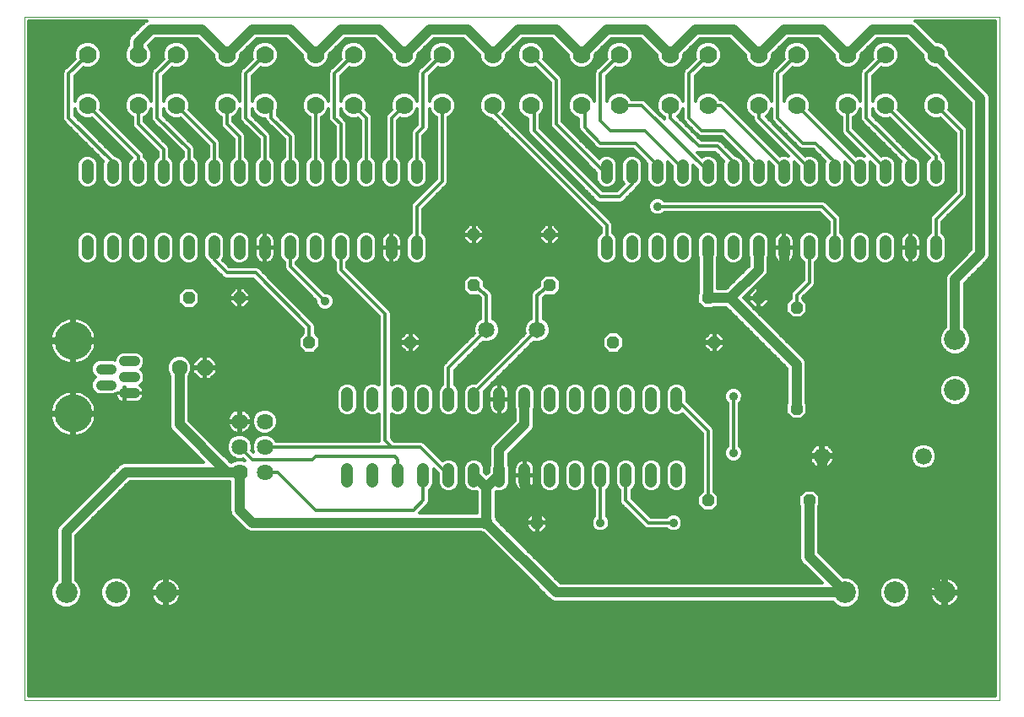
<source format=gbl>
G75*
%MOIN*%
%OFA0B0*%
%FSLAX24Y24*%
%IPPOS*%
%LPD*%
%AMOC8*
5,1,8,0,0,1.08239X$1,22.5*
%
%ADD10C,0.0000*%
%ADD11C,0.0480*%
%ADD12OC8,0.0480*%
%ADD13C,0.1500*%
%ADD14C,0.0413*%
%ADD15C,0.0860*%
%ADD16C,0.0650*%
%ADD17C,0.0700*%
%ADD18C,0.0640*%
%ADD19OC8,0.0630*%
%ADD20C,0.0630*%
%ADD21C,0.0660*%
%ADD22C,0.0400*%
%ADD23C,0.0120*%
%ADD24C,0.0356*%
D10*
X000675Y000675D02*
X039175Y000675D01*
X039175Y027675D01*
X000675Y027675D01*
X000675Y000675D01*
D11*
X013425Y009310D02*
X013425Y009790D01*
X014425Y009790D02*
X014425Y009310D01*
X015425Y009310D02*
X015425Y009790D01*
X016425Y009790D02*
X016425Y009310D01*
X017425Y009310D02*
X017425Y009790D01*
X018425Y009790D02*
X018425Y009310D01*
X019425Y009310D02*
X019425Y009790D01*
X020425Y009790D02*
X020425Y009310D01*
X021425Y009310D02*
X021425Y009790D01*
X022425Y009790D02*
X022425Y009310D01*
X023425Y009310D02*
X023425Y009790D01*
X024425Y009790D02*
X024425Y009310D01*
X025425Y009310D02*
X025425Y009790D01*
X026425Y009790D02*
X026425Y009310D01*
X026425Y012310D02*
X026425Y012790D01*
X025425Y012790D02*
X025425Y012310D01*
X024425Y012310D02*
X024425Y012790D01*
X023425Y012790D02*
X023425Y012310D01*
X022425Y012310D02*
X022425Y012790D01*
X021425Y012790D02*
X021425Y012310D01*
X020425Y012310D02*
X020425Y012790D01*
X019425Y012790D02*
X019425Y012310D01*
X018425Y012310D02*
X018425Y012790D01*
X017425Y012790D02*
X017425Y012310D01*
X016425Y012310D02*
X016425Y012790D01*
X015425Y012790D02*
X015425Y012310D01*
X014425Y012310D02*
X014425Y012790D01*
X013425Y012790D02*
X013425Y012310D01*
X013175Y018310D02*
X013175Y018790D01*
X014175Y018790D02*
X014175Y018310D01*
X015175Y018310D02*
X015175Y018790D01*
X016175Y018790D02*
X016175Y018310D01*
X012175Y018310D02*
X012175Y018790D01*
X011175Y018790D02*
X011175Y018310D01*
X010175Y018310D02*
X010175Y018790D01*
X009175Y018790D02*
X009175Y018310D01*
X008175Y018310D02*
X008175Y018790D01*
X007175Y018790D02*
X007175Y018310D01*
X006175Y018310D02*
X006175Y018790D01*
X005175Y018790D02*
X005175Y018310D01*
X004175Y018310D02*
X004175Y018790D01*
X003175Y018790D02*
X003175Y018310D01*
X003175Y021310D02*
X003175Y021790D01*
X004175Y021790D02*
X004175Y021310D01*
X005175Y021310D02*
X005175Y021790D01*
X006175Y021790D02*
X006175Y021310D01*
X007175Y021310D02*
X007175Y021790D01*
X008175Y021790D02*
X008175Y021310D01*
X009175Y021310D02*
X009175Y021790D01*
X010175Y021790D02*
X010175Y021310D01*
X011175Y021310D02*
X011175Y021790D01*
X012175Y021790D02*
X012175Y021310D01*
X013175Y021310D02*
X013175Y021790D01*
X014175Y021790D02*
X014175Y021310D01*
X015175Y021310D02*
X015175Y021790D01*
X016175Y021790D02*
X016175Y021310D01*
X023675Y021310D02*
X023675Y021790D01*
X024675Y021790D02*
X024675Y021310D01*
X025675Y021310D02*
X025675Y021790D01*
X026675Y021790D02*
X026675Y021310D01*
X027675Y021310D02*
X027675Y021790D01*
X028675Y021790D02*
X028675Y021310D01*
X029675Y021310D02*
X029675Y021790D01*
X030675Y021790D02*
X030675Y021310D01*
X031675Y021310D02*
X031675Y021790D01*
X032675Y021790D02*
X032675Y021310D01*
X033675Y021310D02*
X033675Y021790D01*
X034675Y021790D02*
X034675Y021310D01*
X035675Y021310D02*
X035675Y021790D01*
X036675Y021790D02*
X036675Y021310D01*
X036675Y018790D02*
X036675Y018310D01*
X035675Y018310D02*
X035675Y018790D01*
X034675Y018790D02*
X034675Y018310D01*
X033675Y018310D02*
X033675Y018790D01*
X032675Y018790D02*
X032675Y018310D01*
X031675Y018310D02*
X031675Y018790D01*
X030675Y018790D02*
X030675Y018310D01*
X029675Y018310D02*
X029675Y018790D01*
X028675Y018790D02*
X028675Y018310D01*
X027675Y018310D02*
X027675Y018790D01*
X026675Y018790D02*
X026675Y018310D01*
X025675Y018310D02*
X025675Y018790D01*
X024675Y018790D02*
X024675Y018310D01*
X023675Y018310D02*
X023675Y018790D01*
D12*
X021425Y019050D03*
X021425Y017050D03*
X018425Y017050D03*
X018425Y019050D03*
X015925Y014800D03*
X011925Y014800D03*
X009175Y016550D03*
X007175Y016550D03*
X018925Y007675D03*
X020925Y007675D03*
X027675Y008550D03*
X031675Y008550D03*
X031175Y012175D03*
X027925Y014800D03*
X027675Y016550D03*
X029675Y016550D03*
X031175Y016175D03*
X023925Y014800D03*
D13*
X002599Y014862D03*
X002599Y011988D03*
D14*
X003702Y013110D02*
X004115Y013110D01*
X004627Y012795D02*
X005040Y012795D01*
X005040Y013425D02*
X004627Y013425D01*
X004115Y013740D02*
X003702Y013740D01*
X004627Y014055D02*
X005040Y014055D01*
D15*
X004300Y004925D03*
X002331Y004925D03*
X006269Y004925D03*
X033081Y004925D03*
X035050Y004925D03*
X037019Y004925D03*
X037425Y012925D03*
X037425Y014925D03*
D16*
X020925Y015300D03*
X018925Y015300D03*
D17*
X019175Y024175D03*
X020675Y024175D03*
X022675Y024175D03*
X024175Y024175D03*
X026175Y024175D03*
X027675Y024175D03*
X029675Y024175D03*
X031175Y024175D03*
X033175Y024175D03*
X034675Y024175D03*
X036675Y024175D03*
X036675Y026175D03*
X034675Y026175D03*
X033175Y026175D03*
X031175Y026175D03*
X029675Y026175D03*
X027675Y026175D03*
X026175Y026175D03*
X024175Y026175D03*
X022675Y026175D03*
X020675Y026175D03*
X019175Y026175D03*
X017175Y026175D03*
X015675Y026175D03*
X013675Y026175D03*
X012175Y026175D03*
X010175Y026175D03*
X008675Y026175D03*
X006675Y026175D03*
X005175Y026175D03*
X003175Y026175D03*
X003175Y024175D03*
X005175Y024175D03*
X006675Y024175D03*
X008675Y024175D03*
X010175Y024175D03*
X012175Y024175D03*
X013675Y024175D03*
X015675Y024175D03*
X017175Y024175D03*
D18*
X010175Y011675D03*
X009175Y011675D03*
X009175Y010675D03*
X010175Y010675D03*
X010175Y009675D03*
X009175Y009675D03*
D19*
X007800Y013800D03*
D20*
X006800Y013800D03*
D21*
X032175Y010300D03*
X036175Y010300D03*
D22*
X032175Y010300D02*
X032175Y009769D01*
X037019Y004925D01*
X033081Y004925D02*
X031675Y006331D01*
X031675Y008550D01*
X031175Y012175D02*
X031175Y013925D01*
X028550Y016550D01*
X029675Y017675D01*
X029675Y018550D01*
X030675Y018550D02*
X030675Y017550D01*
X029675Y016550D01*
X028550Y016550D02*
X027675Y016550D01*
X027675Y018550D01*
X020425Y012550D02*
X020425Y011550D01*
X019425Y010550D01*
X019425Y009550D01*
X018925Y009050D01*
X018425Y009550D01*
X018925Y009050D02*
X018925Y007675D01*
X021675Y004925D01*
X033050Y004925D01*
X020925Y007675D02*
X020925Y008675D01*
X020425Y009175D01*
X020425Y009550D01*
X018925Y007675D02*
X009675Y007675D01*
X009175Y008175D01*
X009175Y009675D01*
X004675Y009675D01*
X002331Y007331D01*
X002331Y004925D01*
X008675Y009675D02*
X009175Y009675D01*
X008675Y009675D02*
X006800Y011550D01*
X006800Y013800D01*
X005175Y026175D02*
X005175Y026675D01*
X005675Y027175D01*
X007675Y027175D01*
X008675Y026175D01*
X009675Y027175D01*
X011175Y027175D01*
X012175Y026175D01*
X013175Y027175D01*
X014675Y027175D01*
X015675Y026175D01*
X016675Y027175D01*
X018175Y027175D01*
X019175Y026175D01*
X020175Y027175D01*
X021675Y027175D01*
X022675Y026175D01*
X023675Y027175D01*
X025175Y027175D01*
X026175Y026175D01*
X027175Y027175D01*
X028675Y027175D01*
X029675Y026175D01*
X030675Y027175D01*
X032175Y027175D01*
X033175Y026175D01*
X034175Y027175D01*
X035675Y027175D01*
X036675Y026175D01*
X038425Y024425D01*
X038425Y018300D01*
X037425Y017300D01*
X037425Y014925D01*
D23*
X037850Y014488D02*
X039015Y014488D01*
X039015Y014606D02*
X037953Y014606D01*
X037942Y014579D02*
X038035Y014804D01*
X038035Y015046D01*
X037942Y015271D01*
X037805Y015408D01*
X037805Y017143D01*
X038640Y017978D01*
X038747Y018085D01*
X038805Y018224D01*
X038805Y024501D01*
X038747Y024640D01*
X037205Y026182D01*
X037205Y026280D01*
X037124Y026475D01*
X036975Y026624D01*
X036780Y026705D01*
X036682Y026705D01*
X035890Y027497D01*
X035847Y027515D01*
X039015Y027515D01*
X039015Y000835D01*
X000835Y000835D01*
X000835Y027515D01*
X005503Y027515D01*
X005460Y027497D01*
X005353Y027390D01*
X004853Y026890D01*
X004795Y026751D01*
X004795Y026545D01*
X004726Y026475D01*
X004645Y026280D01*
X004645Y026070D01*
X004726Y025875D01*
X004875Y025726D01*
X005070Y025645D01*
X005280Y025645D01*
X005475Y025726D01*
X005624Y025875D01*
X005705Y026070D01*
X005705Y026280D01*
X005624Y026475D01*
X005568Y026531D01*
X005832Y026795D01*
X007518Y026795D01*
X008145Y026168D01*
X008145Y026070D01*
X008226Y025875D01*
X008375Y025726D01*
X008570Y025645D01*
X008780Y025645D01*
X008975Y025726D01*
X009124Y025875D01*
X009205Y026070D01*
X009205Y026168D01*
X009832Y026795D01*
X011018Y026795D01*
X011645Y026168D01*
X011645Y026070D01*
X011726Y025875D01*
X011875Y025726D01*
X012070Y025645D01*
X012280Y025645D01*
X012475Y025726D01*
X012624Y025875D01*
X012705Y026070D01*
X012705Y026168D01*
X013332Y026795D01*
X014518Y026795D01*
X015145Y026168D01*
X015145Y026070D01*
X015226Y025875D01*
X015375Y025726D01*
X015570Y025645D01*
X015780Y025645D01*
X015975Y025726D01*
X016124Y025875D01*
X016205Y026070D01*
X016205Y026168D01*
X016832Y026795D01*
X018018Y026795D01*
X018645Y026168D01*
X018645Y026070D01*
X018726Y025875D01*
X018875Y025726D01*
X019070Y025645D01*
X019280Y025645D01*
X019475Y025726D01*
X019624Y025875D01*
X019705Y026070D01*
X019705Y026168D01*
X020332Y026795D01*
X021518Y026795D01*
X022145Y026168D01*
X022145Y026070D01*
X022226Y025875D01*
X022375Y025726D01*
X022570Y025645D01*
X022780Y025645D01*
X022975Y025726D01*
X023124Y025875D01*
X023205Y026070D01*
X023205Y026168D01*
X023832Y026795D01*
X025018Y026795D01*
X025645Y026168D01*
X025645Y026070D01*
X025726Y025875D01*
X025875Y025726D01*
X026070Y025645D01*
X026280Y025645D01*
X026475Y025726D01*
X026624Y025875D01*
X026705Y026070D01*
X026705Y026168D01*
X027332Y026795D01*
X028518Y026795D01*
X029145Y026168D01*
X029145Y026070D01*
X029226Y025875D01*
X029375Y025726D01*
X029570Y025645D01*
X029780Y025645D01*
X029975Y025726D01*
X030124Y025875D01*
X030205Y026070D01*
X030205Y026168D01*
X030832Y026795D01*
X032018Y026795D01*
X032645Y026168D01*
X032645Y026070D01*
X032726Y025875D01*
X032875Y025726D01*
X033070Y025645D01*
X033280Y025645D01*
X033475Y025726D01*
X033624Y025875D01*
X033705Y026070D01*
X033705Y026168D01*
X034332Y026795D01*
X035518Y026795D01*
X036145Y026168D01*
X036145Y026070D01*
X036226Y025875D01*
X036375Y025726D01*
X036570Y025645D01*
X036668Y025645D01*
X038045Y024268D01*
X038045Y018457D01*
X037103Y017515D01*
X037045Y017376D01*
X037045Y015408D01*
X036908Y015271D01*
X036815Y015046D01*
X036815Y014804D01*
X036908Y014579D01*
X037079Y014408D01*
X037304Y014315D01*
X037546Y014315D01*
X037771Y014408D01*
X037942Y014579D01*
X038002Y014725D02*
X039015Y014725D01*
X039015Y014843D02*
X038035Y014843D01*
X038035Y014962D02*
X039015Y014962D01*
X039015Y015080D02*
X038021Y015080D01*
X037972Y015199D02*
X039015Y015199D01*
X039015Y015317D02*
X037896Y015317D01*
X037805Y015436D02*
X039015Y015436D01*
X039015Y015554D02*
X037805Y015554D01*
X037805Y015673D02*
X039015Y015673D01*
X039015Y015791D02*
X037805Y015791D01*
X037805Y015910D02*
X039015Y015910D01*
X039015Y016028D02*
X037805Y016028D01*
X037805Y016147D02*
X039015Y016147D01*
X039015Y016265D02*
X037805Y016265D01*
X037805Y016384D02*
X039015Y016384D01*
X039015Y016502D02*
X037805Y016502D01*
X037805Y016621D02*
X039015Y016621D01*
X039015Y016739D02*
X037805Y016739D01*
X037805Y016858D02*
X039015Y016858D01*
X039015Y016976D02*
X037805Y016976D01*
X037805Y017095D02*
X039015Y017095D01*
X039015Y017213D02*
X037875Y017213D01*
X037994Y017332D02*
X039015Y017332D01*
X039015Y017450D02*
X038112Y017450D01*
X038231Y017569D02*
X039015Y017569D01*
X039015Y017687D02*
X038349Y017687D01*
X038468Y017806D02*
X039015Y017806D01*
X039015Y017924D02*
X038586Y017924D01*
X038705Y018043D02*
X039015Y018043D01*
X039015Y018161D02*
X038779Y018161D01*
X038805Y018280D02*
X039015Y018280D01*
X039015Y018398D02*
X038805Y018398D01*
X038805Y018517D02*
X039015Y018517D01*
X039015Y018635D02*
X038805Y018635D01*
X038805Y018754D02*
X039015Y018754D01*
X039015Y018872D02*
X038805Y018872D01*
X038805Y018991D02*
X039015Y018991D01*
X039015Y019109D02*
X038805Y019109D01*
X038805Y019228D02*
X039015Y019228D01*
X039015Y019346D02*
X038805Y019346D01*
X038805Y019465D02*
X039015Y019465D01*
X039015Y019583D02*
X038805Y019583D01*
X038805Y019702D02*
X039015Y019702D01*
X039015Y019820D02*
X038805Y019820D01*
X038805Y019939D02*
X039015Y019939D01*
X039015Y020057D02*
X038805Y020057D01*
X038805Y020176D02*
X039015Y020176D01*
X039015Y020294D02*
X038805Y020294D01*
X038805Y020413D02*
X039015Y020413D01*
X039015Y020531D02*
X038805Y020531D01*
X038805Y020650D02*
X039015Y020650D01*
X039015Y020768D02*
X038805Y020768D01*
X038805Y020887D02*
X039015Y020887D01*
X039015Y021005D02*
X038805Y021005D01*
X038805Y021124D02*
X039015Y021124D01*
X039015Y021242D02*
X038805Y021242D01*
X038805Y021361D02*
X039015Y021361D01*
X039015Y021479D02*
X038805Y021479D01*
X038805Y021598D02*
X039015Y021598D01*
X039015Y021716D02*
X038805Y021716D01*
X038805Y021835D02*
X039015Y021835D01*
X039015Y021953D02*
X038805Y021953D01*
X038805Y022072D02*
X039015Y022072D01*
X039015Y022190D02*
X038805Y022190D01*
X038805Y022309D02*
X039015Y022309D01*
X039015Y022427D02*
X038805Y022427D01*
X038805Y022546D02*
X039015Y022546D01*
X039015Y022664D02*
X038805Y022664D01*
X038805Y022783D02*
X039015Y022783D01*
X039015Y022901D02*
X038805Y022901D01*
X038805Y023020D02*
X039015Y023020D01*
X039015Y023138D02*
X038805Y023138D01*
X038805Y023257D02*
X039015Y023257D01*
X039015Y023375D02*
X038805Y023375D01*
X038805Y023494D02*
X039015Y023494D01*
X039015Y023612D02*
X038805Y023612D01*
X038805Y023731D02*
X039015Y023731D01*
X039015Y023849D02*
X038805Y023849D01*
X038805Y023968D02*
X039015Y023968D01*
X039015Y024086D02*
X038805Y024086D01*
X038805Y024205D02*
X039015Y024205D01*
X039015Y024323D02*
X038805Y024323D01*
X038805Y024442D02*
X039015Y024442D01*
X039015Y024560D02*
X038780Y024560D01*
X038709Y024679D02*
X039015Y024679D01*
X039015Y024797D02*
X038590Y024797D01*
X038472Y024916D02*
X039015Y024916D01*
X039015Y025034D02*
X038353Y025034D01*
X038235Y025153D02*
X039015Y025153D01*
X039015Y025271D02*
X038116Y025271D01*
X037998Y025390D02*
X039015Y025390D01*
X039015Y025508D02*
X037879Y025508D01*
X037761Y025627D02*
X039015Y025627D01*
X039015Y025745D02*
X037642Y025745D01*
X037524Y025864D02*
X039015Y025864D01*
X039015Y025982D02*
X037405Y025982D01*
X037287Y026101D02*
X039015Y026101D01*
X039015Y026219D02*
X037205Y026219D01*
X037181Y026338D02*
X039015Y026338D01*
X039015Y026456D02*
X037132Y026456D01*
X037025Y026575D02*
X039015Y026575D01*
X039015Y026693D02*
X036809Y026693D01*
X036576Y026812D02*
X039015Y026812D01*
X039015Y026930D02*
X036457Y026930D01*
X036339Y027049D02*
X039015Y027049D01*
X039015Y027167D02*
X036220Y027167D01*
X036102Y027286D02*
X039015Y027286D01*
X039015Y027404D02*
X035983Y027404D01*
X035620Y026693D02*
X034809Y026693D01*
X034780Y026705D02*
X034570Y026705D01*
X034375Y026624D01*
X034226Y026475D01*
X034145Y026280D01*
X034145Y026070D01*
X034170Y026009D01*
X033722Y025561D01*
X033685Y025473D01*
X033685Y024329D01*
X033624Y024475D01*
X033475Y024624D01*
X033280Y024705D01*
X033070Y024705D01*
X032875Y024624D01*
X032726Y024475D01*
X032645Y024280D01*
X032645Y024070D01*
X032726Y023875D01*
X032875Y023726D01*
X032935Y023701D01*
X032935Y023127D01*
X032972Y023039D01*
X033039Y022972D01*
X033830Y022180D01*
X033759Y022210D01*
X033591Y022210D01*
X033512Y022177D01*
X031680Y024009D01*
X031705Y024070D01*
X031705Y024280D01*
X031624Y024475D01*
X031475Y024624D01*
X031280Y024705D01*
X031070Y024705D01*
X030875Y024624D01*
X030726Y024475D01*
X030665Y024329D01*
X030665Y025326D01*
X031009Y025670D01*
X031070Y025645D01*
X031280Y025645D01*
X031475Y025726D01*
X031624Y025875D01*
X031705Y026070D01*
X031705Y026280D01*
X031624Y026475D01*
X031475Y026624D01*
X031280Y026705D01*
X031070Y026705D01*
X030875Y026624D01*
X030726Y026475D01*
X030645Y026280D01*
X030645Y026070D01*
X030670Y026009D01*
X030222Y025561D01*
X030185Y025473D01*
X030185Y024329D01*
X030124Y024475D01*
X029975Y024624D01*
X029780Y024705D01*
X029570Y024705D01*
X029375Y024624D01*
X029226Y024475D01*
X029145Y024280D01*
X029145Y024070D01*
X029226Y023875D01*
X029375Y023726D01*
X029435Y023701D01*
X029435Y023627D01*
X029472Y023539D01*
X029539Y023472D01*
X030830Y022180D01*
X030759Y022210D01*
X030591Y022210D01*
X030512Y022177D01*
X028378Y024311D01*
X028311Y024378D01*
X028223Y024415D01*
X028149Y024415D01*
X028124Y024475D01*
X027975Y024624D01*
X027780Y024705D01*
X027570Y024705D01*
X027375Y024624D01*
X027226Y024475D01*
X027165Y024329D01*
X027165Y025326D01*
X027509Y025670D01*
X027570Y025645D01*
X027780Y025645D01*
X027975Y025726D01*
X028124Y025875D01*
X028205Y026070D01*
X028205Y026280D01*
X028124Y026475D01*
X027975Y026624D01*
X027780Y026705D01*
X027570Y026705D01*
X027375Y026624D01*
X027226Y026475D01*
X027145Y026280D01*
X027145Y026070D01*
X027170Y026009D01*
X026722Y025561D01*
X026685Y025473D01*
X026685Y024329D01*
X026624Y024475D01*
X026475Y024624D01*
X026280Y024705D01*
X026070Y024705D01*
X025875Y024624D01*
X025726Y024475D01*
X025645Y024280D01*
X025645Y024070D01*
X025726Y023875D01*
X025875Y023726D01*
X025935Y023701D01*
X025935Y023629D01*
X025253Y024311D01*
X025186Y024378D01*
X025098Y024415D01*
X024649Y024415D01*
X024624Y024475D01*
X024475Y024624D01*
X024280Y024705D01*
X024070Y024705D01*
X023875Y024624D01*
X023726Y024475D01*
X023665Y024329D01*
X023665Y025326D01*
X024009Y025670D01*
X024070Y025645D01*
X024280Y025645D01*
X024475Y025726D01*
X024624Y025875D01*
X024705Y026070D01*
X024705Y026280D01*
X024624Y026475D01*
X024475Y026624D01*
X024280Y026705D01*
X024070Y026705D01*
X023875Y026624D01*
X023726Y026475D01*
X023645Y026280D01*
X023645Y026070D01*
X023670Y026009D01*
X023222Y025561D01*
X023185Y025473D01*
X023185Y024329D01*
X023124Y024475D01*
X022975Y024624D01*
X022780Y024705D01*
X022570Y024705D01*
X022375Y024624D01*
X022226Y024475D01*
X022145Y024280D01*
X022145Y024070D01*
X022226Y023875D01*
X022375Y023726D01*
X022560Y023649D01*
X022560Y023252D01*
X022597Y023164D01*
X022664Y023097D01*
X023289Y022472D01*
X023377Y022435D01*
X024701Y022435D01*
X025257Y021879D01*
X025255Y021874D01*
X025255Y021226D01*
X025319Y021072D01*
X025437Y020954D01*
X025591Y020890D01*
X025759Y020890D01*
X025913Y020954D01*
X026031Y021072D01*
X026095Y021226D01*
X026095Y021874D01*
X026065Y021945D01*
X026255Y021756D01*
X026255Y021226D01*
X026319Y021072D01*
X026437Y020954D01*
X026591Y020890D01*
X026759Y020890D01*
X026913Y020954D01*
X027031Y021072D01*
X027095Y021226D01*
X027095Y021791D01*
X027255Y021631D01*
X027255Y021226D01*
X027319Y021072D01*
X027437Y020954D01*
X027591Y020890D01*
X027759Y020890D01*
X027913Y020954D01*
X028031Y021072D01*
X028095Y021226D01*
X028095Y021874D01*
X028031Y022028D01*
X027913Y022146D01*
X027759Y022210D01*
X027591Y022210D01*
X027437Y022146D01*
X027428Y022137D01*
X027254Y022310D01*
X027951Y022310D01*
X028294Y021967D01*
X028255Y021874D01*
X028255Y021226D01*
X028319Y021072D01*
X028437Y020954D01*
X028591Y020890D01*
X028759Y020890D01*
X028913Y020954D01*
X029031Y021072D01*
X029095Y021226D01*
X029095Y021874D01*
X029031Y022028D01*
X028913Y022146D01*
X028759Y022210D01*
X028729Y022210D01*
X028253Y022686D01*
X028186Y022753D01*
X028098Y022790D01*
X027399Y022790D01*
X026467Y023722D01*
X026475Y023726D01*
X026624Y023875D01*
X026685Y024021D01*
X026685Y023627D01*
X026722Y023539D01*
X026789Y023472D01*
X027289Y022972D01*
X027377Y022935D01*
X028201Y022935D01*
X029257Y021879D01*
X029255Y021874D01*
X029255Y021226D01*
X029319Y021072D01*
X029437Y020954D01*
X029591Y020890D01*
X029759Y020890D01*
X029913Y020954D01*
X030031Y021072D01*
X030095Y021226D01*
X030095Y021874D01*
X030065Y021945D01*
X030255Y021756D01*
X030255Y021226D01*
X030319Y021072D01*
X030437Y020954D01*
X030591Y020890D01*
X030759Y020890D01*
X030913Y020954D01*
X031031Y021072D01*
X031095Y021226D01*
X031095Y021874D01*
X031065Y021945D01*
X031255Y021756D01*
X031255Y021226D01*
X031319Y021072D01*
X031437Y020954D01*
X031591Y020890D01*
X031759Y020890D01*
X031913Y020954D01*
X032031Y021072D01*
X032095Y021226D01*
X032095Y021874D01*
X032031Y022028D01*
X031913Y022146D01*
X031759Y022210D01*
X031591Y022210D01*
X031512Y022177D01*
X029967Y023722D01*
X029975Y023726D01*
X030124Y023875D01*
X030185Y024021D01*
X030185Y023627D01*
X030222Y023539D01*
X031289Y022472D01*
X031377Y022435D01*
X031826Y022435D01*
X032294Y021967D01*
X032255Y021874D01*
X032255Y021226D01*
X032319Y021072D01*
X032437Y020954D01*
X032591Y020890D01*
X032759Y020890D01*
X032913Y020954D01*
X033031Y021072D01*
X033095Y021226D01*
X033095Y021874D01*
X033065Y021945D01*
X033255Y021756D01*
X033255Y021226D01*
X033319Y021072D01*
X033437Y020954D01*
X033591Y020890D01*
X033759Y020890D01*
X033913Y020954D01*
X034031Y021072D01*
X034095Y021226D01*
X034095Y021874D01*
X034065Y021945D01*
X034255Y021756D01*
X034255Y021226D01*
X034319Y021072D01*
X034437Y020954D01*
X034591Y020890D01*
X034759Y020890D01*
X034913Y020954D01*
X035031Y021072D01*
X035095Y021226D01*
X035095Y021874D01*
X035031Y022028D01*
X034913Y022146D01*
X034759Y022210D01*
X034591Y022210D01*
X034512Y022177D01*
X033415Y023274D01*
X033415Y023701D01*
X033475Y023726D01*
X033624Y023875D01*
X033685Y024021D01*
X033685Y023627D01*
X033722Y023539D01*
X033789Y023472D01*
X035294Y021967D01*
X035255Y021874D01*
X035255Y021226D01*
X035319Y021072D01*
X035437Y020954D01*
X035591Y020890D01*
X035759Y020890D01*
X035913Y020954D01*
X036031Y021072D01*
X036095Y021226D01*
X036095Y021874D01*
X036031Y022028D01*
X035913Y022146D01*
X035759Y022210D01*
X035729Y022210D01*
X034165Y023774D01*
X034165Y024021D01*
X034226Y023875D01*
X034375Y023726D01*
X034570Y023645D01*
X034780Y023645D01*
X034841Y023670D01*
X036401Y022110D01*
X036319Y022028D01*
X036255Y021874D01*
X036255Y021226D01*
X036319Y021072D01*
X036437Y020954D01*
X036591Y020890D01*
X036759Y020890D01*
X036913Y020954D01*
X037031Y021072D01*
X037095Y021226D01*
X037095Y021874D01*
X037031Y022028D01*
X036915Y022144D01*
X036915Y022223D01*
X036878Y022311D01*
X035180Y024009D01*
X035205Y024070D01*
X035205Y024280D01*
X035124Y024475D01*
X034975Y024624D01*
X034780Y024705D01*
X034570Y024705D01*
X034375Y024624D01*
X034226Y024475D01*
X034165Y024329D01*
X034165Y025326D01*
X034509Y025670D01*
X034570Y025645D01*
X034780Y025645D01*
X034975Y025726D01*
X035124Y025875D01*
X035205Y026070D01*
X035205Y026280D01*
X035124Y026475D01*
X034975Y026624D01*
X034780Y026705D01*
X034541Y026693D02*
X034230Y026693D01*
X034325Y026575D02*
X034112Y026575D01*
X034218Y026456D02*
X033993Y026456D01*
X033875Y026338D02*
X034169Y026338D01*
X034145Y026219D02*
X033756Y026219D01*
X033705Y026101D02*
X034145Y026101D01*
X034143Y025982D02*
X033669Y025982D01*
X033613Y025864D02*
X034024Y025864D01*
X033906Y025745D02*
X033495Y025745D01*
X033700Y025508D02*
X030847Y025508D01*
X030729Y025390D02*
X033685Y025390D01*
X033685Y025271D02*
X030665Y025271D01*
X030665Y025153D02*
X033685Y025153D01*
X033685Y025034D02*
X030665Y025034D01*
X030665Y024916D02*
X033685Y024916D01*
X033685Y024797D02*
X030665Y024797D01*
X030665Y024679D02*
X031006Y024679D01*
X030811Y024560D02*
X030665Y024560D01*
X030665Y024442D02*
X030712Y024442D01*
X031175Y024175D02*
X033675Y021675D01*
X033675Y021550D01*
X034095Y021598D02*
X034255Y021598D01*
X034255Y021716D02*
X034095Y021716D01*
X034095Y021835D02*
X034176Y021835D01*
X034499Y022190D02*
X034543Y022190D01*
X034381Y022309D02*
X034952Y022309D01*
X034834Y022427D02*
X034262Y022427D01*
X034144Y022546D02*
X034715Y022546D01*
X034597Y022664D02*
X034025Y022664D01*
X033907Y022783D02*
X034478Y022783D01*
X034360Y022901D02*
X033788Y022901D01*
X033670Y023020D02*
X034241Y023020D01*
X034123Y023138D02*
X033551Y023138D01*
X033433Y023257D02*
X034004Y023257D01*
X033886Y023375D02*
X033415Y023375D01*
X033415Y023494D02*
X033767Y023494D01*
X033691Y023612D02*
X033415Y023612D01*
X033480Y023731D02*
X033685Y023731D01*
X033685Y023849D02*
X033599Y023849D01*
X033663Y023968D02*
X033685Y023968D01*
X033925Y023675D02*
X033925Y025425D01*
X034675Y026175D01*
X035169Y025982D02*
X036181Y025982D01*
X036145Y026101D02*
X035205Y026101D01*
X035205Y026219D02*
X036094Y026219D01*
X035975Y026338D02*
X035181Y026338D01*
X035132Y026456D02*
X035857Y026456D01*
X035738Y026575D02*
X035025Y026575D01*
X035113Y025864D02*
X036237Y025864D01*
X036355Y025745D02*
X034995Y025745D01*
X034466Y025627D02*
X036686Y025627D01*
X036805Y025508D02*
X034347Y025508D01*
X034229Y025390D02*
X036923Y025390D01*
X037042Y025271D02*
X034165Y025271D01*
X034165Y025153D02*
X037160Y025153D01*
X037279Y025034D02*
X034165Y025034D01*
X034165Y024916D02*
X037397Y024916D01*
X037516Y024797D02*
X034165Y024797D01*
X034165Y024679D02*
X034506Y024679D01*
X034311Y024560D02*
X034165Y024560D01*
X034165Y024442D02*
X034212Y024442D01*
X033685Y024442D02*
X033638Y024442D01*
X033685Y024560D02*
X033539Y024560D01*
X033685Y024679D02*
X033344Y024679D01*
X033006Y024679D02*
X031344Y024679D01*
X031539Y024560D02*
X032811Y024560D01*
X032712Y024442D02*
X031638Y024442D01*
X031687Y024323D02*
X032663Y024323D01*
X032645Y024205D02*
X031705Y024205D01*
X031705Y024086D02*
X032645Y024086D01*
X032687Y023968D02*
X031722Y023968D01*
X031840Y023849D02*
X032751Y023849D01*
X032870Y023731D02*
X031959Y023731D01*
X032077Y023612D02*
X032935Y023612D01*
X032935Y023494D02*
X032196Y023494D01*
X032314Y023375D02*
X032935Y023375D01*
X032935Y023257D02*
X032433Y023257D01*
X032551Y023138D02*
X032935Y023138D01*
X032991Y023020D02*
X032670Y023020D01*
X032788Y022901D02*
X033110Y022901D01*
X033228Y022783D02*
X032907Y022783D01*
X033025Y022664D02*
X033347Y022664D01*
X033465Y022546D02*
X033144Y022546D01*
X033262Y022427D02*
X033584Y022427D01*
X033702Y022309D02*
X033381Y022309D01*
X033499Y022190D02*
X033543Y022190D01*
X033807Y022190D02*
X033821Y022190D01*
X033176Y021835D02*
X033095Y021835D01*
X033095Y021716D02*
X033255Y021716D01*
X033255Y021598D02*
X033095Y021598D01*
X033095Y021479D02*
X033255Y021479D01*
X033255Y021361D02*
X033095Y021361D01*
X033095Y021242D02*
X033255Y021242D01*
X033298Y021124D02*
X033052Y021124D01*
X032964Y021005D02*
X033386Y021005D01*
X033964Y021005D02*
X034386Y021005D01*
X034298Y021124D02*
X034052Y021124D01*
X034095Y021242D02*
X034255Y021242D01*
X034255Y021361D02*
X034095Y021361D01*
X034095Y021479D02*
X034255Y021479D01*
X034675Y021550D02*
X034675Y021675D01*
X033175Y023175D01*
X033175Y024175D01*
X033925Y023675D02*
X035675Y021925D01*
X035675Y021550D01*
X036095Y021598D02*
X036255Y021598D01*
X036255Y021716D02*
X036095Y021716D01*
X036095Y021835D02*
X036255Y021835D01*
X036288Y021953D02*
X036062Y021953D01*
X035987Y022072D02*
X036363Y022072D01*
X036321Y022190D02*
X035807Y022190D01*
X035631Y022309D02*
X036202Y022309D01*
X036084Y022427D02*
X035512Y022427D01*
X035394Y022546D02*
X035965Y022546D01*
X035847Y022664D02*
X035275Y022664D01*
X035157Y022783D02*
X035728Y022783D01*
X035610Y022901D02*
X035038Y022901D01*
X034920Y023020D02*
X035491Y023020D01*
X035373Y023138D02*
X034801Y023138D01*
X034683Y023257D02*
X035254Y023257D01*
X035136Y023375D02*
X034564Y023375D01*
X034446Y023494D02*
X035017Y023494D01*
X034899Y023612D02*
X034327Y023612D01*
X034370Y023731D02*
X034209Y023731D01*
X034165Y023849D02*
X034251Y023849D01*
X034187Y023968D02*
X034165Y023968D01*
X034675Y024175D02*
X036675Y022175D01*
X036675Y021550D01*
X037095Y021598D02*
X037435Y021598D01*
X037435Y021716D02*
X037095Y021716D01*
X037095Y021835D02*
X037435Y021835D01*
X037435Y021953D02*
X037062Y021953D01*
X036987Y022072D02*
X037435Y022072D01*
X037435Y022190D02*
X036915Y022190D01*
X036879Y022309D02*
X037435Y022309D01*
X037435Y022427D02*
X036762Y022427D01*
X036644Y022546D02*
X037435Y022546D01*
X037435Y022664D02*
X036525Y022664D01*
X036407Y022783D02*
X037435Y022783D01*
X037435Y022901D02*
X036288Y022901D01*
X036170Y023020D02*
X037435Y023020D01*
X037435Y023076D02*
X037435Y020774D01*
X036472Y019811D01*
X036435Y019723D01*
X036435Y019144D01*
X036319Y019028D01*
X036255Y018874D01*
X036255Y018226D01*
X036319Y018072D01*
X036437Y017954D01*
X036591Y017890D01*
X036759Y017890D01*
X036913Y017954D01*
X037031Y018072D01*
X037095Y018226D01*
X037095Y018874D01*
X037031Y019028D01*
X036915Y019144D01*
X036915Y019576D01*
X037811Y020472D01*
X037878Y020539D01*
X037915Y020627D01*
X037915Y023223D01*
X037878Y023311D01*
X037180Y024009D01*
X037205Y024070D01*
X037205Y024280D01*
X037124Y024475D01*
X036975Y024624D01*
X036780Y024705D01*
X036570Y024705D01*
X036375Y024624D01*
X036226Y024475D01*
X036145Y024280D01*
X036145Y024070D01*
X036226Y023875D01*
X036375Y023726D01*
X036570Y023645D01*
X036780Y023645D01*
X036841Y023670D01*
X037435Y023076D01*
X037373Y023138D02*
X036051Y023138D01*
X035933Y023257D02*
X037254Y023257D01*
X037136Y023375D02*
X035814Y023375D01*
X035696Y023494D02*
X037017Y023494D01*
X036899Y023612D02*
X035577Y023612D01*
X035459Y023731D02*
X036370Y023731D01*
X036251Y023849D02*
X035340Y023849D01*
X035222Y023968D02*
X036187Y023968D01*
X036145Y024086D02*
X035205Y024086D01*
X035205Y024205D02*
X036145Y024205D01*
X036163Y024323D02*
X035187Y024323D01*
X035138Y024442D02*
X036212Y024442D01*
X036311Y024560D02*
X035039Y024560D01*
X034844Y024679D02*
X036506Y024679D01*
X036844Y024679D02*
X037634Y024679D01*
X037753Y024560D02*
X037039Y024560D01*
X037138Y024442D02*
X037871Y024442D01*
X037990Y024323D02*
X037187Y024323D01*
X037205Y024205D02*
X038045Y024205D01*
X038045Y024086D02*
X037205Y024086D01*
X037222Y023968D02*
X038045Y023968D01*
X038045Y023849D02*
X037340Y023849D01*
X037459Y023731D02*
X038045Y023731D01*
X038045Y023612D02*
X037577Y023612D01*
X037696Y023494D02*
X038045Y023494D01*
X038045Y023375D02*
X037814Y023375D01*
X037901Y023257D02*
X038045Y023257D01*
X038045Y023138D02*
X037915Y023138D01*
X037915Y023020D02*
X038045Y023020D01*
X038045Y022901D02*
X037915Y022901D01*
X037915Y022783D02*
X038045Y022783D01*
X038045Y022664D02*
X037915Y022664D01*
X037915Y022546D02*
X038045Y022546D01*
X038045Y022427D02*
X037915Y022427D01*
X037915Y022309D02*
X038045Y022309D01*
X038045Y022190D02*
X037915Y022190D01*
X037915Y022072D02*
X038045Y022072D01*
X038045Y021953D02*
X037915Y021953D01*
X037915Y021835D02*
X038045Y021835D01*
X038045Y021716D02*
X037915Y021716D01*
X037915Y021598D02*
X038045Y021598D01*
X038045Y021479D02*
X037915Y021479D01*
X037915Y021361D02*
X038045Y021361D01*
X038045Y021242D02*
X037915Y021242D01*
X037915Y021124D02*
X038045Y021124D01*
X038045Y021005D02*
X037915Y021005D01*
X037915Y020887D02*
X038045Y020887D01*
X038045Y020768D02*
X037915Y020768D01*
X037915Y020650D02*
X038045Y020650D01*
X038045Y020531D02*
X037870Y020531D01*
X037752Y020413D02*
X038045Y020413D01*
X038045Y020294D02*
X037633Y020294D01*
X037515Y020176D02*
X038045Y020176D01*
X038045Y020057D02*
X037396Y020057D01*
X037278Y019939D02*
X038045Y019939D01*
X038045Y019820D02*
X037159Y019820D01*
X037041Y019702D02*
X038045Y019702D01*
X038045Y019583D02*
X036922Y019583D01*
X036915Y019465D02*
X038045Y019465D01*
X038045Y019346D02*
X036915Y019346D01*
X036915Y019228D02*
X038045Y019228D01*
X038045Y019109D02*
X036950Y019109D01*
X037047Y018991D02*
X038045Y018991D01*
X038045Y018872D02*
X037095Y018872D01*
X037095Y018754D02*
X038045Y018754D01*
X038045Y018635D02*
X037095Y018635D01*
X037095Y018517D02*
X038045Y018517D01*
X037986Y018398D02*
X037095Y018398D01*
X037095Y018280D02*
X037867Y018280D01*
X037749Y018161D02*
X037068Y018161D01*
X037002Y018043D02*
X037630Y018043D01*
X037512Y017924D02*
X036841Y017924D01*
X036509Y017924D02*
X035785Y017924D01*
X035792Y017925D02*
X035864Y017956D01*
X035930Y017999D01*
X035986Y018055D01*
X036029Y018121D01*
X036060Y018193D01*
X036075Y018271D01*
X036075Y018530D01*
X035695Y018530D01*
X035695Y018570D01*
X035655Y018570D01*
X035655Y019190D01*
X035636Y019190D01*
X035558Y019175D01*
X035486Y019144D01*
X035420Y019101D01*
X035364Y019045D01*
X035321Y018979D01*
X035290Y018907D01*
X035275Y018829D01*
X035275Y018570D01*
X035655Y018570D01*
X035655Y018530D01*
X035275Y018530D01*
X035275Y018271D01*
X035290Y018193D01*
X035321Y018121D01*
X035364Y018055D01*
X035420Y017999D01*
X035486Y017956D01*
X035558Y017925D01*
X035636Y017910D01*
X035655Y017910D01*
X035655Y018530D01*
X035695Y018530D01*
X035695Y017910D01*
X035714Y017910D01*
X035792Y017925D01*
X035695Y017924D02*
X035655Y017924D01*
X035565Y017924D02*
X034841Y017924D01*
X034913Y017954D02*
X035031Y018072D01*
X035095Y018226D01*
X035095Y018874D01*
X035031Y019028D01*
X034913Y019146D01*
X034759Y019210D01*
X034591Y019210D01*
X034437Y019146D01*
X034319Y019028D01*
X034255Y018874D01*
X034255Y018226D01*
X034319Y018072D01*
X034437Y017954D01*
X034591Y017890D01*
X034759Y017890D01*
X034913Y017954D01*
X035002Y018043D02*
X035377Y018043D01*
X035304Y018161D02*
X035068Y018161D01*
X035095Y018280D02*
X035275Y018280D01*
X035275Y018398D02*
X035095Y018398D01*
X035095Y018517D02*
X035275Y018517D01*
X035275Y018635D02*
X035095Y018635D01*
X035095Y018754D02*
X035275Y018754D01*
X035283Y018872D02*
X035095Y018872D01*
X035047Y018991D02*
X035328Y018991D01*
X035432Y019109D02*
X034950Y019109D01*
X034400Y019109D02*
X033950Y019109D01*
X033913Y019146D02*
X033759Y019210D01*
X033591Y019210D01*
X033437Y019146D01*
X033319Y019028D01*
X033255Y018874D01*
X033255Y018226D01*
X033319Y018072D01*
X033437Y017954D01*
X033591Y017890D01*
X033759Y017890D01*
X033913Y017954D01*
X034031Y018072D01*
X034095Y018226D01*
X034095Y018874D01*
X034031Y019028D01*
X033913Y019146D01*
X034047Y018991D02*
X034303Y018991D01*
X034255Y018872D02*
X034095Y018872D01*
X034095Y018754D02*
X034255Y018754D01*
X034255Y018635D02*
X034095Y018635D01*
X034095Y018517D02*
X034255Y018517D01*
X034255Y018398D02*
X034095Y018398D01*
X034095Y018280D02*
X034255Y018280D01*
X034282Y018161D02*
X034068Y018161D01*
X034002Y018043D02*
X034348Y018043D01*
X034509Y017924D02*
X033841Y017924D01*
X033509Y017924D02*
X032841Y017924D01*
X032913Y017954D02*
X033031Y018072D01*
X033095Y018226D01*
X033095Y018874D01*
X033031Y019028D01*
X032915Y019144D01*
X032915Y019723D01*
X032878Y019811D01*
X032811Y019878D01*
X032311Y020378D01*
X032223Y020415D01*
X025941Y020415D01*
X025878Y020479D01*
X025746Y020533D01*
X025604Y020533D01*
X025472Y020479D01*
X025371Y020378D01*
X025317Y020246D01*
X025317Y020104D01*
X025371Y019972D01*
X025472Y019871D01*
X025604Y019817D01*
X025746Y019817D01*
X025878Y019871D01*
X025941Y019935D01*
X032076Y019935D01*
X032435Y019576D01*
X032435Y019144D01*
X032319Y019028D01*
X032255Y018874D01*
X032255Y018226D01*
X032319Y018072D01*
X032437Y017954D01*
X032591Y017890D01*
X032759Y017890D01*
X032913Y017954D01*
X033002Y018043D02*
X033348Y018043D01*
X033282Y018161D02*
X033068Y018161D01*
X033095Y018280D02*
X033255Y018280D01*
X033255Y018398D02*
X033095Y018398D01*
X033095Y018517D02*
X033255Y018517D01*
X033255Y018635D02*
X033095Y018635D01*
X033095Y018754D02*
X033255Y018754D01*
X033255Y018872D02*
X033095Y018872D01*
X033047Y018991D02*
X033303Y018991D01*
X033400Y019109D02*
X032950Y019109D01*
X032915Y019228D02*
X036435Y019228D01*
X036435Y019346D02*
X032915Y019346D01*
X032915Y019465D02*
X036435Y019465D01*
X036435Y019583D02*
X032915Y019583D01*
X032915Y019702D02*
X036435Y019702D01*
X036481Y019820D02*
X032869Y019820D01*
X032751Y019939D02*
X036599Y019939D01*
X036718Y020057D02*
X032632Y020057D01*
X032514Y020176D02*
X036836Y020176D01*
X036955Y020294D02*
X032395Y020294D01*
X032229Y020413D02*
X037073Y020413D01*
X037192Y020531D02*
X025751Y020531D01*
X025599Y020531D02*
X024495Y020531D01*
X024378Y020414D02*
X024878Y020914D01*
X024891Y020945D01*
X024913Y020954D01*
X025031Y021072D01*
X025095Y021226D01*
X025095Y021874D01*
X025031Y022028D01*
X024913Y022146D01*
X024759Y022210D01*
X024591Y022210D01*
X024437Y022146D01*
X024319Y022028D01*
X024255Y021874D01*
X024255Y021226D01*
X024319Y021072D01*
X024338Y021053D01*
X024076Y020790D01*
X023524Y020790D01*
X021040Y023274D01*
X021040Y023790D01*
X021124Y023875D01*
X021205Y024070D01*
X021205Y024280D01*
X021124Y024475D01*
X020975Y024624D01*
X020780Y024705D01*
X020570Y024705D01*
X020375Y024624D01*
X020226Y024475D01*
X020145Y024280D01*
X020145Y024070D01*
X020226Y023875D01*
X020375Y023726D01*
X020560Y023649D01*
X020560Y023127D01*
X020597Y023039D01*
X020664Y022972D01*
X023222Y020414D01*
X023289Y020347D01*
X023377Y020310D01*
X024223Y020310D01*
X024311Y020347D01*
X024378Y020414D01*
X024377Y020413D02*
X025406Y020413D01*
X025337Y020294D02*
X023145Y020294D01*
X023223Y020413D02*
X023027Y020413D01*
X023105Y020531D02*
X022908Y020531D01*
X022986Y020650D02*
X022790Y020650D01*
X022868Y020768D02*
X022671Y020768D01*
X022749Y020887D02*
X022553Y020887D01*
X022631Y021005D02*
X022434Y021005D01*
X022512Y021124D02*
X022316Y021124D01*
X022394Y021242D02*
X022197Y021242D01*
X022275Y021361D02*
X022079Y021361D01*
X022157Y021479D02*
X021960Y021479D01*
X022038Y021598D02*
X021842Y021598D01*
X021920Y021716D02*
X021723Y021716D01*
X021801Y021835D02*
X021605Y021835D01*
X021683Y021953D02*
X021486Y021953D01*
X021564Y022072D02*
X021368Y022072D01*
X021446Y022190D02*
X021249Y022190D01*
X021327Y022309D02*
X021131Y022309D01*
X021209Y022427D02*
X021012Y022427D01*
X021090Y022546D02*
X020894Y022546D01*
X020972Y022664D02*
X020775Y022664D01*
X020853Y022783D02*
X020657Y022783D01*
X020735Y022901D02*
X020538Y022901D01*
X020616Y023020D02*
X020420Y023020D01*
X020301Y023138D02*
X020560Y023138D01*
X020560Y023257D02*
X020183Y023257D01*
X020064Y023375D02*
X020560Y023375D01*
X020560Y023494D02*
X019946Y023494D01*
X019827Y023612D02*
X020560Y023612D01*
X020370Y023731D02*
X019709Y023731D01*
X019594Y023845D02*
X019624Y023875D01*
X019705Y024070D01*
X019705Y024280D01*
X019624Y024475D01*
X019475Y024624D01*
X019280Y024705D01*
X019070Y024705D01*
X018875Y024624D01*
X018726Y024475D01*
X018645Y024280D01*
X018645Y024070D01*
X018726Y023875D01*
X018875Y023726D01*
X019070Y023645D01*
X019116Y023645D01*
X023435Y019326D01*
X023435Y019144D01*
X023319Y019028D01*
X023255Y018874D01*
X023255Y018226D01*
X023319Y018072D01*
X023437Y017954D01*
X023591Y017890D01*
X023759Y017890D01*
X023913Y017954D01*
X024031Y018072D01*
X024095Y018226D01*
X024095Y018874D01*
X024031Y019028D01*
X023915Y019144D01*
X023915Y019473D01*
X023878Y019561D01*
X019594Y023845D01*
X019599Y023849D02*
X020251Y023849D01*
X020187Y023968D02*
X019663Y023968D01*
X019705Y024086D02*
X020145Y024086D01*
X020145Y024205D02*
X019705Y024205D01*
X019687Y024323D02*
X020163Y024323D01*
X020212Y024442D02*
X019638Y024442D01*
X019539Y024560D02*
X020311Y024560D01*
X020506Y024679D02*
X019344Y024679D01*
X019006Y024679D02*
X017344Y024679D01*
X017280Y024705D02*
X017070Y024705D01*
X016875Y024624D01*
X016726Y024475D01*
X016665Y024329D01*
X016665Y025326D01*
X017009Y025670D01*
X017070Y025645D01*
X017280Y025645D01*
X017475Y025726D01*
X017624Y025875D01*
X017705Y026070D01*
X017705Y026280D01*
X017624Y026475D01*
X017475Y026624D01*
X017280Y026705D01*
X017070Y026705D01*
X016875Y026624D01*
X016726Y026475D01*
X016645Y026280D01*
X016645Y026070D01*
X016670Y026009D01*
X016289Y025628D01*
X016222Y025561D01*
X016185Y025473D01*
X016185Y024329D01*
X016124Y024475D01*
X015975Y024624D01*
X015780Y024705D01*
X015570Y024705D01*
X015375Y024624D01*
X015226Y024475D01*
X015145Y024280D01*
X015145Y024070D01*
X015170Y024009D01*
X014972Y023811D01*
X014935Y023723D01*
X014935Y022144D01*
X014819Y022028D01*
X014755Y021874D01*
X014755Y021226D01*
X014819Y021072D01*
X014937Y020954D01*
X015091Y020890D01*
X015259Y020890D01*
X015413Y020954D01*
X015531Y021072D01*
X015595Y021226D01*
X015595Y021874D01*
X015531Y022028D01*
X015415Y022144D01*
X015415Y023576D01*
X015509Y023670D01*
X015570Y023645D01*
X015780Y023645D01*
X015975Y023726D01*
X016124Y023875D01*
X016185Y024021D01*
X016185Y023399D01*
X015972Y023186D01*
X015935Y023098D01*
X015935Y022144D01*
X015819Y022028D01*
X015755Y021874D01*
X015755Y021226D01*
X015819Y021072D01*
X015937Y020954D01*
X016091Y020890D01*
X016259Y020890D01*
X016413Y020954D01*
X016531Y021072D01*
X016595Y021226D01*
X016595Y021874D01*
X016531Y022028D01*
X016415Y022144D01*
X016415Y022951D01*
X016561Y023097D01*
X016628Y023164D01*
X016665Y023252D01*
X016665Y024021D01*
X016726Y023875D01*
X016875Y023726D01*
X016935Y023701D01*
X016935Y021274D01*
X015972Y020311D01*
X015935Y020223D01*
X015935Y019144D01*
X015819Y019028D01*
X015755Y018874D01*
X015755Y018226D01*
X015819Y018072D01*
X015937Y017954D01*
X016091Y017890D01*
X016259Y017890D01*
X016413Y017954D01*
X016531Y018072D01*
X016595Y018226D01*
X016595Y018874D01*
X016531Y019028D01*
X016415Y019144D01*
X016415Y020076D01*
X017311Y020972D01*
X017378Y021039D01*
X017415Y021127D01*
X017415Y023701D01*
X017475Y023726D01*
X017624Y023875D01*
X017705Y024070D01*
X017705Y024280D01*
X017624Y024475D01*
X017475Y024624D01*
X017280Y024705D01*
X017006Y024679D02*
X016665Y024679D01*
X016665Y024797D02*
X021435Y024797D01*
X021435Y024679D02*
X020844Y024679D01*
X021039Y024560D02*
X021435Y024560D01*
X021435Y024442D02*
X021138Y024442D01*
X021187Y024323D02*
X021435Y024323D01*
X021435Y024205D02*
X021205Y024205D01*
X021205Y024086D02*
X021435Y024086D01*
X021435Y023968D02*
X021163Y023968D01*
X021099Y023849D02*
X021435Y023849D01*
X021435Y023731D02*
X021040Y023731D01*
X021040Y023612D02*
X021435Y023612D01*
X021435Y023494D02*
X021040Y023494D01*
X021040Y023375D02*
X021436Y023375D01*
X021435Y023377D02*
X021472Y023289D01*
X021539Y023222D01*
X023255Y021506D01*
X023255Y021226D01*
X023319Y021072D01*
X023437Y020954D01*
X023591Y020890D01*
X023759Y020890D01*
X023913Y020954D01*
X024031Y021072D01*
X024095Y021226D01*
X024095Y021874D01*
X024031Y022028D01*
X023913Y022146D01*
X023759Y022210D01*
X023591Y022210D01*
X023437Y022146D01*
X023365Y022074D01*
X021915Y023524D01*
X021915Y025223D01*
X021878Y025311D01*
X021180Y026009D01*
X021205Y026070D01*
X021205Y026280D01*
X021124Y026475D01*
X020975Y026624D01*
X020780Y026705D01*
X020570Y026705D01*
X020375Y026624D01*
X020226Y026475D01*
X020145Y026280D01*
X020145Y026070D01*
X020226Y025875D01*
X020375Y025726D01*
X020570Y025645D01*
X020780Y025645D01*
X020841Y025670D01*
X021435Y025076D01*
X021435Y023377D01*
X021504Y023257D02*
X021058Y023257D01*
X021176Y023138D02*
X021623Y023138D01*
X021741Y023020D02*
X021295Y023020D01*
X021413Y022901D02*
X021860Y022901D01*
X021978Y022783D02*
X021532Y022783D01*
X021650Y022664D02*
X022097Y022664D01*
X022215Y022546D02*
X021769Y022546D01*
X021887Y022427D02*
X022334Y022427D01*
X022452Y022309D02*
X022006Y022309D01*
X022124Y022190D02*
X022571Y022190D01*
X022689Y022072D02*
X022243Y022072D01*
X022361Y021953D02*
X022808Y021953D01*
X022926Y021835D02*
X022480Y021835D01*
X022598Y021716D02*
X023045Y021716D01*
X023163Y021598D02*
X022717Y021598D01*
X022835Y021479D02*
X023255Y021479D01*
X023255Y021361D02*
X022954Y021361D01*
X023072Y021242D02*
X023255Y021242D01*
X023298Y021124D02*
X023191Y021124D01*
X023309Y021005D02*
X023386Y021005D01*
X023428Y020887D02*
X024172Y020887D01*
X024291Y021005D02*
X023964Y021005D01*
X024052Y021124D02*
X024298Y021124D01*
X024255Y021242D02*
X024095Y021242D01*
X024095Y021361D02*
X024255Y021361D01*
X024255Y021479D02*
X024095Y021479D01*
X024095Y021598D02*
X024255Y021598D01*
X024255Y021716D02*
X024095Y021716D01*
X024095Y021835D02*
X024255Y021835D01*
X024288Y021953D02*
X024062Y021953D01*
X023987Y022072D02*
X024363Y022072D01*
X024543Y022190D02*
X023807Y022190D01*
X023543Y022190D02*
X023249Y022190D01*
X023131Y022309D02*
X024827Y022309D01*
X024807Y022190D02*
X024946Y022190D01*
X024987Y022072D02*
X025064Y022072D01*
X025062Y021953D02*
X025183Y021953D01*
X025255Y021835D02*
X025095Y021835D01*
X025095Y021716D02*
X025255Y021716D01*
X025255Y021598D02*
X025095Y021598D01*
X025095Y021479D02*
X025255Y021479D01*
X025255Y021361D02*
X025095Y021361D01*
X025095Y021242D02*
X025255Y021242D01*
X025298Y021124D02*
X025052Y021124D01*
X024964Y021005D02*
X025386Y021005D01*
X024851Y020887D02*
X037435Y020887D01*
X037435Y021005D02*
X036964Y021005D01*
X037052Y021124D02*
X037435Y021124D01*
X037435Y021242D02*
X037095Y021242D01*
X037095Y021361D02*
X037435Y021361D01*
X037435Y021479D02*
X037095Y021479D01*
X037429Y020768D02*
X024732Y020768D01*
X024614Y020650D02*
X037310Y020650D01*
X037675Y020675D02*
X037675Y023175D01*
X036675Y024175D01*
X035071Y022190D02*
X034807Y022190D01*
X034987Y022072D02*
X035189Y022072D01*
X035288Y021953D02*
X035062Y021953D01*
X035095Y021835D02*
X035255Y021835D01*
X035255Y021716D02*
X035095Y021716D01*
X035095Y021598D02*
X035255Y021598D01*
X035255Y021479D02*
X035095Y021479D01*
X035095Y021361D02*
X035255Y021361D01*
X035255Y021242D02*
X035095Y021242D01*
X035052Y021124D02*
X035298Y021124D01*
X035386Y021005D02*
X034964Y021005D01*
X035964Y021005D02*
X036386Y021005D01*
X036298Y021124D02*
X036052Y021124D01*
X036095Y021242D02*
X036255Y021242D01*
X036255Y021361D02*
X036095Y021361D01*
X036095Y021479D02*
X036255Y021479D01*
X037675Y020675D02*
X036675Y019675D01*
X036675Y018550D01*
X036282Y018161D02*
X036046Y018161D01*
X036075Y018280D02*
X036255Y018280D01*
X036255Y018398D02*
X036075Y018398D01*
X036075Y018517D02*
X036255Y018517D01*
X036255Y018635D02*
X036075Y018635D01*
X036075Y018570D02*
X036075Y018829D01*
X036060Y018907D01*
X036029Y018979D01*
X035986Y019045D01*
X035930Y019101D01*
X035864Y019144D01*
X035792Y019175D01*
X035714Y019190D01*
X035695Y019190D01*
X035695Y018570D01*
X036075Y018570D01*
X036075Y018754D02*
X036255Y018754D01*
X036255Y018872D02*
X036067Y018872D01*
X036022Y018991D02*
X036303Y018991D01*
X036400Y019109D02*
X035918Y019109D01*
X035695Y019109D02*
X035655Y019109D01*
X035655Y018991D02*
X035695Y018991D01*
X035695Y018872D02*
X035655Y018872D01*
X035655Y018754D02*
X035695Y018754D01*
X035695Y018635D02*
X035655Y018635D01*
X035655Y018517D02*
X035695Y018517D01*
X035695Y018398D02*
X035655Y018398D01*
X035655Y018280D02*
X035695Y018280D01*
X035695Y018161D02*
X035655Y018161D01*
X035655Y018043D02*
X035695Y018043D01*
X035973Y018043D02*
X036348Y018043D01*
X037156Y017569D02*
X031915Y017569D01*
X031915Y017687D02*
X037275Y017687D01*
X037393Y017806D02*
X031915Y017806D01*
X031915Y017924D02*
X032509Y017924D01*
X032348Y018043D02*
X032002Y018043D01*
X032031Y018072D02*
X032095Y018226D01*
X032095Y018874D01*
X032031Y019028D01*
X031913Y019146D01*
X031759Y019210D01*
X031591Y019210D01*
X031437Y019146D01*
X031319Y019028D01*
X031255Y018874D01*
X031255Y018226D01*
X031319Y018072D01*
X031435Y017956D01*
X031435Y017274D01*
X030972Y016811D01*
X030935Y016723D01*
X030935Y016529D01*
X030755Y016349D01*
X030755Y016001D01*
X031001Y015755D01*
X031349Y015755D01*
X031595Y016001D01*
X031595Y016349D01*
X031415Y016529D01*
X031415Y016576D01*
X031811Y016972D01*
X031878Y017039D01*
X031915Y017127D01*
X031915Y017956D01*
X032031Y018072D01*
X032068Y018161D02*
X032282Y018161D01*
X032255Y018280D02*
X032095Y018280D01*
X032095Y018398D02*
X032255Y018398D01*
X032255Y018517D02*
X032095Y018517D01*
X032095Y018635D02*
X032255Y018635D01*
X032255Y018754D02*
X032095Y018754D01*
X032095Y018872D02*
X032255Y018872D01*
X032303Y018991D02*
X032047Y018991D01*
X031950Y019109D02*
X032400Y019109D01*
X032435Y019228D02*
X023915Y019228D01*
X023915Y019346D02*
X032435Y019346D01*
X032435Y019465D02*
X023915Y019465D01*
X023856Y019583D02*
X032428Y019583D01*
X032309Y019702D02*
X023738Y019702D01*
X023619Y019820D02*
X025596Y019820D01*
X025754Y019820D02*
X032191Y019820D01*
X032175Y020175D02*
X032675Y019675D01*
X032675Y018550D01*
X031675Y018550D02*
X031675Y017175D01*
X031175Y016675D01*
X031175Y016175D01*
X031595Y016147D02*
X037045Y016147D01*
X037045Y016265D02*
X031595Y016265D01*
X031560Y016384D02*
X037045Y016384D01*
X037045Y016502D02*
X031442Y016502D01*
X031460Y016621D02*
X037045Y016621D01*
X037045Y016739D02*
X031578Y016739D01*
X031697Y016858D02*
X037045Y016858D01*
X037045Y016976D02*
X031815Y016976D01*
X031901Y017095D02*
X037045Y017095D01*
X037045Y017213D02*
X031915Y017213D01*
X031915Y017332D02*
X037045Y017332D01*
X037076Y017450D02*
X031915Y017450D01*
X031435Y017450D02*
X029987Y017450D01*
X029997Y017460D02*
X030055Y017599D01*
X030055Y018130D01*
X030095Y018226D01*
X030095Y018874D01*
X030031Y019028D01*
X029913Y019146D01*
X029759Y019210D01*
X029591Y019210D01*
X029437Y019146D01*
X029319Y019028D01*
X029255Y018874D01*
X029255Y018226D01*
X029295Y018130D01*
X029295Y017832D01*
X028393Y016930D01*
X028055Y016930D01*
X028055Y018130D01*
X028095Y018226D01*
X028095Y018874D01*
X028031Y019028D01*
X027913Y019146D01*
X027759Y019210D01*
X027591Y019210D01*
X027437Y019146D01*
X027319Y019028D01*
X027255Y018874D01*
X027255Y018226D01*
X027295Y018130D01*
X027295Y016764D01*
X027255Y016724D01*
X027255Y016376D01*
X027501Y016130D01*
X027849Y016130D01*
X027889Y016170D01*
X028393Y016170D01*
X030795Y013768D01*
X030795Y012389D01*
X030755Y012349D01*
X030755Y012001D01*
X031001Y011755D01*
X031349Y011755D01*
X031595Y012001D01*
X031595Y012349D01*
X031555Y012389D01*
X031555Y014001D01*
X031497Y014140D01*
X029087Y016550D01*
X029890Y017353D01*
X029997Y017460D01*
X030042Y017569D02*
X031435Y017569D01*
X031435Y017687D02*
X030055Y017687D01*
X030055Y017806D02*
X031435Y017806D01*
X031435Y017924D02*
X030785Y017924D01*
X030792Y017925D02*
X030864Y017956D01*
X030930Y017999D01*
X030986Y018055D01*
X031029Y018121D01*
X031060Y018193D01*
X031075Y018271D01*
X031075Y018530D01*
X030695Y018530D01*
X030695Y018570D01*
X030655Y018570D01*
X030655Y019190D01*
X030636Y019190D01*
X030558Y019175D01*
X030486Y019144D01*
X030420Y019101D01*
X030364Y019045D01*
X030321Y018979D01*
X030290Y018907D01*
X030275Y018829D01*
X030275Y018570D01*
X030655Y018570D01*
X030655Y018530D01*
X030275Y018530D01*
X030275Y018271D01*
X030290Y018193D01*
X030321Y018121D01*
X030364Y018055D01*
X030420Y017999D01*
X030486Y017956D01*
X030558Y017925D01*
X030636Y017910D01*
X030655Y017910D01*
X030655Y018530D01*
X030695Y018530D01*
X030695Y017910D01*
X030714Y017910D01*
X030792Y017925D01*
X030695Y017924D02*
X030655Y017924D01*
X030565Y017924D02*
X030055Y017924D01*
X030055Y018043D02*
X030377Y018043D01*
X030304Y018161D02*
X030068Y018161D01*
X030095Y018280D02*
X030275Y018280D01*
X030275Y018398D02*
X030095Y018398D01*
X030095Y018517D02*
X030275Y018517D01*
X030275Y018635D02*
X030095Y018635D01*
X030095Y018754D02*
X030275Y018754D01*
X030283Y018872D02*
X030095Y018872D01*
X030047Y018991D02*
X030328Y018991D01*
X030432Y019109D02*
X029950Y019109D01*
X030655Y019109D02*
X030695Y019109D01*
X030695Y019190D02*
X030695Y018570D01*
X031075Y018570D01*
X031075Y018829D01*
X031060Y018907D01*
X031029Y018979D01*
X030986Y019045D01*
X030930Y019101D01*
X030864Y019144D01*
X030792Y019175D01*
X030714Y019190D01*
X030695Y019190D01*
X030695Y018991D02*
X030655Y018991D01*
X030655Y018872D02*
X030695Y018872D01*
X030695Y018754D02*
X030655Y018754D01*
X030655Y018635D02*
X030695Y018635D01*
X030695Y018517D02*
X030655Y018517D01*
X030655Y018398D02*
X030695Y018398D01*
X030695Y018280D02*
X030655Y018280D01*
X030655Y018161D02*
X030695Y018161D01*
X030695Y018043D02*
X030655Y018043D01*
X030973Y018043D02*
X031348Y018043D01*
X031282Y018161D02*
X031046Y018161D01*
X031075Y018280D02*
X031255Y018280D01*
X031255Y018398D02*
X031075Y018398D01*
X031075Y018517D02*
X031255Y018517D01*
X031255Y018635D02*
X031075Y018635D01*
X031075Y018754D02*
X031255Y018754D01*
X031255Y018872D02*
X031067Y018872D01*
X031022Y018991D02*
X031303Y018991D01*
X031400Y019109D02*
X030918Y019109D01*
X029400Y019109D02*
X028950Y019109D01*
X028913Y019146D02*
X028759Y019210D01*
X028591Y019210D01*
X028437Y019146D01*
X028319Y019028D01*
X028255Y018874D01*
X028255Y018226D01*
X028319Y018072D01*
X028437Y017954D01*
X028591Y017890D01*
X028759Y017890D01*
X028913Y017954D01*
X029031Y018072D01*
X029095Y018226D01*
X029095Y018874D01*
X029031Y019028D01*
X028913Y019146D01*
X029047Y018991D02*
X029303Y018991D01*
X029255Y018872D02*
X029095Y018872D01*
X029095Y018754D02*
X029255Y018754D01*
X029255Y018635D02*
X029095Y018635D01*
X029095Y018517D02*
X029255Y018517D01*
X029255Y018398D02*
X029095Y018398D01*
X029095Y018280D02*
X029255Y018280D01*
X029282Y018161D02*
X029068Y018161D01*
X029002Y018043D02*
X029295Y018043D01*
X029295Y017924D02*
X028841Y017924D01*
X028509Y017924D02*
X028055Y017924D01*
X028055Y017806D02*
X029268Y017806D01*
X029150Y017687D02*
X028055Y017687D01*
X028055Y017569D02*
X029031Y017569D01*
X028913Y017450D02*
X028055Y017450D01*
X028055Y017332D02*
X028794Y017332D01*
X028676Y017213D02*
X028055Y017213D01*
X028055Y017095D02*
X028557Y017095D01*
X028439Y016976D02*
X028055Y016976D01*
X027295Y016976D02*
X021845Y016976D01*
X021845Y016876D02*
X021845Y017224D01*
X021599Y017470D01*
X021251Y017470D01*
X021005Y017224D01*
X021005Y017035D01*
X020805Y016885D01*
X020789Y016878D01*
X020767Y016857D01*
X020743Y016838D01*
X020734Y016823D01*
X020722Y016811D01*
X020710Y016783D01*
X020694Y016756D01*
X020692Y016739D01*
X019158Y016739D01*
X019156Y016756D01*
X019140Y016783D01*
X019128Y016811D01*
X019116Y016823D01*
X019107Y016838D01*
X019083Y016857D01*
X019061Y016878D01*
X019045Y016885D01*
X018845Y017035D01*
X018845Y017224D01*
X018599Y017470D01*
X018251Y017470D01*
X018005Y017224D01*
X018005Y016876D01*
X018251Y016630D01*
X018585Y016630D01*
X018685Y016555D01*
X018685Y015747D01*
X018639Y015728D01*
X018497Y015586D01*
X018420Y015400D01*
X018420Y015200D01*
X018439Y015153D01*
X017222Y013936D01*
X017185Y013848D01*
X017185Y013144D01*
X017069Y013028D01*
X017005Y012874D01*
X017005Y012226D01*
X017069Y012072D01*
X017187Y011954D01*
X017341Y011890D01*
X017509Y011890D01*
X017663Y011954D01*
X017781Y012072D01*
X017845Y012226D01*
X017845Y012874D01*
X017781Y013028D01*
X017665Y013144D01*
X017665Y013701D01*
X018778Y014814D01*
X018825Y014795D01*
X019025Y014795D01*
X019211Y014872D01*
X019353Y015014D01*
X019430Y015200D01*
X019430Y015400D01*
X019353Y015586D01*
X019211Y015728D01*
X019165Y015747D01*
X019165Y016645D01*
X019169Y016662D01*
X019165Y016692D01*
X019165Y016723D01*
X019158Y016739D01*
X019165Y016621D02*
X020685Y016621D01*
X020685Y016645D02*
X020685Y015747D01*
X020639Y015728D01*
X020497Y015586D01*
X020420Y015400D01*
X020420Y015200D01*
X020439Y015153D01*
X018496Y013210D01*
X018341Y013210D01*
X018187Y013146D01*
X018069Y013028D01*
X018005Y012874D01*
X018005Y012226D01*
X018069Y012072D01*
X018187Y011954D01*
X018341Y011890D01*
X018509Y011890D01*
X018663Y011954D01*
X018781Y012072D01*
X018845Y012226D01*
X018845Y012874D01*
X018843Y012879D01*
X020778Y014814D01*
X020825Y014795D01*
X021025Y014795D01*
X021211Y014872D01*
X021353Y015014D01*
X021430Y015200D01*
X021430Y015400D01*
X021353Y015586D01*
X021211Y015728D01*
X021165Y015747D01*
X021165Y016555D01*
X021265Y016630D01*
X021599Y016630D01*
X021845Y016876D01*
X021827Y016858D02*
X027295Y016858D01*
X027270Y016739D02*
X021708Y016739D01*
X021845Y017095D02*
X027295Y017095D01*
X027295Y017213D02*
X021845Y017213D01*
X021737Y017332D02*
X027295Y017332D01*
X027295Y017450D02*
X021619Y017450D01*
X021231Y017450D02*
X018619Y017450D01*
X018737Y017332D02*
X021113Y017332D01*
X021005Y017213D02*
X018845Y017213D01*
X018845Y017095D02*
X021005Y017095D01*
X020926Y016976D02*
X018924Y016976D01*
X019082Y016858D02*
X020768Y016858D01*
X020692Y016739D02*
X020685Y016723D01*
X020685Y016692D01*
X020681Y016662D01*
X020685Y016645D01*
X020685Y016502D02*
X019165Y016502D01*
X019165Y016384D02*
X020685Y016384D01*
X020685Y016265D02*
X019165Y016265D01*
X019165Y016147D02*
X020685Y016147D01*
X020685Y016028D02*
X019165Y016028D01*
X019165Y015910D02*
X020685Y015910D01*
X020685Y015791D02*
X019165Y015791D01*
X019267Y015673D02*
X020583Y015673D01*
X020484Y015554D02*
X019366Y015554D01*
X019415Y015436D02*
X020435Y015436D01*
X020420Y015317D02*
X019430Y015317D01*
X019430Y015199D02*
X020420Y015199D01*
X020366Y015080D02*
X019380Y015080D01*
X019301Y014962D02*
X020247Y014962D01*
X020129Y014843D02*
X019141Y014843D01*
X018925Y015300D02*
X017425Y013800D01*
X017425Y012550D01*
X017845Y012592D02*
X018005Y012592D01*
X018005Y012710D02*
X017845Y012710D01*
X017845Y012829D02*
X018005Y012829D01*
X018035Y012947D02*
X017815Y012947D01*
X017743Y013066D02*
X018107Y013066D01*
X018279Y013184D02*
X017665Y013184D01*
X017665Y013303D02*
X018588Y013303D01*
X018707Y013421D02*
X017665Y013421D01*
X017665Y013540D02*
X018825Y013540D01*
X018944Y013658D02*
X017665Y013658D01*
X017741Y013777D02*
X019062Y013777D01*
X019181Y013895D02*
X017859Y013895D01*
X017978Y014014D02*
X019299Y014014D01*
X019418Y014132D02*
X018096Y014132D01*
X018215Y014251D02*
X019536Y014251D01*
X019655Y014369D02*
X018333Y014369D01*
X018452Y014488D02*
X019773Y014488D01*
X019892Y014606D02*
X018570Y014606D01*
X018689Y014725D02*
X020010Y014725D01*
X020333Y014369D02*
X030194Y014369D01*
X030312Y014251D02*
X020215Y014251D01*
X020096Y014132D02*
X030431Y014132D01*
X030549Y014014D02*
X019978Y014014D01*
X019859Y013895D02*
X030668Y013895D01*
X030786Y013777D02*
X019741Y013777D01*
X019622Y013658D02*
X030795Y013658D01*
X030795Y013540D02*
X019504Y013540D01*
X019385Y013421D02*
X030795Y013421D01*
X030795Y013303D02*
X019267Y013303D01*
X019308Y013175D02*
X019236Y013144D01*
X019170Y013101D01*
X019114Y013045D01*
X019071Y012979D01*
X019040Y012907D01*
X019025Y012829D01*
X019025Y012570D01*
X019405Y012570D01*
X019405Y013190D01*
X019386Y013190D01*
X019308Y013175D01*
X019356Y013184D02*
X019148Y013184D01*
X019135Y013066D02*
X019030Y013066D01*
X019057Y012947D02*
X018911Y012947D01*
X018845Y012829D02*
X019025Y012829D01*
X019025Y012710D02*
X018845Y012710D01*
X018845Y012592D02*
X019025Y012592D01*
X019025Y012530D02*
X019025Y012271D01*
X019040Y012193D01*
X019071Y012121D01*
X019114Y012055D01*
X019170Y011999D01*
X019236Y011956D01*
X019308Y011925D01*
X019386Y011910D01*
X019405Y011910D01*
X019405Y012530D01*
X019025Y012530D01*
X019025Y012473D02*
X018845Y012473D01*
X018845Y012355D02*
X019025Y012355D01*
X019032Y012236D02*
X018845Y012236D01*
X018800Y012118D02*
X019073Y012118D01*
X019170Y011999D02*
X018708Y011999D01*
X018142Y011999D02*
X017708Y011999D01*
X017800Y012118D02*
X018050Y012118D01*
X018005Y012236D02*
X017845Y012236D01*
X017845Y012355D02*
X018005Y012355D01*
X018005Y012473D02*
X017845Y012473D01*
X017142Y011999D02*
X016708Y011999D01*
X016663Y011954D02*
X016781Y012072D01*
X016845Y012226D01*
X016845Y012874D01*
X016781Y013028D01*
X016663Y013146D01*
X016509Y013210D01*
X016341Y013210D01*
X016187Y013146D01*
X016069Y013028D01*
X016005Y012874D01*
X016005Y012226D01*
X016069Y012072D01*
X016187Y011954D01*
X016341Y011890D01*
X016509Y011890D01*
X016663Y011954D01*
X016800Y012118D02*
X017050Y012118D01*
X017005Y012236D02*
X016845Y012236D01*
X016845Y012355D02*
X017005Y012355D01*
X017005Y012473D02*
X016845Y012473D01*
X016845Y012592D02*
X017005Y012592D01*
X017005Y012710D02*
X016845Y012710D01*
X016845Y012829D02*
X017005Y012829D01*
X017035Y012947D02*
X016815Y012947D01*
X016743Y013066D02*
X017107Y013066D01*
X017185Y013184D02*
X016571Y013184D01*
X016279Y013184D02*
X015571Y013184D01*
X015509Y013210D02*
X015663Y013146D01*
X015781Y013028D01*
X015845Y012874D01*
X015845Y012226D01*
X015781Y012072D01*
X015663Y011954D01*
X015509Y011890D01*
X015341Y011890D01*
X015187Y011954D01*
X015165Y011976D01*
X015165Y011024D01*
X015274Y010915D01*
X016348Y010915D01*
X016436Y010878D01*
X017178Y010137D01*
X017187Y010146D01*
X017341Y010210D01*
X017509Y010210D01*
X017663Y010146D01*
X017781Y010028D01*
X017845Y009874D01*
X017845Y009226D01*
X017781Y009072D01*
X017663Y008954D01*
X017509Y008890D01*
X017341Y008890D01*
X017187Y008954D01*
X017069Y009072D01*
X017005Y009226D01*
X017005Y009631D01*
X016845Y009791D01*
X016845Y009226D01*
X016781Y009072D01*
X016665Y008956D01*
X016665Y008502D01*
X016628Y008414D01*
X016561Y008347D01*
X016269Y008055D01*
X018545Y008055D01*
X018545Y008893D01*
X018536Y008901D01*
X018509Y008890D01*
X018341Y008890D01*
X018187Y008954D01*
X018069Y009072D01*
X018005Y009226D01*
X018005Y009874D01*
X018069Y010028D01*
X018187Y010146D01*
X018341Y010210D01*
X018509Y010210D01*
X018663Y010146D01*
X018781Y010028D01*
X018845Y009874D01*
X018845Y009667D01*
X018925Y009587D01*
X019005Y009667D01*
X019005Y009874D01*
X019045Y009970D01*
X019045Y010626D01*
X019103Y010765D01*
X020045Y011707D01*
X020045Y012130D01*
X020005Y012226D01*
X020005Y012874D01*
X020069Y013028D01*
X020187Y013146D01*
X020341Y013210D01*
X020509Y013210D01*
X020663Y013146D01*
X020781Y013028D01*
X020845Y012874D01*
X020845Y012226D01*
X020805Y012130D01*
X020805Y011474D01*
X020747Y011335D01*
X020640Y011228D01*
X019805Y010393D01*
X019805Y009970D01*
X019845Y009874D01*
X019845Y009226D01*
X019781Y009072D01*
X019663Y008954D01*
X019509Y008890D01*
X019341Y008890D01*
X019314Y008901D01*
X019305Y008893D01*
X019305Y007889D01*
X019345Y007849D01*
X019345Y007792D01*
X021832Y005305D01*
X032164Y005305D01*
X031353Y006116D01*
X031295Y006256D01*
X031295Y008336D01*
X031255Y008376D01*
X031255Y008724D01*
X031501Y008970D01*
X031849Y008970D01*
X032095Y008724D01*
X032095Y008376D01*
X032055Y008336D01*
X032055Y006489D01*
X033009Y005535D01*
X033203Y005535D01*
X033427Y005442D01*
X033599Y005271D01*
X033691Y005046D01*
X033691Y004804D01*
X033599Y004579D01*
X033427Y004408D01*
X033203Y004315D01*
X032960Y004315D01*
X032736Y004408D01*
X032599Y004545D01*
X021599Y004545D01*
X021460Y004603D01*
X018808Y007255D01*
X018751Y007255D01*
X018711Y007295D01*
X009599Y007295D01*
X009460Y007353D01*
X008960Y007853D01*
X008853Y007960D01*
X008795Y008099D01*
X008795Y009295D01*
X004832Y009295D01*
X002711Y007174D01*
X002711Y005408D01*
X002849Y005271D01*
X002941Y005046D01*
X002941Y004804D01*
X002849Y004579D01*
X002677Y004408D01*
X002453Y004315D01*
X002210Y004315D01*
X001986Y004408D01*
X001814Y004579D01*
X001721Y004804D01*
X001721Y005046D01*
X001814Y005271D01*
X001951Y005408D01*
X001951Y007407D01*
X002009Y007547D01*
X004353Y009890D01*
X004460Y009997D01*
X004599Y010055D01*
X007758Y010055D01*
X006478Y011335D01*
X006420Y011474D01*
X006420Y013480D01*
X006380Y013520D01*
X006305Y013702D01*
X006305Y013898D01*
X006380Y014080D01*
X006520Y014220D01*
X006702Y014295D01*
X006898Y014295D01*
X007080Y014220D01*
X007220Y014080D01*
X007295Y013898D01*
X007295Y013702D01*
X007220Y013520D01*
X007180Y013480D01*
X007180Y011707D01*
X008832Y010055D01*
X008848Y010055D01*
X008892Y010099D01*
X009076Y010175D01*
X009274Y010175D01*
X009379Y010132D01*
X009318Y010193D01*
X009274Y010175D01*
X009076Y010175D01*
X008892Y010251D01*
X008751Y010392D01*
X008675Y010576D01*
X008675Y010774D01*
X008751Y010958D01*
X008892Y011099D01*
X009076Y011175D01*
X009274Y011175D01*
X009458Y011099D01*
X009599Y010958D01*
X009675Y010774D01*
X009675Y010576D01*
X009657Y010532D01*
X009718Y010471D01*
X009675Y010576D01*
X009675Y010774D01*
X009751Y010958D01*
X009892Y011099D01*
X010076Y011175D01*
X010274Y011175D01*
X010458Y011099D01*
X010599Y010958D01*
X010617Y010915D01*
X014685Y010915D01*
X014685Y011976D01*
X014663Y011954D01*
X014509Y011890D01*
X014341Y011890D01*
X014187Y011954D01*
X014069Y012072D01*
X014005Y012226D01*
X014005Y012874D01*
X014069Y013028D01*
X014187Y013146D01*
X014341Y013210D01*
X014509Y013210D01*
X014663Y013146D01*
X014685Y013124D01*
X014685Y015826D01*
X012972Y017539D01*
X012935Y017627D01*
X012935Y017956D01*
X012819Y018072D01*
X012755Y018226D01*
X012755Y018874D01*
X012819Y019028D01*
X012937Y019146D01*
X013091Y019210D01*
X013259Y019210D01*
X013413Y019146D01*
X013531Y019028D01*
X013595Y018874D01*
X013595Y018226D01*
X013531Y018072D01*
X013415Y017956D01*
X013415Y017774D01*
X015061Y016128D01*
X015128Y016061D01*
X015165Y015973D01*
X015165Y013124D01*
X015187Y013146D01*
X015341Y013210D01*
X015509Y013210D01*
X015279Y013184D02*
X015165Y013184D01*
X015165Y013303D02*
X017185Y013303D01*
X017185Y013421D02*
X015165Y013421D01*
X015165Y013540D02*
X017185Y013540D01*
X017185Y013658D02*
X015165Y013658D01*
X015165Y013777D02*
X017185Y013777D01*
X017205Y013895D02*
X015165Y013895D01*
X015165Y014014D02*
X017299Y014014D01*
X017418Y014132D02*
X015165Y014132D01*
X015165Y014251D02*
X017536Y014251D01*
X017655Y014369D02*
X015165Y014369D01*
X015165Y014488D02*
X015672Y014488D01*
X015759Y014400D02*
X015905Y014400D01*
X015905Y014780D01*
X015945Y014780D01*
X015945Y014820D01*
X016325Y014820D01*
X016325Y014966D01*
X016091Y015200D01*
X015945Y015200D01*
X015945Y014820D01*
X015905Y014820D01*
X015905Y015200D01*
X015759Y015200D01*
X015525Y014966D01*
X015525Y014820D01*
X015905Y014820D01*
X015905Y014780D01*
X015525Y014780D01*
X015525Y014634D01*
X015759Y014400D01*
X015905Y014488D02*
X015945Y014488D01*
X015945Y014400D02*
X016091Y014400D01*
X016325Y014634D01*
X016325Y014780D01*
X015945Y014780D01*
X015945Y014400D01*
X015945Y014606D02*
X015905Y014606D01*
X015905Y014725D02*
X015945Y014725D01*
X015945Y014843D02*
X015905Y014843D01*
X015905Y014962D02*
X015945Y014962D01*
X015945Y015080D02*
X015905Y015080D01*
X015905Y015199D02*
X015945Y015199D01*
X016092Y015199D02*
X018420Y015199D01*
X018420Y015317D02*
X015165Y015317D01*
X015165Y015199D02*
X015758Y015199D01*
X015639Y015080D02*
X015165Y015080D01*
X015165Y014962D02*
X015525Y014962D01*
X015525Y014843D02*
X015165Y014843D01*
X015165Y014725D02*
X015525Y014725D01*
X015553Y014606D02*
X015165Y014606D01*
X014685Y014606D02*
X012325Y014606D01*
X012345Y014626D02*
X012345Y014974D01*
X012165Y015154D01*
X012165Y015473D01*
X012128Y015561D01*
X012061Y015628D01*
X009936Y017753D01*
X009848Y017790D01*
X008774Y017790D01*
X008512Y018053D01*
X008531Y018072D01*
X008595Y018226D01*
X008595Y018874D01*
X008531Y019028D01*
X008413Y019146D01*
X008259Y019210D01*
X008091Y019210D01*
X007937Y019146D01*
X007819Y019028D01*
X007755Y018874D01*
X007755Y018226D01*
X007819Y018072D01*
X007937Y017954D01*
X007959Y017945D01*
X007972Y017914D01*
X008472Y017414D01*
X008539Y017347D01*
X008627Y017310D01*
X009701Y017310D01*
X011685Y015326D01*
X011685Y015154D01*
X011505Y014974D01*
X011505Y014626D01*
X011751Y014380D01*
X012099Y014380D01*
X012345Y014626D01*
X012345Y014725D02*
X014685Y014725D01*
X014685Y014843D02*
X012345Y014843D01*
X012345Y014962D02*
X014685Y014962D01*
X014685Y015080D02*
X012239Y015080D01*
X012165Y015199D02*
X014685Y015199D01*
X014685Y015317D02*
X012165Y015317D01*
X012165Y015436D02*
X014685Y015436D01*
X014685Y015554D02*
X012131Y015554D01*
X012017Y015673D02*
X014685Y015673D01*
X014685Y015791D02*
X011898Y015791D01*
X011780Y015910D02*
X014601Y015910D01*
X014483Y016028D02*
X011661Y016028D01*
X011543Y016147D02*
X012322Y016147D01*
X012347Y016121D02*
X012479Y016067D01*
X012621Y016067D01*
X012753Y016121D01*
X012854Y016222D01*
X012908Y016354D01*
X012908Y016496D01*
X012854Y016628D01*
X012753Y016729D01*
X012621Y016783D01*
X012531Y016783D01*
X011415Y017899D01*
X011415Y017956D01*
X011531Y018072D01*
X011595Y018226D01*
X011595Y018874D01*
X011531Y019028D01*
X011413Y019146D01*
X011259Y019210D01*
X011091Y019210D01*
X010937Y019146D01*
X010819Y019028D01*
X010755Y018874D01*
X010755Y018226D01*
X010819Y018072D01*
X010935Y017956D01*
X010935Y017752D01*
X010972Y017664D01*
X012192Y016444D01*
X012192Y016354D01*
X012246Y016222D01*
X012347Y016121D01*
X012229Y016265D02*
X011424Y016265D01*
X011306Y016384D02*
X012192Y016384D01*
X012134Y016502D02*
X011187Y016502D01*
X011069Y016621D02*
X012015Y016621D01*
X011897Y016739D02*
X010950Y016739D01*
X010832Y016858D02*
X011778Y016858D01*
X011660Y016976D02*
X010713Y016976D01*
X010595Y017095D02*
X011541Y017095D01*
X011423Y017213D02*
X010476Y017213D01*
X010358Y017332D02*
X011304Y017332D01*
X011186Y017450D02*
X010239Y017450D01*
X010121Y017569D02*
X011067Y017569D01*
X010962Y017687D02*
X010002Y017687D01*
X009800Y017550D02*
X011925Y015425D01*
X011925Y014800D01*
X011643Y014488D02*
X003429Y014488D01*
X003417Y014459D02*
X003463Y014569D01*
X003494Y014684D01*
X003509Y014802D01*
X002659Y014802D01*
X002659Y013952D01*
X002777Y013968D01*
X002892Y013998D01*
X003003Y014044D01*
X003106Y014104D01*
X003201Y014176D01*
X003285Y014261D01*
X003357Y014355D01*
X003417Y014459D01*
X003365Y014369D02*
X004394Y014369D01*
X004408Y014383D02*
X004299Y014274D01*
X004240Y014132D01*
X003143Y014132D01*
X003275Y014251D02*
X004289Y014251D01*
X004240Y014132D02*
X004240Y014107D01*
X004192Y014127D01*
X003625Y014127D01*
X003483Y014068D01*
X003374Y013959D01*
X003315Y013817D01*
X003315Y013663D01*
X003374Y013521D01*
X003470Y013425D01*
X003374Y013329D01*
X003315Y013187D01*
X003315Y013033D01*
X003374Y012891D01*
X003483Y012782D01*
X003625Y012723D01*
X004192Y012723D01*
X004261Y012752D01*
X004274Y012688D01*
X004302Y012621D01*
X004342Y012561D01*
X004393Y012510D01*
X004453Y012470D01*
X004520Y012442D01*
X004591Y012428D01*
X004618Y012428D01*
X004618Y012786D01*
X004636Y012786D01*
X004636Y012804D01*
X005407Y012804D01*
X005407Y012831D01*
X005393Y012902D01*
X005365Y012969D01*
X005325Y013029D01*
X005274Y013080D01*
X005252Y013094D01*
X005259Y013097D01*
X005368Y013206D01*
X005427Y013348D01*
X005427Y013502D01*
X005368Y013644D01*
X005272Y013740D01*
X005368Y013836D01*
X005427Y013978D01*
X005427Y014132D01*
X005368Y014274D01*
X005259Y014383D01*
X005117Y014442D01*
X004550Y014442D01*
X004408Y014383D01*
X005273Y014369D02*
X014685Y014369D01*
X014685Y014251D02*
X008021Y014251D01*
X007997Y014275D02*
X007820Y014275D01*
X007820Y013820D01*
X008275Y013820D01*
X008275Y013997D01*
X007997Y014275D01*
X007820Y014251D02*
X007780Y014251D01*
X007780Y014275D02*
X007603Y014275D01*
X007325Y013997D01*
X007325Y013820D01*
X007780Y013820D01*
X007780Y014275D01*
X007780Y014132D02*
X007820Y014132D01*
X007820Y014014D02*
X007780Y014014D01*
X007780Y013895D02*
X007820Y013895D01*
X007820Y013820D02*
X007780Y013820D01*
X007780Y013780D01*
X007820Y013780D01*
X007820Y013820D01*
X007820Y013780D02*
X008275Y013780D01*
X008275Y013603D01*
X007997Y013325D01*
X007820Y013325D01*
X007820Y013780D01*
X007820Y013777D02*
X007780Y013777D01*
X007780Y013780D02*
X007780Y013325D01*
X007603Y013325D01*
X007325Y013603D01*
X007325Y013780D01*
X007780Y013780D01*
X007780Y013658D02*
X007820Y013658D01*
X007820Y013540D02*
X007780Y013540D01*
X007780Y013421D02*
X007820Y013421D01*
X008093Y013421D02*
X014685Y013421D01*
X014685Y013303D02*
X007180Y013303D01*
X007180Y013421D02*
X007507Y013421D01*
X007389Y013540D02*
X007228Y013540D01*
X007277Y013658D02*
X007325Y013658D01*
X007325Y013777D02*
X007295Y013777D01*
X007295Y013895D02*
X007325Y013895D01*
X007342Y014014D02*
X007247Y014014D01*
X007168Y014132D02*
X007460Y014132D01*
X007579Y014251D02*
X007006Y014251D01*
X006594Y014251D02*
X005378Y014251D01*
X005427Y014132D02*
X006432Y014132D01*
X006353Y014014D02*
X005427Y014014D01*
X005392Y013895D02*
X006305Y013895D01*
X006305Y013777D02*
X005309Y013777D01*
X005354Y013658D02*
X006323Y013658D01*
X006372Y013540D02*
X005411Y013540D01*
X005427Y013421D02*
X006420Y013421D01*
X006420Y013303D02*
X005408Y013303D01*
X005346Y013184D02*
X006420Y013184D01*
X006420Y013066D02*
X005288Y013066D01*
X005374Y012947D02*
X006420Y012947D01*
X006420Y012829D02*
X005407Y012829D01*
X005407Y012786D02*
X004636Y012786D01*
X004636Y012428D01*
X005076Y012428D01*
X005147Y012442D01*
X005214Y012470D01*
X005274Y012510D01*
X005325Y012561D01*
X005365Y012621D01*
X005393Y012688D01*
X005407Y012759D01*
X005407Y012786D01*
X005397Y012710D02*
X006420Y012710D01*
X006420Y012592D02*
X005345Y012592D01*
X005218Y012473D02*
X006420Y012473D01*
X006420Y012355D02*
X003432Y012355D01*
X003417Y012391D02*
X003357Y012495D01*
X003285Y012589D01*
X003201Y012674D01*
X003106Y012746D01*
X003003Y012806D01*
X002892Y012852D01*
X002777Y012882D01*
X002659Y012898D01*
X002659Y012048D01*
X002539Y012048D01*
X002539Y011928D01*
X001689Y011928D01*
X001705Y011810D01*
X001736Y011695D01*
X001781Y011585D01*
X001841Y011481D01*
X001914Y011387D01*
X001998Y011302D01*
X002093Y011230D01*
X002196Y011170D01*
X002306Y011124D01*
X002421Y011094D01*
X002539Y011078D01*
X002539Y011928D01*
X002659Y011928D01*
X002659Y011078D01*
X002777Y011094D01*
X002892Y011124D01*
X003003Y011170D01*
X003106Y011230D01*
X003201Y011302D01*
X003285Y011387D01*
X003357Y011481D01*
X003417Y011585D01*
X003463Y011695D01*
X003494Y011810D01*
X003509Y011928D01*
X002659Y011928D01*
X002659Y012048D01*
X003509Y012048D01*
X003494Y012166D01*
X003463Y012281D01*
X003417Y012391D01*
X003370Y012473D02*
X004449Y012473D01*
X004618Y012473D02*
X004636Y012473D01*
X004636Y012592D02*
X004618Y012592D01*
X004618Y012710D02*
X004636Y012710D01*
X004618Y012786D02*
X004338Y012786D01*
X004356Y012804D01*
X004618Y012804D01*
X004618Y013038D01*
X004636Y013038D01*
X004636Y012804D01*
X004618Y012804D01*
X004618Y012786D01*
X004618Y012829D02*
X004636Y012829D01*
X004636Y012947D02*
X004618Y012947D01*
X004270Y012710D02*
X003153Y012710D01*
X003283Y012592D02*
X004322Y012592D01*
X003436Y012829D02*
X002948Y012829D01*
X002659Y012829D02*
X002539Y012829D01*
X002539Y012898D02*
X002421Y012882D01*
X002306Y012852D01*
X002196Y012806D01*
X002093Y012746D01*
X001998Y012674D01*
X001914Y012589D01*
X001841Y012495D01*
X001781Y012391D01*
X001736Y012281D01*
X001705Y012166D01*
X001689Y012048D01*
X002539Y012048D01*
X002539Y012898D01*
X002539Y012710D02*
X002659Y012710D01*
X002659Y012592D02*
X002539Y012592D01*
X002539Y012473D02*
X002659Y012473D01*
X002659Y012355D02*
X002539Y012355D01*
X002539Y012236D02*
X002659Y012236D01*
X002659Y012118D02*
X002539Y012118D01*
X002539Y011999D02*
X000835Y011999D01*
X000835Y011881D02*
X001696Y011881D01*
X001718Y011762D02*
X000835Y011762D01*
X000835Y011644D02*
X001757Y011644D01*
X001816Y011525D02*
X000835Y011525D01*
X000835Y011407D02*
X001898Y011407D01*
X002017Y011288D02*
X000835Y011288D01*
X000835Y011170D02*
X002197Y011170D01*
X002539Y011170D02*
X002659Y011170D01*
X002659Y011288D02*
X002539Y011288D01*
X002539Y011407D02*
X002659Y011407D01*
X002659Y011525D02*
X002539Y011525D01*
X002539Y011644D02*
X002659Y011644D01*
X002659Y011762D02*
X002539Y011762D01*
X002539Y011881D02*
X002659Y011881D01*
X002659Y011999D02*
X006420Y011999D01*
X006420Y011881D02*
X003503Y011881D01*
X003481Y011762D02*
X006420Y011762D01*
X006420Y011644D02*
X003442Y011644D01*
X003383Y011525D02*
X006420Y011525D01*
X006448Y011407D02*
X003300Y011407D01*
X003182Y011288D02*
X006525Y011288D01*
X006643Y011170D02*
X003001Y011170D01*
X003500Y012118D02*
X006420Y012118D01*
X006420Y012236D02*
X003475Y012236D01*
X003351Y012947D02*
X000835Y012947D01*
X000835Y012829D02*
X002251Y012829D01*
X002045Y012710D02*
X000835Y012710D01*
X000835Y012592D02*
X001916Y012592D01*
X001828Y012473D02*
X000835Y012473D01*
X000835Y012355D02*
X001766Y012355D01*
X001724Y012236D02*
X000835Y012236D01*
X000835Y012118D02*
X001698Y012118D01*
X000835Y013066D02*
X003315Y013066D01*
X003315Y013184D02*
X000835Y013184D01*
X000835Y013303D02*
X003363Y013303D01*
X003466Y013421D02*
X000835Y013421D01*
X000835Y013540D02*
X003366Y013540D01*
X003317Y013658D02*
X000835Y013658D01*
X000835Y013777D02*
X003315Y013777D01*
X003347Y013895D02*
X000835Y013895D01*
X000835Y014014D02*
X002270Y014014D01*
X002306Y013998D02*
X002421Y013968D01*
X002539Y013952D01*
X002539Y014802D01*
X001689Y014802D01*
X001705Y014684D01*
X001736Y014569D01*
X001781Y014459D01*
X001841Y014355D01*
X001914Y014261D01*
X001998Y014176D01*
X002093Y014104D01*
X002196Y014044D01*
X002306Y013998D01*
X002539Y014014D02*
X002659Y014014D01*
X002659Y014132D02*
X002539Y014132D01*
X002539Y014251D02*
X002659Y014251D01*
X002659Y014369D02*
X002539Y014369D01*
X002539Y014488D02*
X002659Y014488D01*
X002659Y014606D02*
X002539Y014606D01*
X002539Y014725D02*
X002659Y014725D01*
X002659Y014802D02*
X002539Y014802D01*
X002539Y014922D01*
X001689Y014922D01*
X001705Y015040D01*
X001736Y015155D01*
X001781Y015265D01*
X001841Y015369D01*
X001914Y015463D01*
X001998Y015548D01*
X002093Y015620D01*
X002196Y015680D01*
X002306Y015726D01*
X002421Y015756D01*
X002539Y015772D01*
X002539Y014922D01*
X002659Y014922D01*
X002659Y015772D01*
X002777Y015756D01*
X002892Y015726D01*
X003003Y015680D01*
X003106Y015620D01*
X003201Y015548D01*
X003285Y015463D01*
X003357Y015369D01*
X003417Y015265D01*
X003463Y015155D01*
X003494Y015040D01*
X003509Y014922D01*
X002659Y014922D01*
X002659Y014802D01*
X002659Y014843D02*
X011505Y014843D01*
X011505Y014725D02*
X003499Y014725D01*
X003473Y014606D02*
X011525Y014606D01*
X011505Y014962D02*
X003504Y014962D01*
X003483Y015080D02*
X011611Y015080D01*
X011685Y015199D02*
X003445Y015199D01*
X003387Y015317D02*
X011685Y015317D01*
X011575Y015436D02*
X003306Y015436D01*
X003192Y015554D02*
X011457Y015554D01*
X011338Y015673D02*
X003015Y015673D01*
X002659Y015673D02*
X002539Y015673D01*
X002539Y015554D02*
X002659Y015554D01*
X002659Y015436D02*
X002539Y015436D01*
X002539Y015317D02*
X002659Y015317D01*
X002659Y015199D02*
X002539Y015199D01*
X002539Y015080D02*
X002659Y015080D01*
X002659Y014962D02*
X002539Y014962D01*
X002539Y014843D02*
X000835Y014843D01*
X000835Y014725D02*
X001699Y014725D01*
X001726Y014606D02*
X000835Y014606D01*
X000835Y014488D02*
X001769Y014488D01*
X001833Y014369D02*
X000835Y014369D01*
X000835Y014251D02*
X001924Y014251D01*
X002056Y014132D02*
X000835Y014132D01*
X000835Y014962D02*
X001694Y014962D01*
X001716Y015080D02*
X000835Y015080D01*
X000835Y015199D02*
X001754Y015199D01*
X001811Y015317D02*
X000835Y015317D01*
X000835Y015436D02*
X001892Y015436D01*
X002006Y015554D02*
X000835Y015554D01*
X000835Y015673D02*
X002183Y015673D01*
X000835Y015791D02*
X011220Y015791D01*
X011101Y015910D02*
X000835Y015910D01*
X000835Y016028D02*
X010983Y016028D01*
X010864Y016147D02*
X007366Y016147D01*
X007349Y016130D02*
X007595Y016376D01*
X007595Y016724D01*
X007349Y016970D01*
X007001Y016970D01*
X006755Y016724D01*
X006755Y016376D01*
X007001Y016130D01*
X007349Y016130D01*
X007484Y016265D02*
X008894Y016265D01*
X009009Y016150D02*
X008775Y016384D01*
X008775Y016530D01*
X009155Y016530D01*
X009195Y016530D01*
X009195Y016570D01*
X009575Y016570D01*
X009575Y016716D01*
X009341Y016950D01*
X009195Y016950D01*
X009195Y016570D01*
X009155Y016570D01*
X009155Y016950D01*
X009009Y016950D01*
X008775Y016716D01*
X008775Y016570D01*
X009155Y016570D01*
X009155Y016530D01*
X009155Y016150D01*
X009009Y016150D01*
X009155Y016265D02*
X009195Y016265D01*
X009195Y016150D02*
X009341Y016150D01*
X009575Y016384D01*
X009575Y016530D01*
X009195Y016530D01*
X009195Y016150D01*
X009195Y016384D02*
X009155Y016384D01*
X009155Y016502D02*
X009195Y016502D01*
X009195Y016621D02*
X009155Y016621D01*
X009155Y016739D02*
X009195Y016739D01*
X009195Y016858D02*
X009155Y016858D01*
X008917Y016858D02*
X007461Y016858D01*
X007580Y016739D02*
X008798Y016739D01*
X008775Y016621D02*
X007595Y016621D01*
X007595Y016502D02*
X008775Y016502D01*
X008776Y016384D02*
X007595Y016384D01*
X006984Y016147D02*
X000835Y016147D01*
X000835Y016265D02*
X006866Y016265D01*
X006755Y016384D02*
X000835Y016384D01*
X000835Y016502D02*
X006755Y016502D01*
X006755Y016621D02*
X000835Y016621D01*
X000835Y016739D02*
X006770Y016739D01*
X006889Y016858D02*
X000835Y016858D01*
X000835Y016976D02*
X010035Y016976D01*
X010153Y016858D02*
X009433Y016858D01*
X009552Y016739D02*
X010272Y016739D01*
X010390Y016621D02*
X009575Y016621D01*
X009575Y016502D02*
X010509Y016502D01*
X010627Y016384D02*
X009574Y016384D01*
X009456Y016265D02*
X010746Y016265D01*
X009916Y017095D02*
X000835Y017095D01*
X000835Y017213D02*
X009798Y017213D01*
X009800Y017550D02*
X008675Y017550D01*
X008175Y018050D01*
X008175Y018550D01*
X008595Y018517D02*
X008755Y018517D01*
X008755Y018635D02*
X008595Y018635D01*
X008595Y018754D02*
X008755Y018754D01*
X008755Y018872D02*
X008595Y018872D01*
X008547Y018991D02*
X008803Y018991D01*
X008819Y019028D02*
X008755Y018874D01*
X008755Y018226D01*
X008819Y018072D01*
X008937Y017954D01*
X009091Y017890D01*
X009259Y017890D01*
X009413Y017954D01*
X009531Y018072D01*
X009595Y018226D01*
X009595Y018874D01*
X009531Y019028D01*
X009413Y019146D01*
X009259Y019210D01*
X009091Y019210D01*
X008937Y019146D01*
X008819Y019028D01*
X008900Y019109D02*
X008450Y019109D01*
X007900Y019109D02*
X007450Y019109D01*
X007413Y019146D02*
X007259Y019210D01*
X007091Y019210D01*
X006937Y019146D01*
X006819Y019028D01*
X006755Y018874D01*
X006755Y018226D01*
X006819Y018072D01*
X006937Y017954D01*
X007091Y017890D01*
X007259Y017890D01*
X007413Y017954D01*
X007531Y018072D01*
X007595Y018226D01*
X007595Y018874D01*
X007531Y019028D01*
X007413Y019146D01*
X007547Y018991D02*
X007803Y018991D01*
X007755Y018872D02*
X007595Y018872D01*
X007595Y018754D02*
X007755Y018754D01*
X007755Y018635D02*
X007595Y018635D01*
X007595Y018517D02*
X007755Y018517D01*
X007755Y018398D02*
X007595Y018398D01*
X007595Y018280D02*
X007755Y018280D01*
X007782Y018161D02*
X007568Y018161D01*
X007502Y018043D02*
X007848Y018043D01*
X007967Y017924D02*
X007341Y017924D01*
X007009Y017924D02*
X006341Y017924D01*
X006413Y017954D02*
X006259Y017890D01*
X006091Y017890D01*
X005937Y017954D01*
X005819Y018072D01*
X005755Y018226D01*
X005755Y018874D01*
X005819Y019028D01*
X005937Y019146D01*
X006091Y019210D01*
X006259Y019210D01*
X006413Y019146D01*
X006531Y019028D01*
X006595Y018874D01*
X006595Y018226D01*
X006531Y018072D01*
X006413Y017954D01*
X006502Y018043D02*
X006848Y018043D01*
X006782Y018161D02*
X006568Y018161D01*
X006595Y018280D02*
X006755Y018280D01*
X006755Y018398D02*
X006595Y018398D01*
X006595Y018517D02*
X006755Y018517D01*
X006755Y018635D02*
X006595Y018635D01*
X006595Y018754D02*
X006755Y018754D01*
X006755Y018872D02*
X006595Y018872D01*
X006547Y018991D02*
X006803Y018991D01*
X006900Y019109D02*
X006450Y019109D01*
X005900Y019109D02*
X005450Y019109D01*
X005413Y019146D02*
X005259Y019210D01*
X005091Y019210D01*
X004937Y019146D01*
X004819Y019028D01*
X004755Y018874D01*
X004755Y018226D01*
X004819Y018072D01*
X004937Y017954D01*
X005091Y017890D01*
X005259Y017890D01*
X005413Y017954D01*
X005531Y018072D01*
X005595Y018226D01*
X005595Y018874D01*
X005531Y019028D01*
X005413Y019146D01*
X005547Y018991D02*
X005803Y018991D01*
X005755Y018872D02*
X005595Y018872D01*
X005595Y018754D02*
X005755Y018754D01*
X005755Y018635D02*
X005595Y018635D01*
X005595Y018517D02*
X005755Y018517D01*
X005755Y018398D02*
X005595Y018398D01*
X005595Y018280D02*
X005755Y018280D01*
X005782Y018161D02*
X005568Y018161D01*
X005502Y018043D02*
X005848Y018043D01*
X006009Y017924D02*
X005341Y017924D01*
X005009Y017924D02*
X004341Y017924D01*
X004413Y017954D02*
X004259Y017890D01*
X004091Y017890D01*
X003937Y017954D01*
X003819Y018072D01*
X003755Y018226D01*
X003755Y018874D01*
X003819Y019028D01*
X003937Y019146D01*
X004091Y019210D01*
X004259Y019210D01*
X004413Y019146D01*
X004531Y019028D01*
X004595Y018874D01*
X004595Y018226D01*
X004531Y018072D01*
X004413Y017954D01*
X004502Y018043D02*
X004848Y018043D01*
X004782Y018161D02*
X004568Y018161D01*
X004595Y018280D02*
X004755Y018280D01*
X004755Y018398D02*
X004595Y018398D01*
X004595Y018517D02*
X004755Y018517D01*
X004755Y018635D02*
X004595Y018635D01*
X004595Y018754D02*
X004755Y018754D01*
X004755Y018872D02*
X004595Y018872D01*
X004547Y018991D02*
X004803Y018991D01*
X004900Y019109D02*
X004450Y019109D01*
X003900Y019109D02*
X003450Y019109D01*
X003413Y019146D02*
X003259Y019210D01*
X003091Y019210D01*
X002937Y019146D01*
X002819Y019028D01*
X002755Y018874D01*
X002755Y018226D01*
X002819Y018072D01*
X002937Y017954D01*
X003091Y017890D01*
X003259Y017890D01*
X003413Y017954D01*
X003531Y018072D01*
X003595Y018226D01*
X003595Y018874D01*
X003531Y019028D01*
X003413Y019146D01*
X003547Y018991D02*
X003803Y018991D01*
X003755Y018872D02*
X003595Y018872D01*
X003595Y018754D02*
X003755Y018754D01*
X003755Y018635D02*
X003595Y018635D01*
X003595Y018517D02*
X003755Y018517D01*
X003755Y018398D02*
X003595Y018398D01*
X003595Y018280D02*
X003755Y018280D01*
X003782Y018161D02*
X003568Y018161D01*
X003502Y018043D02*
X003848Y018043D01*
X004009Y017924D02*
X003341Y017924D01*
X003009Y017924D02*
X000835Y017924D01*
X000835Y017806D02*
X008080Y017806D01*
X008199Y017687D02*
X000835Y017687D01*
X000835Y017569D02*
X008317Y017569D01*
X008436Y017450D02*
X000835Y017450D01*
X000835Y017332D02*
X008575Y017332D01*
X008759Y017806D02*
X010935Y017806D01*
X010935Y017924D02*
X010285Y017924D01*
X010292Y017925D02*
X010364Y017956D01*
X010430Y017999D01*
X010486Y018055D01*
X010529Y018121D01*
X010560Y018193D01*
X010575Y018271D01*
X010575Y018530D01*
X010195Y018530D01*
X010195Y018570D01*
X010155Y018570D01*
X010155Y019190D01*
X010136Y019190D01*
X010058Y019175D01*
X009986Y019144D01*
X009920Y019101D01*
X009864Y019045D01*
X009821Y018979D01*
X009790Y018907D01*
X009775Y018829D01*
X009775Y018570D01*
X010155Y018570D01*
X010155Y018530D01*
X009775Y018530D01*
X009775Y018271D01*
X009790Y018193D01*
X009821Y018121D01*
X009864Y018055D01*
X009920Y017999D01*
X009986Y017956D01*
X010058Y017925D01*
X010136Y017910D01*
X010155Y017910D01*
X010155Y018530D01*
X010195Y018530D01*
X010195Y017910D01*
X010214Y017910D01*
X010292Y017925D01*
X010195Y017924D02*
X010155Y017924D01*
X010065Y017924D02*
X009341Y017924D01*
X009502Y018043D02*
X009877Y018043D01*
X009804Y018161D02*
X009568Y018161D01*
X009595Y018280D02*
X009775Y018280D01*
X009775Y018398D02*
X009595Y018398D01*
X009595Y018517D02*
X009775Y018517D01*
X009775Y018635D02*
X009595Y018635D01*
X009595Y018754D02*
X009775Y018754D01*
X009783Y018872D02*
X009595Y018872D01*
X009547Y018991D02*
X009828Y018991D01*
X009932Y019109D02*
X009450Y019109D01*
X010155Y019109D02*
X010195Y019109D01*
X010195Y019190D02*
X010195Y018570D01*
X010575Y018570D01*
X010575Y018829D01*
X010560Y018907D01*
X010529Y018979D01*
X010486Y019045D01*
X010430Y019101D01*
X010364Y019144D01*
X010292Y019175D01*
X010214Y019190D01*
X010195Y019190D01*
X010195Y018991D02*
X010155Y018991D01*
X010155Y018872D02*
X010195Y018872D01*
X010195Y018754D02*
X010155Y018754D01*
X010155Y018635D02*
X010195Y018635D01*
X010195Y018517D02*
X010155Y018517D01*
X010155Y018398D02*
X010195Y018398D01*
X010195Y018280D02*
X010155Y018280D01*
X010155Y018161D02*
X010195Y018161D01*
X010195Y018043D02*
X010155Y018043D01*
X010473Y018043D02*
X010848Y018043D01*
X010782Y018161D02*
X010546Y018161D01*
X010575Y018280D02*
X010755Y018280D01*
X010755Y018398D02*
X010575Y018398D01*
X010575Y018517D02*
X010755Y018517D01*
X010755Y018635D02*
X010575Y018635D01*
X010575Y018754D02*
X010755Y018754D01*
X010755Y018872D02*
X010567Y018872D01*
X010522Y018991D02*
X010803Y018991D01*
X010900Y019109D02*
X010418Y019109D01*
X011175Y018550D02*
X011175Y017800D01*
X012550Y016425D01*
X012871Y016265D02*
X014246Y016265D01*
X014364Y016147D02*
X012778Y016147D01*
X012908Y016384D02*
X014127Y016384D01*
X014009Y016502D02*
X012906Y016502D01*
X012857Y016621D02*
X013890Y016621D01*
X013772Y016739D02*
X012728Y016739D01*
X012457Y016858D02*
X013653Y016858D01*
X013535Y016976D02*
X012338Y016976D01*
X012220Y017095D02*
X013416Y017095D01*
X013298Y017213D02*
X012101Y017213D01*
X011983Y017332D02*
X013179Y017332D01*
X013061Y017450D02*
X011864Y017450D01*
X011746Y017569D02*
X012959Y017569D01*
X012935Y017687D02*
X011627Y017687D01*
X011509Y017806D02*
X012935Y017806D01*
X012935Y017924D02*
X012341Y017924D01*
X012413Y017954D02*
X012259Y017890D01*
X012091Y017890D01*
X011937Y017954D01*
X011819Y018072D01*
X011755Y018226D01*
X011755Y018874D01*
X011819Y019028D01*
X011937Y019146D01*
X012091Y019210D01*
X012259Y019210D01*
X012413Y019146D01*
X012531Y019028D01*
X012595Y018874D01*
X012595Y018226D01*
X012531Y018072D01*
X012413Y017954D01*
X012502Y018043D02*
X012848Y018043D01*
X012782Y018161D02*
X012568Y018161D01*
X012595Y018280D02*
X012755Y018280D01*
X012755Y018398D02*
X012595Y018398D01*
X012595Y018517D02*
X012755Y018517D01*
X012755Y018635D02*
X012595Y018635D01*
X012595Y018754D02*
X012755Y018754D01*
X012755Y018872D02*
X012595Y018872D01*
X012547Y018991D02*
X012803Y018991D01*
X012900Y019109D02*
X012450Y019109D01*
X011900Y019109D02*
X011450Y019109D01*
X011547Y018991D02*
X011803Y018991D01*
X011755Y018872D02*
X011595Y018872D01*
X011595Y018754D02*
X011755Y018754D01*
X011755Y018635D02*
X011595Y018635D01*
X011595Y018517D02*
X011755Y018517D01*
X011755Y018398D02*
X011595Y018398D01*
X011595Y018280D02*
X011755Y018280D01*
X011782Y018161D02*
X011568Y018161D01*
X011502Y018043D02*
X011848Y018043D01*
X012009Y017924D02*
X011415Y017924D01*
X013175Y017675D02*
X014925Y015925D01*
X014925Y010925D01*
X015175Y010675D01*
X016300Y010675D01*
X017425Y009550D01*
X017845Y009511D02*
X018005Y009511D01*
X018005Y009629D02*
X017845Y009629D01*
X017845Y009748D02*
X018005Y009748D01*
X018005Y009866D02*
X017845Y009866D01*
X017799Y009985D02*
X018051Y009985D01*
X018144Y010103D02*
X017706Y010103D01*
X017093Y010222D02*
X019045Y010222D01*
X019045Y010340D02*
X016974Y010340D01*
X016856Y010459D02*
X019045Y010459D01*
X019045Y010577D02*
X016737Y010577D01*
X016619Y010696D02*
X019074Y010696D01*
X019152Y010814D02*
X016500Y010814D01*
X015257Y010933D02*
X019270Y010933D01*
X019389Y011051D02*
X015165Y011051D01*
X015165Y011170D02*
X019507Y011170D01*
X019626Y011288D02*
X015165Y011288D01*
X015165Y011407D02*
X019744Y011407D01*
X019863Y011525D02*
X015165Y011525D01*
X015165Y011644D02*
X019981Y011644D01*
X020045Y011762D02*
X015165Y011762D01*
X015165Y011881D02*
X020045Y011881D01*
X020045Y011999D02*
X019680Y011999D01*
X019736Y012055D01*
X019779Y012121D01*
X019810Y012193D01*
X019825Y012271D01*
X019825Y012530D01*
X019445Y012530D01*
X019445Y012570D01*
X019405Y012570D01*
X019405Y012530D01*
X019445Y012530D01*
X019445Y011910D01*
X019464Y011910D01*
X019542Y011925D01*
X019614Y011956D01*
X019680Y011999D01*
X019777Y012118D02*
X020045Y012118D01*
X020005Y012236D02*
X019818Y012236D01*
X019825Y012355D02*
X020005Y012355D01*
X020005Y012473D02*
X019825Y012473D01*
X019825Y012570D02*
X019445Y012570D01*
X019445Y013190D01*
X019464Y013190D01*
X019542Y013175D01*
X019614Y013144D01*
X019680Y013101D01*
X019736Y013045D01*
X019779Y012979D01*
X019810Y012907D01*
X019825Y012829D01*
X019825Y012570D01*
X019825Y012592D02*
X020005Y012592D01*
X020005Y012710D02*
X019825Y012710D01*
X019825Y012829D02*
X020005Y012829D01*
X020035Y012947D02*
X019793Y012947D01*
X019715Y013066D02*
X020107Y013066D01*
X020279Y013184D02*
X019494Y013184D01*
X019445Y013184D02*
X019405Y013184D01*
X019405Y013066D02*
X019445Y013066D01*
X019445Y012947D02*
X019405Y012947D01*
X019405Y012829D02*
X019445Y012829D01*
X019445Y012710D02*
X019405Y012710D01*
X019405Y012592D02*
X019445Y012592D01*
X019445Y012473D02*
X019405Y012473D01*
X019405Y012355D02*
X019445Y012355D01*
X019445Y012236D02*
X019405Y012236D01*
X019405Y012118D02*
X019445Y012118D01*
X019445Y011999D02*
X019405Y011999D01*
X018425Y012550D02*
X018425Y012925D01*
X018550Y012925D01*
X020925Y015300D01*
X020925Y016675D01*
X021425Y017050D01*
X021252Y016621D02*
X027255Y016621D01*
X027255Y016502D02*
X021165Y016502D01*
X021165Y016384D02*
X027255Y016384D01*
X027366Y016265D02*
X021165Y016265D01*
X021165Y016147D02*
X027484Y016147D01*
X027866Y016147D02*
X028416Y016147D01*
X028535Y016028D02*
X021165Y016028D01*
X021165Y015910D02*
X028653Y015910D01*
X028772Y015791D02*
X021165Y015791D01*
X021267Y015673D02*
X028890Y015673D01*
X029009Y015554D02*
X021366Y015554D01*
X021415Y015436D02*
X029127Y015436D01*
X029246Y015317D02*
X021430Y015317D01*
X021430Y015199D02*
X023730Y015199D01*
X023751Y015220D02*
X023505Y014974D01*
X023505Y014626D01*
X023751Y014380D01*
X024099Y014380D01*
X024345Y014626D01*
X024345Y014974D01*
X024099Y015220D01*
X023751Y015220D01*
X023611Y015080D02*
X021380Y015080D01*
X021301Y014962D02*
X023505Y014962D01*
X023505Y014843D02*
X021141Y014843D01*
X020689Y014725D02*
X023505Y014725D01*
X023525Y014606D02*
X020570Y014606D01*
X020452Y014488D02*
X023643Y014488D01*
X024206Y014488D02*
X027672Y014488D01*
X027759Y014400D02*
X027525Y014634D01*
X027525Y014780D01*
X027905Y014780D01*
X027945Y014780D01*
X027945Y014820D01*
X028325Y014820D01*
X028325Y014966D01*
X028091Y015200D01*
X027945Y015200D01*
X027945Y014820D01*
X027905Y014820D01*
X027905Y015200D01*
X027759Y015200D01*
X027525Y014966D01*
X027525Y014820D01*
X027905Y014820D01*
X027905Y014780D01*
X027905Y014400D01*
X027759Y014400D01*
X027905Y014488D02*
X027945Y014488D01*
X027945Y014400D02*
X028091Y014400D01*
X028325Y014634D01*
X028325Y014780D01*
X027945Y014780D01*
X027945Y014400D01*
X027945Y014606D02*
X027905Y014606D01*
X027905Y014725D02*
X027945Y014725D01*
X027945Y014843D02*
X027905Y014843D01*
X027905Y014962D02*
X027945Y014962D01*
X027945Y015080D02*
X027905Y015080D01*
X027905Y015199D02*
X027945Y015199D01*
X028092Y015199D02*
X029364Y015199D01*
X029483Y015080D02*
X028211Y015080D01*
X028325Y014962D02*
X029601Y014962D01*
X029720Y014843D02*
X028325Y014843D01*
X028325Y014725D02*
X029838Y014725D01*
X029957Y014606D02*
X028297Y014606D01*
X028178Y014488D02*
X030075Y014488D01*
X030676Y014962D02*
X036815Y014962D01*
X036829Y015080D02*
X030557Y015080D01*
X030439Y015199D02*
X036878Y015199D01*
X036954Y015317D02*
X030320Y015317D01*
X030202Y015436D02*
X037045Y015436D01*
X037045Y015554D02*
X030083Y015554D01*
X029965Y015673D02*
X037045Y015673D01*
X037045Y015791D02*
X031385Y015791D01*
X031504Y015910D02*
X037045Y015910D01*
X037045Y016028D02*
X031595Y016028D01*
X030965Y015791D02*
X029846Y015791D01*
X029728Y015910D02*
X030846Y015910D01*
X030755Y016028D02*
X029609Y016028D01*
X029655Y016150D02*
X029655Y016530D01*
X029695Y016530D01*
X029695Y016570D01*
X030075Y016570D01*
X030075Y016716D01*
X029841Y016950D01*
X029695Y016950D01*
X029695Y016570D01*
X029655Y016570D01*
X029655Y016950D01*
X029509Y016950D01*
X029275Y016716D01*
X029275Y016570D01*
X029655Y016570D01*
X029655Y016530D01*
X029275Y016530D01*
X029275Y016384D01*
X029509Y016150D01*
X029655Y016150D01*
X029695Y016150D02*
X029841Y016150D01*
X030075Y016384D01*
X030075Y016530D01*
X029695Y016530D01*
X029695Y016150D01*
X029695Y016265D02*
X029655Y016265D01*
X029655Y016384D02*
X029695Y016384D01*
X029695Y016502D02*
X029655Y016502D01*
X029655Y016621D02*
X029695Y016621D01*
X029695Y016739D02*
X029655Y016739D01*
X029655Y016858D02*
X029695Y016858D01*
X029513Y016976D02*
X031137Y016976D01*
X031255Y017095D02*
X029632Y017095D01*
X029750Y017213D02*
X031374Y017213D01*
X031435Y017332D02*
X029869Y017332D01*
X029933Y016858D02*
X031018Y016858D01*
X030942Y016739D02*
X030052Y016739D01*
X030075Y016621D02*
X030935Y016621D01*
X030908Y016502D02*
X030075Y016502D01*
X030074Y016384D02*
X030790Y016384D01*
X030755Y016265D02*
X029956Y016265D01*
X029491Y016147D02*
X030755Y016147D01*
X030794Y014843D02*
X036815Y014843D01*
X036848Y014725D02*
X030913Y014725D01*
X031031Y014606D02*
X036897Y014606D01*
X037000Y014488D02*
X031150Y014488D01*
X031268Y014369D02*
X037173Y014369D01*
X037677Y014369D02*
X039015Y014369D01*
X039015Y014251D02*
X031387Y014251D01*
X031501Y014132D02*
X039015Y014132D01*
X039015Y014014D02*
X031550Y014014D01*
X031555Y013895D02*
X039015Y013895D01*
X039015Y013777D02*
X031555Y013777D01*
X031555Y013658D02*
X039015Y013658D01*
X039015Y013540D02*
X031555Y013540D01*
X031555Y013421D02*
X037058Y013421D01*
X037079Y013442D02*
X036908Y013271D01*
X036815Y013046D01*
X036815Y012804D01*
X036908Y012579D01*
X037079Y012408D01*
X037304Y012315D01*
X037546Y012315D01*
X037771Y012408D01*
X037942Y012579D01*
X038035Y012804D01*
X038035Y013046D01*
X037942Y013271D01*
X037771Y013442D01*
X037546Y013535D01*
X037304Y013535D01*
X037079Y013442D01*
X036940Y013303D02*
X031555Y013303D01*
X031555Y013184D02*
X036872Y013184D01*
X036823Y013066D02*
X031555Y013066D01*
X031555Y012947D02*
X036815Y012947D01*
X036815Y012829D02*
X031555Y012829D01*
X031555Y012710D02*
X036854Y012710D01*
X036903Y012592D02*
X031555Y012592D01*
X031555Y012473D02*
X037014Y012473D01*
X037208Y012355D02*
X031589Y012355D01*
X031595Y012236D02*
X039015Y012236D01*
X039015Y012118D02*
X031595Y012118D01*
X031593Y011999D02*
X039015Y011999D01*
X039015Y011881D02*
X031474Y011881D01*
X031356Y011762D02*
X039015Y011762D01*
X039015Y011644D02*
X028915Y011644D01*
X028915Y011762D02*
X030994Y011762D01*
X030876Y011881D02*
X028915Y011881D01*
X028915Y011999D02*
X030757Y011999D01*
X030755Y012118D02*
X028915Y012118D01*
X028915Y012236D02*
X030755Y012236D01*
X030761Y012355D02*
X028915Y012355D01*
X028915Y012409D02*
X028979Y012472D01*
X029033Y012604D01*
X029033Y012746D01*
X028979Y012878D01*
X028878Y012979D01*
X028746Y013033D01*
X028604Y013033D01*
X028472Y012979D01*
X028371Y012878D01*
X028317Y012746D01*
X028317Y012604D01*
X028371Y012472D01*
X028435Y012409D01*
X028435Y010691D01*
X028371Y010628D01*
X028317Y010496D01*
X028317Y010354D01*
X028371Y010222D01*
X028472Y010121D01*
X028604Y010067D01*
X028746Y010067D01*
X028878Y010121D01*
X028979Y010222D01*
X029033Y010354D01*
X029033Y010496D01*
X028979Y010628D01*
X028915Y010691D01*
X028915Y012409D01*
X028979Y012473D02*
X030795Y012473D01*
X030795Y012592D02*
X029028Y012592D01*
X029033Y012710D02*
X030795Y012710D01*
X030795Y012829D02*
X028999Y012829D01*
X028909Y012947D02*
X030795Y012947D01*
X030795Y013066D02*
X026743Y013066D01*
X026781Y013028D02*
X026663Y013146D01*
X026509Y013210D01*
X026341Y013210D01*
X026187Y013146D01*
X026069Y013028D01*
X026005Y012874D01*
X026005Y012226D01*
X026069Y012072D01*
X026187Y011954D01*
X026341Y011890D01*
X026509Y011890D01*
X026663Y011954D01*
X026672Y011963D01*
X027435Y011201D01*
X027435Y008904D01*
X027255Y008724D01*
X027255Y008376D01*
X027501Y008130D01*
X027849Y008130D01*
X028095Y008376D01*
X028095Y008724D01*
X027915Y008904D01*
X027915Y011348D01*
X027878Y011436D01*
X026845Y012469D01*
X026845Y012874D01*
X026781Y013028D01*
X026815Y012947D02*
X028441Y012947D01*
X028351Y012829D02*
X026845Y012829D01*
X026845Y012710D02*
X028317Y012710D01*
X028322Y012592D02*
X026845Y012592D01*
X026845Y012473D02*
X028371Y012473D01*
X028435Y012355D02*
X026960Y012355D01*
X027078Y012236D02*
X028435Y012236D01*
X028435Y012118D02*
X027197Y012118D01*
X027315Y011999D02*
X028435Y011999D01*
X028435Y011881D02*
X027434Y011881D01*
X027552Y011762D02*
X028435Y011762D01*
X028435Y011644D02*
X027671Y011644D01*
X027789Y011525D02*
X028435Y011525D01*
X028435Y011407D02*
X027891Y011407D01*
X027915Y011288D02*
X028435Y011288D01*
X028435Y011170D02*
X027915Y011170D01*
X027915Y011051D02*
X028435Y011051D01*
X028435Y010933D02*
X027915Y010933D01*
X027915Y010814D02*
X028435Y010814D01*
X028435Y010696D02*
X027915Y010696D01*
X027915Y010577D02*
X028350Y010577D01*
X028317Y010459D02*
X027915Y010459D01*
X027915Y010340D02*
X028323Y010340D01*
X028372Y010222D02*
X027915Y010222D01*
X027915Y010103D02*
X028517Y010103D01*
X028833Y010103D02*
X031725Y010103D01*
X031721Y010112D02*
X031756Y010043D01*
X031801Y009981D01*
X031856Y009926D01*
X031918Y009881D01*
X031987Y009846D01*
X032060Y009822D01*
X032125Y009812D01*
X032125Y010250D01*
X032225Y010250D01*
X032225Y010350D01*
X032663Y010350D01*
X032653Y010415D01*
X032629Y010488D01*
X032594Y010557D01*
X032549Y010619D01*
X032494Y010674D01*
X032432Y010719D01*
X032363Y010754D01*
X032290Y010778D01*
X032225Y010788D01*
X032225Y010350D01*
X032125Y010350D01*
X032125Y010788D01*
X032060Y010778D01*
X031987Y010754D01*
X031918Y010719D01*
X031856Y010674D01*
X031801Y010619D01*
X031756Y010557D01*
X031721Y010488D01*
X031697Y010415D01*
X031687Y010350D01*
X032125Y010350D01*
X032125Y010250D01*
X031687Y010250D01*
X031697Y010185D01*
X031721Y010112D01*
X031691Y010222D02*
X028978Y010222D01*
X029027Y010340D02*
X032125Y010340D01*
X032225Y010340D02*
X035665Y010340D01*
X035665Y010401D02*
X035665Y010199D01*
X035743Y010011D01*
X035886Y009868D01*
X036074Y009790D01*
X036276Y009790D01*
X036464Y009868D01*
X036607Y010011D01*
X036685Y010199D01*
X036685Y010401D01*
X036607Y010589D01*
X036464Y010732D01*
X036276Y010810D01*
X036074Y010810D01*
X035886Y010732D01*
X035743Y010589D01*
X035665Y010401D01*
X035689Y010459D02*
X032639Y010459D01*
X032579Y010577D02*
X035738Y010577D01*
X035849Y010696D02*
X032464Y010696D01*
X032225Y010696D02*
X032125Y010696D01*
X032125Y010577D02*
X032225Y010577D01*
X032225Y010459D02*
X032125Y010459D01*
X032225Y010250D02*
X032663Y010250D01*
X032653Y010185D01*
X032629Y010112D01*
X032594Y010043D01*
X032549Y009981D01*
X032494Y009926D01*
X032432Y009881D01*
X032363Y009846D01*
X032290Y009822D01*
X032225Y009812D01*
X032225Y010250D01*
X032225Y010222D02*
X032125Y010222D01*
X032125Y010103D02*
X032225Y010103D01*
X032225Y009985D02*
X032125Y009985D01*
X032125Y009866D02*
X032225Y009866D01*
X032403Y009866D02*
X035890Y009866D01*
X035769Y009985D02*
X032551Y009985D01*
X032625Y010103D02*
X035705Y010103D01*
X035665Y010222D02*
X032659Y010222D01*
X031886Y010696D02*
X028915Y010696D01*
X028915Y010814D02*
X039015Y010814D01*
X039015Y010696D02*
X036501Y010696D01*
X036612Y010577D02*
X039015Y010577D01*
X039015Y010459D02*
X036661Y010459D01*
X036685Y010340D02*
X039015Y010340D01*
X039015Y010222D02*
X036685Y010222D01*
X036645Y010103D02*
X039015Y010103D01*
X039015Y009985D02*
X036581Y009985D01*
X036460Y009866D02*
X039015Y009866D01*
X039015Y009748D02*
X027915Y009748D01*
X027915Y009866D02*
X031947Y009866D01*
X031799Y009985D02*
X027915Y009985D01*
X028675Y010425D02*
X028675Y012675D01*
X028915Y011525D02*
X039015Y011525D01*
X039015Y011407D02*
X028915Y011407D01*
X028915Y011288D02*
X039015Y011288D01*
X039015Y011170D02*
X028915Y011170D01*
X028915Y011051D02*
X039015Y011051D01*
X039015Y010933D02*
X028915Y010933D01*
X029000Y010577D02*
X031771Y010577D01*
X031711Y010459D02*
X029033Y010459D01*
X027915Y009629D02*
X039015Y009629D01*
X039015Y009511D02*
X027915Y009511D01*
X027915Y009392D02*
X039015Y009392D01*
X039015Y009274D02*
X027915Y009274D01*
X027915Y009155D02*
X039015Y009155D01*
X039015Y009037D02*
X027915Y009037D01*
X027915Y008918D02*
X031449Y008918D01*
X031331Y008800D02*
X028019Y008800D01*
X028095Y008681D02*
X031255Y008681D01*
X031255Y008563D02*
X028095Y008563D01*
X028095Y008444D02*
X031255Y008444D01*
X031295Y008326D02*
X028044Y008326D01*
X027926Y008207D02*
X031295Y008207D01*
X031295Y008089D02*
X025226Y008089D01*
X025107Y008207D02*
X027424Y008207D01*
X027306Y008326D02*
X024989Y008326D01*
X024870Y008444D02*
X027255Y008444D01*
X027255Y008563D02*
X024752Y008563D01*
X024665Y008649D02*
X024665Y008956D01*
X024781Y009072D01*
X024845Y009226D01*
X024845Y009874D01*
X024781Y010028D01*
X024663Y010146D01*
X024509Y010210D01*
X024341Y010210D01*
X024187Y010146D01*
X024069Y010028D01*
X024005Y009874D01*
X024005Y009226D01*
X024069Y009072D01*
X024185Y008956D01*
X024185Y008502D01*
X024222Y008414D01*
X025097Y007539D01*
X025164Y007472D01*
X025252Y007435D01*
X026034Y007435D01*
X026097Y007371D01*
X026229Y007317D01*
X026371Y007317D01*
X026503Y007371D01*
X026604Y007472D01*
X026658Y007604D01*
X026658Y007746D01*
X026604Y007878D01*
X026503Y007979D01*
X026371Y008033D01*
X026229Y008033D01*
X026097Y007979D01*
X026034Y007915D01*
X025399Y007915D01*
X024665Y008649D01*
X024665Y008681D02*
X027255Y008681D01*
X027331Y008800D02*
X024665Y008800D01*
X024665Y008918D02*
X025274Y008918D01*
X025341Y008890D02*
X025509Y008890D01*
X025663Y008954D01*
X025781Y009072D01*
X025845Y009226D01*
X025845Y009874D01*
X025781Y010028D01*
X025663Y010146D01*
X025509Y010210D01*
X025341Y010210D01*
X025187Y010146D01*
X025069Y010028D01*
X025005Y009874D01*
X025005Y009226D01*
X025069Y009072D01*
X025187Y008954D01*
X025341Y008890D01*
X025576Y008918D02*
X026274Y008918D01*
X026341Y008890D02*
X026187Y008954D01*
X026069Y009072D01*
X026005Y009226D01*
X026005Y009874D01*
X026069Y010028D01*
X026187Y010146D01*
X026341Y010210D01*
X026509Y010210D01*
X026663Y010146D01*
X026781Y010028D01*
X026845Y009874D01*
X026845Y009226D01*
X026781Y009072D01*
X026663Y008954D01*
X026509Y008890D01*
X026341Y008890D01*
X026576Y008918D02*
X027435Y008918D01*
X027435Y009037D02*
X026745Y009037D01*
X026815Y009155D02*
X027435Y009155D01*
X027435Y009274D02*
X026845Y009274D01*
X026845Y009392D02*
X027435Y009392D01*
X027435Y009511D02*
X026845Y009511D01*
X026845Y009629D02*
X027435Y009629D01*
X027435Y009748D02*
X026845Y009748D01*
X026845Y009866D02*
X027435Y009866D01*
X027435Y009985D02*
X026799Y009985D01*
X026706Y010103D02*
X027435Y010103D01*
X027435Y010222D02*
X019805Y010222D01*
X019805Y010340D02*
X027435Y010340D01*
X027435Y010459D02*
X019871Y010459D01*
X019989Y010577D02*
X027435Y010577D01*
X027435Y010696D02*
X020108Y010696D01*
X020226Y010814D02*
X027435Y010814D01*
X027435Y010933D02*
X020345Y010933D01*
X020463Y011051D02*
X027435Y011051D01*
X027435Y011170D02*
X020582Y011170D01*
X020700Y011288D02*
X027348Y011288D01*
X027229Y011407D02*
X020777Y011407D01*
X020805Y011525D02*
X027111Y011525D01*
X026992Y011644D02*
X020805Y011644D01*
X020805Y011762D02*
X026874Y011762D01*
X026755Y011881D02*
X020805Y011881D01*
X020805Y011999D02*
X021142Y011999D01*
X021187Y011954D02*
X021341Y011890D01*
X021509Y011890D01*
X021663Y011954D01*
X021781Y012072D01*
X021845Y012226D01*
X021845Y012874D01*
X021781Y013028D01*
X021663Y013146D01*
X021509Y013210D01*
X021341Y013210D01*
X021187Y013146D01*
X021069Y013028D01*
X021005Y012874D01*
X021005Y012226D01*
X021069Y012072D01*
X021187Y011954D01*
X021050Y012118D02*
X020805Y012118D01*
X020845Y012236D02*
X021005Y012236D01*
X021005Y012355D02*
X020845Y012355D01*
X020845Y012473D02*
X021005Y012473D01*
X021005Y012592D02*
X020845Y012592D01*
X020845Y012710D02*
X021005Y012710D01*
X021005Y012829D02*
X020845Y012829D01*
X020815Y012947D02*
X021035Y012947D01*
X021107Y013066D02*
X020743Y013066D01*
X020571Y013184D02*
X021279Y013184D01*
X021571Y013184D02*
X022279Y013184D01*
X022341Y013210D02*
X022187Y013146D01*
X022069Y013028D01*
X022005Y012874D01*
X022005Y012226D01*
X022069Y012072D01*
X022187Y011954D01*
X022341Y011890D01*
X022509Y011890D01*
X022663Y011954D01*
X022781Y012072D01*
X022845Y012226D01*
X022845Y012874D01*
X022781Y013028D01*
X022663Y013146D01*
X022509Y013210D01*
X022341Y013210D01*
X022571Y013184D02*
X023279Y013184D01*
X023341Y013210D02*
X023187Y013146D01*
X023069Y013028D01*
X023005Y012874D01*
X023005Y012226D01*
X023069Y012072D01*
X023187Y011954D01*
X023341Y011890D01*
X023509Y011890D01*
X023663Y011954D01*
X023781Y012072D01*
X023845Y012226D01*
X023845Y012874D01*
X023781Y013028D01*
X023663Y013146D01*
X023509Y013210D01*
X023341Y013210D01*
X023571Y013184D02*
X024279Y013184D01*
X024341Y013210D02*
X024187Y013146D01*
X024069Y013028D01*
X024005Y012874D01*
X024005Y012226D01*
X024069Y012072D01*
X024187Y011954D01*
X024341Y011890D01*
X024509Y011890D01*
X024663Y011954D01*
X024781Y012072D01*
X024845Y012226D01*
X024845Y012874D01*
X024781Y013028D01*
X024663Y013146D01*
X024509Y013210D01*
X024341Y013210D01*
X024571Y013184D02*
X025279Y013184D01*
X025341Y013210D02*
X025187Y013146D01*
X025069Y013028D01*
X025005Y012874D01*
X025005Y012226D01*
X025069Y012072D01*
X025187Y011954D01*
X025341Y011890D01*
X025509Y011890D01*
X025663Y011954D01*
X025781Y012072D01*
X025845Y012226D01*
X025845Y012874D01*
X025781Y013028D01*
X025663Y013146D01*
X025509Y013210D01*
X025341Y013210D01*
X025571Y013184D02*
X026279Y013184D01*
X026107Y013066D02*
X025743Y013066D01*
X025815Y012947D02*
X026035Y012947D01*
X026005Y012829D02*
X025845Y012829D01*
X025845Y012710D02*
X026005Y012710D01*
X026005Y012592D02*
X025845Y012592D01*
X025845Y012473D02*
X026005Y012473D01*
X026005Y012355D02*
X025845Y012355D01*
X025845Y012236D02*
X026005Y012236D01*
X026050Y012118D02*
X025800Y012118D01*
X025708Y011999D02*
X026142Y011999D01*
X026425Y012550D02*
X027675Y011300D01*
X027675Y008550D01*
X026614Y007852D02*
X031295Y007852D01*
X031295Y007970D02*
X026511Y007970D01*
X026658Y007733D02*
X031295Y007733D01*
X031295Y007615D02*
X026658Y007615D01*
X026613Y007496D02*
X031295Y007496D01*
X031295Y007378D02*
X026509Y007378D01*
X026300Y007675D02*
X025300Y007675D01*
X024425Y008550D01*
X024425Y009550D01*
X024845Y009511D02*
X025005Y009511D01*
X025005Y009629D02*
X024845Y009629D01*
X024845Y009748D02*
X025005Y009748D01*
X025005Y009866D02*
X024845Y009866D01*
X024799Y009985D02*
X025051Y009985D01*
X025144Y010103D02*
X024706Y010103D01*
X024144Y010103D02*
X023706Y010103D01*
X023663Y010146D02*
X023509Y010210D01*
X023341Y010210D01*
X023187Y010146D01*
X023069Y010028D01*
X023005Y009874D01*
X023005Y009226D01*
X023069Y009072D01*
X023185Y008956D01*
X023185Y007941D01*
X023121Y007878D01*
X023067Y007746D01*
X023067Y007604D01*
X023121Y007472D01*
X023222Y007371D01*
X023354Y007317D01*
X023496Y007317D01*
X023628Y007371D01*
X023729Y007472D01*
X023783Y007604D01*
X023783Y007746D01*
X023729Y007878D01*
X023665Y007941D01*
X023665Y008956D01*
X023781Y009072D01*
X023845Y009226D01*
X023845Y009874D01*
X023781Y010028D01*
X023663Y010146D01*
X023799Y009985D02*
X024051Y009985D01*
X024005Y009866D02*
X023845Y009866D01*
X023845Y009748D02*
X024005Y009748D01*
X024005Y009629D02*
X023845Y009629D01*
X023845Y009511D02*
X024005Y009511D01*
X024005Y009392D02*
X023845Y009392D01*
X023845Y009274D02*
X024005Y009274D01*
X024035Y009155D02*
X023815Y009155D01*
X023745Y009037D02*
X024105Y009037D01*
X024185Y008918D02*
X023665Y008918D01*
X023665Y008800D02*
X024185Y008800D01*
X024185Y008681D02*
X023665Y008681D01*
X023665Y008563D02*
X024185Y008563D01*
X024209Y008444D02*
X023665Y008444D01*
X023665Y008326D02*
X024310Y008326D01*
X024429Y008207D02*
X023665Y008207D01*
X023665Y008089D02*
X024547Y008089D01*
X024666Y007970D02*
X023665Y007970D01*
X023739Y007852D02*
X024784Y007852D01*
X024903Y007733D02*
X023783Y007733D01*
X023783Y007615D02*
X025021Y007615D01*
X025140Y007496D02*
X023738Y007496D01*
X023634Y007378D02*
X026091Y007378D01*
X026089Y007970D02*
X025344Y007970D01*
X025105Y009037D02*
X024745Y009037D01*
X024815Y009155D02*
X025035Y009155D01*
X025005Y009274D02*
X024845Y009274D01*
X024845Y009392D02*
X025005Y009392D01*
X025745Y009037D02*
X026105Y009037D01*
X026035Y009155D02*
X025815Y009155D01*
X025845Y009274D02*
X026005Y009274D01*
X026005Y009392D02*
X025845Y009392D01*
X025845Y009511D02*
X026005Y009511D01*
X026005Y009629D02*
X025845Y009629D01*
X025845Y009748D02*
X026005Y009748D01*
X026005Y009866D02*
X025845Y009866D01*
X025799Y009985D02*
X026051Y009985D01*
X026144Y010103D02*
X025706Y010103D01*
X023425Y009550D02*
X023425Y007675D01*
X023111Y007852D02*
X021314Y007852D01*
X021325Y007841D02*
X021091Y008075D01*
X020945Y008075D01*
X020945Y007695D01*
X021325Y007695D01*
X021325Y007841D01*
X021325Y007733D02*
X023067Y007733D01*
X023067Y007615D02*
X021325Y007615D01*
X021325Y007655D02*
X021325Y007509D01*
X021091Y007275D01*
X020945Y007275D01*
X020945Y007655D01*
X020945Y007695D01*
X020905Y007695D01*
X020905Y008075D01*
X020759Y008075D01*
X020525Y007841D01*
X020525Y007695D01*
X020905Y007695D01*
X020905Y007655D01*
X020945Y007655D01*
X021325Y007655D01*
X021312Y007496D02*
X023112Y007496D01*
X023216Y007378D02*
X021193Y007378D01*
X020945Y007378D02*
X020905Y007378D01*
X020905Y007275D02*
X020905Y007655D01*
X020525Y007655D01*
X020525Y007509D01*
X020759Y007275D01*
X020905Y007275D01*
X020905Y007496D02*
X020945Y007496D01*
X020945Y007615D02*
X020905Y007615D01*
X020905Y007733D02*
X020945Y007733D01*
X020945Y007852D02*
X020905Y007852D01*
X020905Y007970D02*
X020945Y007970D01*
X021196Y007970D02*
X023185Y007970D01*
X023185Y008089D02*
X019305Y008089D01*
X019305Y008207D02*
X023185Y008207D01*
X023185Y008326D02*
X019305Y008326D01*
X019305Y008444D02*
X023185Y008444D01*
X023185Y008563D02*
X019305Y008563D01*
X019305Y008681D02*
X023185Y008681D01*
X023185Y008800D02*
X019305Y008800D01*
X019576Y008918D02*
X020345Y008918D01*
X020308Y008925D02*
X020386Y008910D01*
X020405Y008910D01*
X020405Y009530D01*
X020025Y009530D01*
X020025Y009271D01*
X020040Y009193D01*
X020071Y009121D01*
X020114Y009055D01*
X020170Y008999D01*
X020236Y008956D01*
X020308Y008925D01*
X020405Y008918D02*
X020445Y008918D01*
X020445Y008910D02*
X020464Y008910D01*
X020542Y008925D01*
X020614Y008956D01*
X020680Y008999D01*
X020736Y009055D01*
X020779Y009121D01*
X020810Y009193D01*
X020825Y009271D01*
X020825Y009530D01*
X020445Y009530D01*
X020445Y009570D01*
X020405Y009570D01*
X020405Y010190D01*
X020386Y010190D01*
X020308Y010175D01*
X020236Y010144D01*
X020170Y010101D01*
X020114Y010045D01*
X020071Y009979D01*
X020040Y009907D01*
X020025Y009829D01*
X020025Y009570D01*
X020405Y009570D01*
X020405Y009530D01*
X020445Y009530D01*
X020445Y008910D01*
X020505Y008918D02*
X021274Y008918D01*
X021341Y008890D02*
X021509Y008890D01*
X021663Y008954D01*
X021781Y009072D01*
X021845Y009226D01*
X021845Y009874D01*
X021781Y010028D01*
X021663Y010146D01*
X021509Y010210D01*
X021341Y010210D01*
X021187Y010146D01*
X021069Y010028D01*
X021005Y009874D01*
X021005Y009226D01*
X021069Y009072D01*
X021187Y008954D01*
X021341Y008890D01*
X021576Y008918D02*
X022274Y008918D01*
X022341Y008890D02*
X022187Y008954D01*
X022069Y009072D01*
X022005Y009226D01*
X022005Y009874D01*
X022069Y010028D01*
X022187Y010146D01*
X022341Y010210D01*
X022509Y010210D01*
X022663Y010146D01*
X022781Y010028D01*
X022845Y009874D01*
X022845Y009226D01*
X022781Y009072D01*
X022663Y008954D01*
X022509Y008890D01*
X022341Y008890D01*
X022576Y008918D02*
X023185Y008918D01*
X023105Y009037D02*
X022745Y009037D01*
X022815Y009155D02*
X023035Y009155D01*
X023005Y009274D02*
X022845Y009274D01*
X022845Y009392D02*
X023005Y009392D01*
X023005Y009511D02*
X022845Y009511D01*
X022845Y009629D02*
X023005Y009629D01*
X023005Y009748D02*
X022845Y009748D01*
X022845Y009866D02*
X023005Y009866D01*
X023051Y009985D02*
X022799Y009985D01*
X022706Y010103D02*
X023144Y010103D01*
X022144Y010103D02*
X021706Y010103D01*
X021799Y009985D02*
X022051Y009985D01*
X022005Y009866D02*
X021845Y009866D01*
X021845Y009748D02*
X022005Y009748D01*
X022005Y009629D02*
X021845Y009629D01*
X021845Y009511D02*
X022005Y009511D01*
X022005Y009392D02*
X021845Y009392D01*
X021845Y009274D02*
X022005Y009274D01*
X022035Y009155D02*
X021815Y009155D01*
X021745Y009037D02*
X022105Y009037D01*
X021105Y009037D02*
X020717Y009037D01*
X020794Y009155D02*
X021035Y009155D01*
X021005Y009274D02*
X020825Y009274D01*
X020825Y009392D02*
X021005Y009392D01*
X021005Y009511D02*
X020825Y009511D01*
X020825Y009570D02*
X020825Y009829D01*
X020810Y009907D01*
X020779Y009979D01*
X020736Y010045D01*
X020680Y010101D01*
X020614Y010144D01*
X020542Y010175D01*
X020464Y010190D01*
X020445Y010190D01*
X020445Y009570D01*
X020825Y009570D01*
X020825Y009629D02*
X021005Y009629D01*
X021005Y009748D02*
X020825Y009748D01*
X020818Y009866D02*
X021005Y009866D01*
X021051Y009985D02*
X020776Y009985D01*
X020677Y010103D02*
X021144Y010103D01*
X020445Y010103D02*
X020405Y010103D01*
X020405Y009985D02*
X020445Y009985D01*
X020445Y009866D02*
X020405Y009866D01*
X020405Y009748D02*
X020445Y009748D01*
X020445Y009629D02*
X020405Y009629D01*
X020405Y009511D02*
X020445Y009511D01*
X020445Y009392D02*
X020405Y009392D01*
X020405Y009274D02*
X020445Y009274D01*
X020445Y009155D02*
X020405Y009155D01*
X020405Y009037D02*
X020445Y009037D01*
X020133Y009037D02*
X019745Y009037D01*
X019815Y009155D02*
X020056Y009155D01*
X020025Y009274D02*
X019845Y009274D01*
X019845Y009392D02*
X020025Y009392D01*
X020025Y009511D02*
X019845Y009511D01*
X019845Y009629D02*
X020025Y009629D01*
X020025Y009748D02*
X019845Y009748D01*
X019845Y009866D02*
X020032Y009866D01*
X020074Y009985D02*
X019805Y009985D01*
X019805Y010103D02*
X020173Y010103D01*
X019045Y010103D02*
X018706Y010103D01*
X018799Y009985D02*
X019045Y009985D01*
X019005Y009866D02*
X018845Y009866D01*
X018845Y009748D02*
X019005Y009748D01*
X018967Y009629D02*
X018883Y009629D01*
X018545Y008800D02*
X016665Y008800D01*
X016665Y008918D02*
X017274Y008918D01*
X017105Y009037D02*
X016745Y009037D01*
X016815Y009155D02*
X017035Y009155D01*
X017005Y009274D02*
X016845Y009274D01*
X016845Y009392D02*
X017005Y009392D01*
X017005Y009511D02*
X016845Y009511D01*
X016845Y009629D02*
X017005Y009629D01*
X016888Y009748D02*
X016845Y009748D01*
X016425Y009550D02*
X016425Y008550D01*
X016050Y008175D01*
X012175Y008175D01*
X010675Y009675D01*
X010175Y009675D01*
X009675Y010175D02*
X009175Y010675D01*
X009675Y010696D02*
X009675Y010696D01*
X009675Y010577D02*
X009675Y010577D01*
X009659Y010814D02*
X009691Y010814D01*
X009740Y010933D02*
X009610Y010933D01*
X009506Y011051D02*
X009844Y011051D01*
X009892Y011251D02*
X010076Y011175D01*
X010274Y011175D01*
X010458Y011251D01*
X010599Y011392D01*
X010675Y011576D01*
X010675Y011774D01*
X010599Y011958D01*
X010458Y012099D01*
X010274Y012175D01*
X010076Y012175D01*
X009892Y012099D01*
X009751Y011958D01*
X009675Y011774D01*
X009675Y011576D01*
X009751Y011392D01*
X009892Y011251D01*
X009855Y011288D02*
X009459Y011288D01*
X009488Y011309D02*
X009541Y011362D01*
X009586Y011423D01*
X009620Y011491D01*
X009643Y011563D01*
X009655Y011637D01*
X009655Y011646D01*
X009204Y011646D01*
X009204Y011704D01*
X009655Y011704D01*
X009655Y011713D01*
X009643Y011787D01*
X009620Y011859D01*
X009586Y011927D01*
X009541Y011988D01*
X009488Y012041D01*
X009427Y012086D01*
X009359Y012120D01*
X009287Y012143D01*
X009213Y012155D01*
X009204Y012155D01*
X009204Y011704D01*
X009146Y011704D01*
X009146Y012155D01*
X009137Y012155D01*
X009063Y012143D01*
X008991Y012120D01*
X008923Y012086D01*
X008862Y012041D01*
X008809Y011988D01*
X008764Y011927D01*
X008730Y011859D01*
X008707Y011787D01*
X008695Y011713D01*
X008695Y011704D01*
X009146Y011704D01*
X009146Y011646D01*
X009204Y011646D01*
X009204Y011195D01*
X009213Y011195D01*
X009287Y011207D01*
X009359Y011230D01*
X009427Y011264D01*
X009488Y011309D01*
X009573Y011407D02*
X009745Y011407D01*
X009696Y011525D02*
X009631Y011525D01*
X009655Y011644D02*
X009675Y011644D01*
X009675Y011762D02*
X009647Y011762D01*
X009609Y011881D02*
X009719Y011881D01*
X009792Y011999D02*
X009530Y011999D01*
X009364Y012118D02*
X009937Y012118D01*
X009204Y012118D02*
X009146Y012118D01*
X009146Y011999D02*
X009204Y011999D01*
X009204Y011881D02*
X009146Y011881D01*
X009146Y011762D02*
X009204Y011762D01*
X009204Y011644D02*
X009146Y011644D01*
X009146Y011646D02*
X009146Y011195D01*
X009137Y011195D01*
X009063Y011207D01*
X008991Y011230D01*
X008923Y011264D01*
X008862Y011309D01*
X008809Y011362D01*
X008764Y011423D01*
X008730Y011491D01*
X008707Y011563D01*
X008695Y011637D01*
X008695Y011646D01*
X009146Y011646D01*
X009146Y011525D02*
X009204Y011525D01*
X009204Y011407D02*
X009146Y011407D01*
X009146Y011288D02*
X009204Y011288D01*
X009288Y011170D02*
X010062Y011170D01*
X010288Y011170D02*
X014685Y011170D01*
X014685Y011288D02*
X010495Y011288D01*
X010605Y011407D02*
X014685Y011407D01*
X014685Y011525D02*
X010654Y011525D01*
X010675Y011644D02*
X014685Y011644D01*
X014685Y011762D02*
X010675Y011762D01*
X010631Y011881D02*
X014685Y011881D01*
X014142Y011999D02*
X013708Y011999D01*
X013663Y011954D02*
X013781Y012072D01*
X013845Y012226D01*
X013845Y012874D01*
X013781Y013028D01*
X013663Y013146D01*
X013509Y013210D01*
X013341Y013210D01*
X013187Y013146D01*
X013069Y013028D01*
X013005Y012874D01*
X013005Y012226D01*
X013069Y012072D01*
X013187Y011954D01*
X013341Y011890D01*
X013509Y011890D01*
X013663Y011954D01*
X013800Y012118D02*
X014050Y012118D01*
X014005Y012236D02*
X013845Y012236D01*
X013845Y012355D02*
X014005Y012355D01*
X014005Y012473D02*
X013845Y012473D01*
X013845Y012592D02*
X014005Y012592D01*
X014005Y012710D02*
X013845Y012710D01*
X013845Y012829D02*
X014005Y012829D01*
X014035Y012947D02*
X013815Y012947D01*
X013743Y013066D02*
X014107Y013066D01*
X014279Y013184D02*
X013571Y013184D01*
X013279Y013184D02*
X007180Y013184D01*
X007180Y013066D02*
X013107Y013066D01*
X013035Y012947D02*
X007180Y012947D01*
X007180Y012829D02*
X013005Y012829D01*
X013005Y012710D02*
X007180Y012710D01*
X007180Y012592D02*
X013005Y012592D01*
X013005Y012473D02*
X007180Y012473D01*
X007180Y012355D02*
X013005Y012355D01*
X013005Y012236D02*
X007180Y012236D01*
X007180Y012118D02*
X008986Y012118D01*
X008820Y011999D02*
X007180Y011999D01*
X007180Y011881D02*
X008741Y011881D01*
X008703Y011762D02*
X007180Y011762D01*
X007244Y011644D02*
X008695Y011644D01*
X008719Y011525D02*
X007362Y011525D01*
X007481Y011407D02*
X008777Y011407D01*
X008891Y011288D02*
X007599Y011288D01*
X007718Y011170D02*
X009062Y011170D01*
X008844Y011051D02*
X007836Y011051D01*
X007955Y010933D02*
X008740Y010933D01*
X008691Y010814D02*
X008073Y010814D01*
X008192Y010696D02*
X008675Y010696D01*
X008675Y010577D02*
X008310Y010577D01*
X008429Y010459D02*
X008723Y010459D01*
X008803Y010340D02*
X008547Y010340D01*
X008666Y010222D02*
X008963Y010222D01*
X008902Y010103D02*
X008784Y010103D01*
X009675Y010175D02*
X012050Y010175D01*
X012175Y010300D01*
X014675Y010300D01*
X015300Y010300D01*
X015425Y010175D01*
X015425Y009550D01*
X016665Y008681D02*
X018545Y008681D01*
X018545Y008563D02*
X016665Y008563D01*
X016641Y008444D02*
X018545Y008444D01*
X018545Y008326D02*
X016540Y008326D01*
X016421Y008207D02*
X018545Y008207D01*
X018545Y008089D02*
X016303Y008089D01*
X017576Y008918D02*
X018274Y008918D01*
X018105Y009037D02*
X017745Y009037D01*
X017815Y009155D02*
X018035Y009155D01*
X018005Y009274D02*
X017845Y009274D01*
X017845Y009392D02*
X018005Y009392D01*
X019305Y007970D02*
X020654Y007970D01*
X020536Y007852D02*
X019342Y007852D01*
X019404Y007733D02*
X020525Y007733D01*
X020525Y007615D02*
X019523Y007615D01*
X019641Y007496D02*
X020538Y007496D01*
X020657Y007378D02*
X019760Y007378D01*
X019878Y007259D02*
X031295Y007259D01*
X031295Y007141D02*
X019997Y007141D01*
X020115Y007022D02*
X031295Y007022D01*
X031295Y006904D02*
X020234Y006904D01*
X020352Y006785D02*
X031295Y006785D01*
X031295Y006667D02*
X020471Y006667D01*
X020589Y006548D02*
X031295Y006548D01*
X031295Y006430D02*
X020708Y006430D01*
X020826Y006311D02*
X031295Y006311D01*
X031321Y006193D02*
X020945Y006193D01*
X021063Y006074D02*
X031395Y006074D01*
X031514Y005956D02*
X021182Y005956D01*
X021300Y005837D02*
X031632Y005837D01*
X031751Y005719D02*
X021419Y005719D01*
X021537Y005600D02*
X031869Y005600D01*
X031988Y005482D02*
X021656Y005482D01*
X021774Y005363D02*
X032106Y005363D01*
X032707Y005837D02*
X039015Y005837D01*
X039015Y005719D02*
X032825Y005719D01*
X032944Y005600D02*
X039015Y005600D01*
X039015Y005482D02*
X037215Y005482D01*
X037245Y005472D02*
X037157Y005500D01*
X037077Y005513D01*
X037077Y004983D01*
X037607Y004983D01*
X037594Y005063D01*
X037565Y005151D01*
X037523Y005234D01*
X037469Y005309D01*
X037403Y005375D01*
X037328Y005430D01*
X037245Y005472D01*
X037077Y005482D02*
X036960Y005482D01*
X036960Y005513D02*
X036880Y005500D01*
X036792Y005472D01*
X036709Y005430D01*
X036634Y005375D01*
X036568Y005309D01*
X036514Y005234D01*
X036472Y005151D01*
X036443Y005063D01*
X036430Y004983D01*
X036960Y004983D01*
X036960Y004867D01*
X036430Y004867D01*
X036443Y004787D01*
X036472Y004699D01*
X036514Y004616D01*
X036568Y004541D01*
X036634Y004475D01*
X036709Y004420D01*
X036792Y004378D01*
X036880Y004350D01*
X036960Y004337D01*
X036960Y004867D01*
X037077Y004867D01*
X037077Y004983D01*
X036960Y004983D01*
X036960Y005513D01*
X036822Y005482D02*
X035300Y005482D01*
X035396Y005442D02*
X035171Y005535D01*
X034929Y005535D01*
X034704Y005442D01*
X034533Y005271D01*
X034440Y005046D01*
X034440Y004804D01*
X034533Y004579D01*
X034704Y004408D01*
X034929Y004315D01*
X035171Y004315D01*
X035396Y004408D01*
X035567Y004579D01*
X035660Y004804D01*
X035660Y005046D01*
X035567Y005271D01*
X035396Y005442D01*
X035475Y005363D02*
X036622Y005363D01*
X036521Y005245D02*
X035578Y005245D01*
X035627Y005126D02*
X036463Y005126D01*
X036434Y005008D02*
X035660Y005008D01*
X035660Y004889D02*
X036960Y004889D01*
X037077Y004889D02*
X039015Y004889D01*
X039015Y004771D02*
X037589Y004771D01*
X037594Y004787D02*
X037607Y004867D01*
X037077Y004867D01*
X037077Y004337D01*
X037157Y004350D01*
X037245Y004378D01*
X037328Y004420D01*
X037403Y004475D01*
X037469Y004541D01*
X037523Y004616D01*
X037565Y004699D01*
X037594Y004787D01*
X037542Y004652D02*
X039015Y004652D01*
X039015Y004534D02*
X037461Y004534D01*
X037317Y004415D02*
X039015Y004415D01*
X039015Y004297D02*
X000835Y004297D01*
X000835Y004415D02*
X001979Y004415D01*
X001860Y004534D02*
X000835Y004534D01*
X000835Y004652D02*
X001784Y004652D01*
X001735Y004771D02*
X000835Y004771D01*
X000835Y004889D02*
X001721Y004889D01*
X001721Y005008D02*
X000835Y005008D01*
X000835Y005126D02*
X001754Y005126D01*
X001804Y005245D02*
X000835Y005245D01*
X000835Y005363D02*
X001907Y005363D01*
X001951Y005482D02*
X000835Y005482D01*
X000835Y005600D02*
X001951Y005600D01*
X001951Y005719D02*
X000835Y005719D01*
X000835Y005837D02*
X001951Y005837D01*
X001951Y005956D02*
X000835Y005956D01*
X000835Y006074D02*
X001951Y006074D01*
X001951Y006193D02*
X000835Y006193D01*
X000835Y006311D02*
X001951Y006311D01*
X001951Y006430D02*
X000835Y006430D01*
X000835Y006548D02*
X001951Y006548D01*
X001951Y006667D02*
X000835Y006667D01*
X000835Y006785D02*
X001951Y006785D01*
X001951Y006904D02*
X000835Y006904D01*
X000835Y007022D02*
X001951Y007022D01*
X001951Y007141D02*
X000835Y007141D01*
X000835Y007259D02*
X001951Y007259D01*
X001951Y007378D02*
X000835Y007378D01*
X000835Y007496D02*
X001988Y007496D01*
X002077Y007615D02*
X000835Y007615D01*
X000835Y007733D02*
X002196Y007733D01*
X002314Y007852D02*
X000835Y007852D01*
X000835Y007970D02*
X002433Y007970D01*
X002551Y008089D02*
X000835Y008089D01*
X000835Y008207D02*
X002670Y008207D01*
X002788Y008326D02*
X000835Y008326D01*
X000835Y008444D02*
X002907Y008444D01*
X003025Y008563D02*
X000835Y008563D01*
X000835Y008681D02*
X003144Y008681D01*
X003262Y008800D02*
X000835Y008800D01*
X000835Y008918D02*
X003381Y008918D01*
X003499Y009037D02*
X000835Y009037D01*
X000835Y009155D02*
X003618Y009155D01*
X003736Y009274D02*
X000835Y009274D01*
X000835Y009392D02*
X003855Y009392D01*
X003973Y009511D02*
X000835Y009511D01*
X000835Y009629D02*
X004092Y009629D01*
X004210Y009748D02*
X000835Y009748D01*
X000835Y009866D02*
X004329Y009866D01*
X004447Y009985D02*
X000835Y009985D01*
X000835Y010103D02*
X007710Y010103D01*
X007591Y010222D02*
X000835Y010222D01*
X000835Y010340D02*
X007473Y010340D01*
X007354Y010459D02*
X000835Y010459D01*
X000835Y010577D02*
X007236Y010577D01*
X007117Y010696D02*
X000835Y010696D01*
X000835Y010814D02*
X006999Y010814D01*
X006880Y010933D02*
X000835Y010933D01*
X000835Y011051D02*
X006762Y011051D01*
X004811Y009274D02*
X008795Y009274D01*
X008795Y009155D02*
X004692Y009155D01*
X004574Y009037D02*
X008795Y009037D01*
X008795Y008918D02*
X004455Y008918D01*
X004337Y008800D02*
X008795Y008800D01*
X008795Y008681D02*
X004218Y008681D01*
X004100Y008563D02*
X008795Y008563D01*
X008795Y008444D02*
X003981Y008444D01*
X003863Y008326D02*
X008795Y008326D01*
X008795Y008207D02*
X003744Y008207D01*
X003626Y008089D02*
X008800Y008089D01*
X008849Y007970D02*
X003507Y007970D01*
X003389Y007852D02*
X008961Y007852D01*
X009080Y007733D02*
X003270Y007733D01*
X003152Y007615D02*
X009198Y007615D01*
X009317Y007496D02*
X003033Y007496D01*
X002915Y007378D02*
X009435Y007378D01*
X006653Y005375D02*
X006578Y005430D01*
X006495Y005472D01*
X006407Y005500D01*
X006327Y005513D01*
X006327Y004983D01*
X006857Y004983D01*
X006844Y005063D01*
X006815Y005151D01*
X006773Y005234D01*
X006719Y005309D01*
X006653Y005375D01*
X006665Y005363D02*
X020700Y005363D01*
X020818Y005245D02*
X006766Y005245D01*
X006824Y005126D02*
X020937Y005126D01*
X021055Y005008D02*
X006853Y005008D01*
X006857Y004867D02*
X006327Y004867D01*
X006327Y004983D01*
X006210Y004983D01*
X006210Y004867D01*
X005680Y004867D01*
X005693Y004787D01*
X005722Y004699D01*
X005764Y004616D01*
X005818Y004541D01*
X005884Y004475D01*
X005959Y004420D01*
X006042Y004378D01*
X006130Y004350D01*
X006210Y004337D01*
X006210Y004867D01*
X006327Y004867D01*
X006327Y004337D01*
X006407Y004350D01*
X006495Y004378D01*
X006578Y004420D01*
X006653Y004475D01*
X006719Y004541D01*
X006773Y004616D01*
X006815Y004699D01*
X006844Y004787D01*
X006857Y004867D01*
X006839Y004771D02*
X021292Y004771D01*
X021174Y004889D02*
X006327Y004889D01*
X006210Y004889D02*
X004910Y004889D01*
X004910Y004804D02*
X004910Y005046D01*
X004817Y005271D01*
X004646Y005442D01*
X004421Y005535D01*
X004179Y005535D01*
X003954Y005442D01*
X003783Y005271D01*
X003690Y005046D01*
X003690Y004804D01*
X003783Y004579D01*
X003954Y004408D01*
X004179Y004315D01*
X004421Y004315D01*
X004646Y004408D01*
X004817Y004579D01*
X004910Y004804D01*
X004896Y004771D02*
X005698Y004771D01*
X005745Y004652D02*
X004847Y004652D01*
X004771Y004534D02*
X005826Y004534D01*
X005970Y004415D02*
X004653Y004415D01*
X004910Y005008D02*
X005684Y005008D01*
X005680Y004983D02*
X006210Y004983D01*
X006210Y005513D01*
X006130Y005500D01*
X006042Y005472D01*
X005959Y005430D01*
X005884Y005375D01*
X005818Y005309D01*
X005764Y005234D01*
X005722Y005151D01*
X005693Y005063D01*
X005680Y004983D01*
X005713Y005126D02*
X004877Y005126D01*
X004828Y005245D02*
X005771Y005245D01*
X005872Y005363D02*
X004725Y005363D01*
X004550Y005482D02*
X006072Y005482D01*
X006210Y005482D02*
X006327Y005482D01*
X006327Y005363D02*
X006210Y005363D01*
X006210Y005245D02*
X006327Y005245D01*
X006327Y005126D02*
X006210Y005126D01*
X006210Y005008D02*
X006327Y005008D01*
X006327Y004771D02*
X006210Y004771D01*
X006210Y004652D02*
X006327Y004652D01*
X006327Y004534D02*
X006210Y004534D01*
X006210Y004415D02*
X006327Y004415D01*
X006567Y004415D02*
X032729Y004415D01*
X032610Y004534D02*
X006711Y004534D01*
X006792Y004652D02*
X021411Y004652D01*
X020581Y005482D02*
X006465Y005482D01*
X004050Y005482D02*
X002711Y005482D01*
X002711Y005600D02*
X020463Y005600D01*
X020344Y005719D02*
X002711Y005719D01*
X002711Y005837D02*
X020226Y005837D01*
X020107Y005956D02*
X002711Y005956D01*
X002711Y006074D02*
X019989Y006074D01*
X019870Y006193D02*
X002711Y006193D01*
X002711Y006311D02*
X019752Y006311D01*
X019633Y006430D02*
X002711Y006430D01*
X002711Y006548D02*
X019515Y006548D01*
X019396Y006667D02*
X002711Y006667D01*
X002711Y006785D02*
X019278Y006785D01*
X019159Y006904D02*
X002711Y006904D01*
X002711Y007022D02*
X019041Y007022D01*
X018922Y007141D02*
X002711Y007141D01*
X002796Y007259D02*
X018747Y007259D01*
X015175Y010675D02*
X010175Y010675D01*
X010506Y011051D02*
X014685Y011051D01*
X014685Y010933D02*
X010610Y010933D01*
X010558Y011999D02*
X013142Y011999D01*
X013050Y012118D02*
X010413Y012118D01*
X008211Y013540D02*
X014685Y013540D01*
X014685Y013658D02*
X008275Y013658D01*
X008275Y013777D02*
X014685Y013777D01*
X014685Y013895D02*
X008275Y013895D01*
X008258Y014014D02*
X014685Y014014D01*
X014685Y014132D02*
X008140Y014132D01*
X012206Y014488D02*
X014685Y014488D01*
X015165Y015436D02*
X018435Y015436D01*
X018484Y015554D02*
X015165Y015554D01*
X015165Y015673D02*
X018583Y015673D01*
X018685Y015791D02*
X015165Y015791D01*
X015165Y015910D02*
X018685Y015910D01*
X018685Y016028D02*
X015142Y016028D01*
X015043Y016147D02*
X018685Y016147D01*
X018685Y016265D02*
X014924Y016265D01*
X014806Y016384D02*
X018685Y016384D01*
X018685Y016502D02*
X014687Y016502D01*
X014569Y016621D02*
X018598Y016621D01*
X018925Y016675D02*
X018425Y017050D01*
X018142Y016739D02*
X014450Y016739D01*
X014332Y016858D02*
X018023Y016858D01*
X018005Y016976D02*
X014213Y016976D01*
X014095Y017095D02*
X018005Y017095D01*
X018005Y017213D02*
X013976Y017213D01*
X013858Y017332D02*
X018113Y017332D01*
X018231Y017450D02*
X013739Y017450D01*
X013621Y017569D02*
X027295Y017569D01*
X027295Y017687D02*
X013502Y017687D01*
X013415Y017806D02*
X027295Y017806D01*
X027295Y017924D02*
X026841Y017924D01*
X026913Y017954D02*
X027031Y018072D01*
X027095Y018226D01*
X027095Y018874D01*
X027031Y019028D01*
X026913Y019146D01*
X026759Y019210D01*
X026591Y019210D01*
X026437Y019146D01*
X026319Y019028D01*
X026255Y018874D01*
X026255Y018226D01*
X026319Y018072D01*
X026437Y017954D01*
X026591Y017890D01*
X026759Y017890D01*
X026913Y017954D01*
X027002Y018043D02*
X027295Y018043D01*
X027282Y018161D02*
X027068Y018161D01*
X027095Y018280D02*
X027255Y018280D01*
X027255Y018398D02*
X027095Y018398D01*
X027095Y018517D02*
X027255Y018517D01*
X027255Y018635D02*
X027095Y018635D01*
X027095Y018754D02*
X027255Y018754D01*
X027255Y018872D02*
X027095Y018872D01*
X027047Y018991D02*
X027303Y018991D01*
X027400Y019109D02*
X026950Y019109D01*
X026400Y019109D02*
X025950Y019109D01*
X025913Y019146D02*
X025759Y019210D01*
X025591Y019210D01*
X025437Y019146D01*
X025319Y019028D01*
X025255Y018874D01*
X025255Y018226D01*
X025319Y018072D01*
X025437Y017954D01*
X025591Y017890D01*
X025759Y017890D01*
X025913Y017954D01*
X026031Y018072D01*
X026095Y018226D01*
X026095Y018874D01*
X026031Y019028D01*
X025913Y019146D01*
X026047Y018991D02*
X026303Y018991D01*
X026255Y018872D02*
X026095Y018872D01*
X026095Y018754D02*
X026255Y018754D01*
X026255Y018635D02*
X026095Y018635D01*
X026095Y018517D02*
X026255Y018517D01*
X026255Y018398D02*
X026095Y018398D01*
X026095Y018280D02*
X026255Y018280D01*
X026282Y018161D02*
X026068Y018161D01*
X026002Y018043D02*
X026348Y018043D01*
X026509Y017924D02*
X025841Y017924D01*
X025509Y017924D02*
X024841Y017924D01*
X024913Y017954D02*
X025031Y018072D01*
X025095Y018226D01*
X025095Y018874D01*
X025031Y019028D01*
X024913Y019146D01*
X024759Y019210D01*
X024591Y019210D01*
X024437Y019146D01*
X024319Y019028D01*
X024255Y018874D01*
X024255Y018226D01*
X024319Y018072D01*
X024437Y017954D01*
X024591Y017890D01*
X024759Y017890D01*
X024913Y017954D01*
X025002Y018043D02*
X025348Y018043D01*
X025282Y018161D02*
X025068Y018161D01*
X025095Y018280D02*
X025255Y018280D01*
X025255Y018398D02*
X025095Y018398D01*
X025095Y018517D02*
X025255Y018517D01*
X025255Y018635D02*
X025095Y018635D01*
X025095Y018754D02*
X025255Y018754D01*
X025255Y018872D02*
X025095Y018872D01*
X025047Y018991D02*
X025303Y018991D01*
X025400Y019109D02*
X024950Y019109D01*
X024400Y019109D02*
X023950Y019109D01*
X024047Y018991D02*
X024303Y018991D01*
X024255Y018872D02*
X024095Y018872D01*
X024095Y018754D02*
X024255Y018754D01*
X024255Y018635D02*
X024095Y018635D01*
X024095Y018517D02*
X024255Y018517D01*
X024255Y018398D02*
X024095Y018398D01*
X024095Y018280D02*
X024255Y018280D01*
X024282Y018161D02*
X024068Y018161D01*
X024002Y018043D02*
X024348Y018043D01*
X024509Y017924D02*
X023841Y017924D01*
X023509Y017924D02*
X016341Y017924D01*
X016502Y018043D02*
X023348Y018043D01*
X023282Y018161D02*
X016568Y018161D01*
X016595Y018280D02*
X023255Y018280D01*
X023255Y018398D02*
X016595Y018398D01*
X016595Y018517D02*
X023255Y018517D01*
X023255Y018635D02*
X016595Y018635D01*
X016595Y018754D02*
X018156Y018754D01*
X018259Y018650D02*
X018025Y018884D01*
X018025Y019030D01*
X018405Y019030D01*
X018405Y019070D01*
X018405Y019450D01*
X018259Y019450D01*
X018025Y019216D01*
X018025Y019070D01*
X018405Y019070D01*
X018445Y019070D01*
X018445Y019450D01*
X018591Y019450D01*
X018825Y019216D01*
X018825Y019070D01*
X018445Y019070D01*
X018445Y019030D01*
X018825Y019030D01*
X018825Y018884D01*
X018591Y018650D01*
X018445Y018650D01*
X018445Y019030D01*
X018405Y019030D01*
X018405Y018650D01*
X018259Y018650D01*
X018405Y018754D02*
X018445Y018754D01*
X018445Y018872D02*
X018405Y018872D01*
X018405Y018991D02*
X018445Y018991D01*
X018445Y019109D02*
X018405Y019109D01*
X018405Y019228D02*
X018445Y019228D01*
X018445Y019346D02*
X018405Y019346D01*
X018155Y019346D02*
X016415Y019346D01*
X016415Y019228D02*
X018037Y019228D01*
X018025Y019109D02*
X016450Y019109D01*
X016547Y018991D02*
X018025Y018991D01*
X018037Y018872D02*
X016595Y018872D01*
X016175Y018550D02*
X016175Y020175D01*
X017175Y021175D01*
X017175Y024175D01*
X017663Y023968D02*
X018687Y023968D01*
X018645Y024086D02*
X017705Y024086D01*
X017705Y024205D02*
X018645Y024205D01*
X018663Y024323D02*
X017687Y024323D01*
X017638Y024442D02*
X018712Y024442D01*
X018811Y024560D02*
X017539Y024560D01*
X017599Y023849D02*
X018751Y023849D01*
X018870Y023731D02*
X017480Y023731D01*
X017415Y023612D02*
X019149Y023612D01*
X019267Y023494D02*
X017415Y023494D01*
X017415Y023375D02*
X019386Y023375D01*
X019504Y023257D02*
X017415Y023257D01*
X017415Y023138D02*
X019623Y023138D01*
X019741Y023020D02*
X017415Y023020D01*
X017415Y022901D02*
X019860Y022901D01*
X019978Y022783D02*
X017415Y022783D01*
X017415Y022664D02*
X020097Y022664D01*
X020215Y022546D02*
X017415Y022546D01*
X017415Y022427D02*
X020334Y022427D01*
X020452Y022309D02*
X017415Y022309D01*
X017415Y022190D02*
X020571Y022190D01*
X020689Y022072D02*
X017415Y022072D01*
X017415Y021953D02*
X020808Y021953D01*
X020926Y021835D02*
X017415Y021835D01*
X017415Y021716D02*
X021045Y021716D01*
X021163Y021598D02*
X017415Y021598D01*
X017415Y021479D02*
X021282Y021479D01*
X021400Y021361D02*
X017415Y021361D01*
X017415Y021242D02*
X021519Y021242D01*
X021637Y021124D02*
X017413Y021124D01*
X017344Y021005D02*
X021756Y021005D01*
X021874Y020887D02*
X017226Y020887D01*
X017107Y020768D02*
X021993Y020768D01*
X022111Y020650D02*
X016989Y020650D01*
X016870Y020531D02*
X022230Y020531D01*
X022348Y020413D02*
X016752Y020413D01*
X016633Y020294D02*
X022467Y020294D01*
X022585Y020176D02*
X016515Y020176D01*
X016415Y020057D02*
X022704Y020057D01*
X022822Y019939D02*
X016415Y019939D01*
X016415Y019820D02*
X022941Y019820D01*
X023059Y019702D02*
X016415Y019702D01*
X016415Y019583D02*
X023178Y019583D01*
X023296Y019465D02*
X016415Y019465D01*
X015935Y019465D02*
X000835Y019465D01*
X000835Y019583D02*
X015935Y019583D01*
X015935Y019702D02*
X000835Y019702D01*
X000835Y019820D02*
X015935Y019820D01*
X015935Y019939D02*
X000835Y019939D01*
X000835Y020057D02*
X015935Y020057D01*
X015935Y020176D02*
X000835Y020176D01*
X000835Y020294D02*
X015965Y020294D01*
X016073Y020413D02*
X000835Y020413D01*
X000835Y020531D02*
X016192Y020531D01*
X016310Y020650D02*
X000835Y020650D01*
X000835Y020768D02*
X016429Y020768D01*
X016547Y020887D02*
X000835Y020887D01*
X000835Y021005D02*
X002886Y021005D01*
X002937Y020954D02*
X002819Y021072D01*
X002755Y021226D01*
X002755Y021874D01*
X002819Y022028D01*
X002937Y022146D01*
X003091Y022210D01*
X003259Y022210D01*
X003413Y022146D01*
X003531Y022028D01*
X003595Y021874D01*
X003595Y021226D01*
X003531Y021072D01*
X003413Y020954D01*
X003259Y020890D01*
X003091Y020890D01*
X002937Y020954D01*
X002798Y021124D02*
X000835Y021124D01*
X000835Y021242D02*
X002755Y021242D01*
X002755Y021361D02*
X000835Y021361D01*
X000835Y021479D02*
X002755Y021479D01*
X002755Y021598D02*
X000835Y021598D01*
X000835Y021716D02*
X002755Y021716D01*
X002755Y021835D02*
X000835Y021835D01*
X000835Y021953D02*
X002788Y021953D01*
X002863Y022072D02*
X000835Y022072D01*
X000835Y022190D02*
X003043Y022190D01*
X003307Y022190D02*
X003571Y022190D01*
X003487Y022072D02*
X003689Y022072D01*
X003794Y021967D02*
X003755Y021874D01*
X003755Y021226D01*
X003819Y021072D01*
X003937Y020954D01*
X004091Y020890D01*
X004259Y020890D01*
X004413Y020954D01*
X004531Y021072D01*
X004595Y021226D01*
X004595Y021874D01*
X004531Y022028D01*
X004413Y022146D01*
X004259Y022210D01*
X004229Y022210D01*
X002665Y023774D01*
X002665Y024021D01*
X002726Y023875D01*
X002875Y023726D01*
X003070Y023645D01*
X003280Y023645D01*
X003341Y023670D01*
X004901Y022110D01*
X004819Y022028D01*
X004755Y021874D01*
X004755Y021226D01*
X004819Y021072D01*
X004937Y020954D01*
X005091Y020890D01*
X005259Y020890D01*
X005413Y020954D01*
X005531Y021072D01*
X005595Y021226D01*
X005595Y021874D01*
X005531Y022028D01*
X005415Y022144D01*
X005415Y022223D01*
X005378Y022311D01*
X003680Y024009D01*
X003705Y024070D01*
X003705Y024280D01*
X003624Y024475D01*
X003475Y024624D01*
X003280Y024705D01*
X003070Y024705D01*
X002875Y024624D01*
X002726Y024475D01*
X002665Y024329D01*
X002665Y025326D01*
X003009Y025670D01*
X003070Y025645D01*
X003280Y025645D01*
X003475Y025726D01*
X003624Y025875D01*
X003705Y026070D01*
X003705Y026280D01*
X003624Y026475D01*
X003475Y026624D01*
X003280Y026705D01*
X003070Y026705D01*
X002875Y026624D01*
X002726Y026475D01*
X002645Y026280D01*
X002645Y026070D01*
X002670Y026009D01*
X002222Y025561D01*
X002185Y025473D01*
X002185Y023627D01*
X002222Y023539D01*
X002289Y023472D01*
X003794Y021967D01*
X003788Y021953D02*
X003562Y021953D01*
X003595Y021835D02*
X003755Y021835D01*
X003755Y021716D02*
X003595Y021716D01*
X003595Y021598D02*
X003755Y021598D01*
X003755Y021479D02*
X003595Y021479D01*
X003595Y021361D02*
X003755Y021361D01*
X003755Y021242D02*
X003595Y021242D01*
X003552Y021124D02*
X003798Y021124D01*
X003886Y021005D02*
X003464Y021005D01*
X004175Y021550D02*
X004175Y021925D01*
X002425Y023675D01*
X002425Y025425D01*
X003175Y026175D01*
X002825Y026575D02*
X000835Y026575D01*
X000835Y026693D02*
X003041Y026693D01*
X003309Y026693D02*
X004795Y026693D01*
X004795Y026575D02*
X003525Y026575D01*
X003632Y026456D02*
X004718Y026456D01*
X004669Y026338D02*
X003681Y026338D01*
X003705Y026219D02*
X004645Y026219D01*
X004645Y026101D02*
X003705Y026101D01*
X003669Y025982D02*
X004681Y025982D01*
X004737Y025864D02*
X003613Y025864D01*
X003495Y025745D02*
X004855Y025745D01*
X005495Y025745D02*
X005906Y025745D01*
X006024Y025864D02*
X005613Y025864D01*
X005669Y025982D02*
X006143Y025982D01*
X006170Y026009D02*
X005722Y025561D01*
X005685Y025473D01*
X005685Y024329D01*
X005624Y024475D01*
X005475Y024624D01*
X005280Y024705D01*
X005070Y024705D01*
X004875Y024624D01*
X004726Y024475D01*
X004645Y024280D01*
X004645Y024070D01*
X004726Y023875D01*
X004875Y023726D01*
X004935Y023701D01*
X004935Y023377D01*
X004972Y023289D01*
X005039Y023222D01*
X005935Y022326D01*
X005935Y022144D01*
X005819Y022028D01*
X005755Y021874D01*
X005755Y021226D01*
X005819Y021072D01*
X005937Y020954D01*
X006091Y020890D01*
X006259Y020890D01*
X006413Y020954D01*
X006531Y021072D01*
X006595Y021226D01*
X006595Y021874D01*
X006531Y022028D01*
X006415Y022144D01*
X006415Y022473D01*
X006378Y022561D01*
X005415Y023524D01*
X005415Y023701D01*
X005475Y023726D01*
X005624Y023875D01*
X005685Y024021D01*
X005685Y023627D01*
X005722Y023539D01*
X005789Y023472D01*
X006935Y022326D01*
X006935Y022144D01*
X006819Y022028D01*
X006755Y021874D01*
X006755Y021226D01*
X006819Y021072D01*
X006937Y020954D01*
X007091Y020890D01*
X007259Y020890D01*
X007413Y020954D01*
X007531Y021072D01*
X007595Y021226D01*
X007595Y021874D01*
X007531Y022028D01*
X007415Y022144D01*
X007415Y022473D01*
X007378Y022561D01*
X006165Y023774D01*
X006165Y024021D01*
X006226Y023875D01*
X006375Y023726D01*
X006570Y023645D01*
X006780Y023645D01*
X006841Y023670D01*
X007935Y022576D01*
X007935Y022144D01*
X007819Y022028D01*
X007755Y021874D01*
X007755Y021226D01*
X007819Y021072D01*
X007937Y020954D01*
X008091Y020890D01*
X008259Y020890D01*
X008413Y020954D01*
X008531Y021072D01*
X008595Y021226D01*
X008595Y021874D01*
X008531Y022028D01*
X008415Y022144D01*
X008415Y022723D01*
X008378Y022811D01*
X007180Y024009D01*
X007205Y024070D01*
X007205Y024280D01*
X007124Y024475D01*
X006975Y024624D01*
X006780Y024705D01*
X006570Y024705D01*
X006375Y024624D01*
X006226Y024475D01*
X006165Y024329D01*
X006165Y025326D01*
X006509Y025670D01*
X006570Y025645D01*
X006780Y025645D01*
X006975Y025726D01*
X007124Y025875D01*
X007205Y026070D01*
X007205Y026280D01*
X007124Y026475D01*
X006975Y026624D01*
X006780Y026705D01*
X006570Y026705D01*
X006375Y026624D01*
X006226Y026475D01*
X006145Y026280D01*
X006145Y026070D01*
X006170Y026009D01*
X006145Y026101D02*
X005705Y026101D01*
X005705Y026219D02*
X006145Y026219D01*
X006169Y026338D02*
X005681Y026338D01*
X005632Y026456D02*
X006218Y026456D01*
X006325Y026575D02*
X005612Y026575D01*
X005730Y026693D02*
X006541Y026693D01*
X006809Y026693D02*
X007620Y026693D01*
X007738Y026575D02*
X007025Y026575D01*
X007132Y026456D02*
X007857Y026456D01*
X007975Y026338D02*
X007181Y026338D01*
X007205Y026219D02*
X008094Y026219D01*
X008145Y026101D02*
X007205Y026101D01*
X007169Y025982D02*
X008181Y025982D01*
X008237Y025864D02*
X007113Y025864D01*
X006995Y025745D02*
X008355Y025745D01*
X008995Y025745D02*
X009406Y025745D01*
X009524Y025864D02*
X009113Y025864D01*
X009169Y025982D02*
X009643Y025982D01*
X009670Y026009D02*
X009222Y025561D01*
X009185Y025473D01*
X009185Y024329D01*
X009124Y024475D01*
X008975Y024624D01*
X008780Y024705D01*
X008570Y024705D01*
X008375Y024624D01*
X008226Y024475D01*
X008145Y024280D01*
X008145Y024070D01*
X008226Y023875D01*
X008375Y023726D01*
X008435Y023701D01*
X008435Y023377D01*
X008472Y023289D01*
X008539Y023222D01*
X008935Y022826D01*
X008935Y022144D01*
X008819Y022028D01*
X008755Y021874D01*
X008755Y021226D01*
X008819Y021072D01*
X008937Y020954D01*
X009091Y020890D01*
X009259Y020890D01*
X009413Y020954D01*
X009531Y021072D01*
X009595Y021226D01*
X009595Y021874D01*
X009531Y022028D01*
X009415Y022144D01*
X009415Y022973D01*
X009378Y023061D01*
X008915Y023524D01*
X008915Y023701D01*
X008975Y023726D01*
X009124Y023875D01*
X009185Y024021D01*
X009185Y023627D01*
X009222Y023539D01*
X009289Y023472D01*
X009935Y022826D01*
X009935Y022144D01*
X009819Y022028D01*
X009755Y021874D01*
X009755Y021226D01*
X009819Y021072D01*
X009937Y020954D01*
X010091Y020890D01*
X010259Y020890D01*
X010413Y020954D01*
X010531Y021072D01*
X010595Y021226D01*
X010595Y021874D01*
X010531Y022028D01*
X010415Y022144D01*
X010415Y022973D01*
X010378Y023061D01*
X009665Y023774D01*
X009665Y024021D01*
X009726Y023875D01*
X009875Y023726D01*
X010070Y023645D01*
X010185Y023645D01*
X010185Y023627D01*
X010222Y023539D01*
X010289Y023472D01*
X010935Y022826D01*
X010935Y022144D01*
X010819Y022028D01*
X010755Y021874D01*
X010755Y021226D01*
X010819Y021072D01*
X010937Y020954D01*
X011091Y020890D01*
X011259Y020890D01*
X011413Y020954D01*
X011531Y021072D01*
X011595Y021226D01*
X011595Y021874D01*
X011531Y022028D01*
X011415Y022144D01*
X011415Y022973D01*
X011378Y023061D01*
X010665Y023774D01*
X010665Y023973D01*
X010705Y024070D01*
X010705Y024280D01*
X010624Y024475D01*
X010475Y024624D01*
X010280Y024705D01*
X010070Y024705D01*
X009875Y024624D01*
X009726Y024475D01*
X009665Y024329D01*
X009665Y025326D01*
X010009Y025670D01*
X010070Y025645D01*
X010280Y025645D01*
X010475Y025726D01*
X010624Y025875D01*
X010705Y026070D01*
X010705Y026280D01*
X010624Y026475D01*
X010475Y026624D01*
X010280Y026705D01*
X010070Y026705D01*
X009875Y026624D01*
X009726Y026475D01*
X009645Y026280D01*
X009645Y026070D01*
X009670Y026009D01*
X009645Y026101D02*
X009205Y026101D01*
X009256Y026219D02*
X009645Y026219D01*
X009669Y026338D02*
X009375Y026338D01*
X009493Y026456D02*
X009718Y026456D01*
X009612Y026575D02*
X009825Y026575D01*
X009730Y026693D02*
X010041Y026693D01*
X010309Y026693D02*
X011120Y026693D01*
X011238Y026575D02*
X010525Y026575D01*
X010632Y026456D02*
X011357Y026456D01*
X011475Y026338D02*
X010681Y026338D01*
X010705Y026219D02*
X011594Y026219D01*
X011645Y026101D02*
X010705Y026101D01*
X010669Y025982D02*
X011681Y025982D01*
X011737Y025864D02*
X010613Y025864D01*
X010495Y025745D02*
X011855Y025745D01*
X012495Y025745D02*
X012906Y025745D01*
X013024Y025864D02*
X012613Y025864D01*
X012669Y025982D02*
X013143Y025982D01*
X013170Y026009D02*
X013145Y026070D01*
X013145Y026280D01*
X013226Y026475D01*
X013375Y026624D01*
X013570Y026705D01*
X013780Y026705D01*
X013975Y026624D01*
X014124Y026475D01*
X014205Y026280D01*
X014205Y026070D01*
X014124Y025875D01*
X013975Y025726D01*
X013780Y025645D01*
X013570Y025645D01*
X013509Y025670D01*
X013165Y025326D01*
X013165Y024329D01*
X013226Y024475D01*
X013375Y024624D01*
X013570Y024705D01*
X013780Y024705D01*
X013975Y024624D01*
X014124Y024475D01*
X014205Y024280D01*
X014205Y024070D01*
X014180Y024009D01*
X014378Y023811D01*
X014415Y023723D01*
X014415Y022144D01*
X014531Y022028D01*
X014595Y021874D01*
X014595Y021226D01*
X014531Y021072D01*
X014413Y020954D01*
X014259Y020890D01*
X014091Y020890D01*
X013937Y020954D01*
X013819Y021072D01*
X013755Y021226D01*
X013755Y021874D01*
X013819Y022028D01*
X013935Y022144D01*
X013935Y023576D01*
X013841Y023670D01*
X013780Y023645D01*
X013570Y023645D01*
X013375Y023726D01*
X013226Y023875D01*
X013165Y024021D01*
X013165Y023774D01*
X013378Y023561D01*
X013415Y023473D01*
X013415Y022144D01*
X013531Y022028D01*
X013595Y021874D01*
X013595Y021226D01*
X013531Y021072D01*
X013413Y020954D01*
X013259Y020890D01*
X013091Y020890D01*
X012937Y020954D01*
X012819Y021072D01*
X012755Y021226D01*
X012755Y021874D01*
X012819Y022028D01*
X012935Y022144D01*
X012935Y023326D01*
X012789Y023472D01*
X012722Y023539D01*
X012685Y023627D01*
X012685Y024021D01*
X012624Y023875D01*
X012475Y023726D01*
X012415Y023701D01*
X012415Y022144D01*
X012531Y022028D01*
X012595Y021874D01*
X012595Y021226D01*
X012531Y021072D01*
X012413Y020954D01*
X012259Y020890D01*
X012091Y020890D01*
X011937Y020954D01*
X011819Y021072D01*
X011755Y021226D01*
X011755Y021874D01*
X011819Y022028D01*
X011935Y022144D01*
X011935Y023701D01*
X011875Y023726D01*
X011726Y023875D01*
X011645Y024070D01*
X011645Y024280D01*
X011726Y024475D01*
X011875Y024624D01*
X012070Y024705D01*
X012280Y024705D01*
X012475Y024624D01*
X012624Y024475D01*
X012685Y024329D01*
X012685Y025473D01*
X012722Y025561D01*
X013170Y026009D01*
X013145Y026101D02*
X012705Y026101D01*
X012756Y026219D02*
X013145Y026219D01*
X013169Y026338D02*
X012875Y026338D01*
X012993Y026456D02*
X013218Y026456D01*
X013112Y026575D02*
X013325Y026575D01*
X013230Y026693D02*
X013541Y026693D01*
X013809Y026693D02*
X014620Y026693D01*
X014738Y026575D02*
X014025Y026575D01*
X014132Y026456D02*
X014857Y026456D01*
X014975Y026338D02*
X014181Y026338D01*
X014205Y026219D02*
X015094Y026219D01*
X015145Y026101D02*
X014205Y026101D01*
X014169Y025982D02*
X015181Y025982D01*
X015237Y025864D02*
X014113Y025864D01*
X013995Y025745D02*
X015355Y025745D01*
X015995Y025745D02*
X016406Y025745D01*
X016524Y025864D02*
X016113Y025864D01*
X016169Y025982D02*
X016643Y025982D01*
X016645Y026101D02*
X016205Y026101D01*
X016256Y026219D02*
X016645Y026219D01*
X016669Y026338D02*
X016375Y026338D01*
X016493Y026456D02*
X016718Y026456D01*
X016612Y026575D02*
X016825Y026575D01*
X016730Y026693D02*
X017041Y026693D01*
X017309Y026693D02*
X018120Y026693D01*
X018238Y026575D02*
X017525Y026575D01*
X017632Y026456D02*
X018357Y026456D01*
X018475Y026338D02*
X017681Y026338D01*
X017705Y026219D02*
X018594Y026219D01*
X018645Y026101D02*
X017705Y026101D01*
X017669Y025982D02*
X018681Y025982D01*
X018737Y025864D02*
X017613Y025864D01*
X017495Y025745D02*
X018855Y025745D01*
X019495Y025745D02*
X020355Y025745D01*
X020237Y025864D02*
X019613Y025864D01*
X019669Y025982D02*
X020181Y025982D01*
X020145Y026101D02*
X019705Y026101D01*
X019756Y026219D02*
X020145Y026219D01*
X020169Y026338D02*
X019875Y026338D01*
X019993Y026456D02*
X020218Y026456D01*
X020112Y026575D02*
X020325Y026575D01*
X020230Y026693D02*
X020541Y026693D01*
X020809Y026693D02*
X021620Y026693D01*
X021738Y026575D02*
X021025Y026575D01*
X021132Y026456D02*
X021857Y026456D01*
X021975Y026338D02*
X021181Y026338D01*
X021205Y026219D02*
X022094Y026219D01*
X022145Y026101D02*
X021205Y026101D01*
X021207Y025982D02*
X022181Y025982D01*
X022237Y025864D02*
X021326Y025864D01*
X021444Y025745D02*
X022355Y025745D01*
X022995Y025745D02*
X023406Y025745D01*
X023524Y025864D02*
X023113Y025864D01*
X023169Y025982D02*
X023643Y025982D01*
X023645Y026101D02*
X023205Y026101D01*
X023256Y026219D02*
X023645Y026219D01*
X023669Y026338D02*
X023375Y026338D01*
X023493Y026456D02*
X023718Y026456D01*
X023612Y026575D02*
X023825Y026575D01*
X023730Y026693D02*
X024041Y026693D01*
X024309Y026693D02*
X025120Y026693D01*
X025238Y026575D02*
X024525Y026575D01*
X024632Y026456D02*
X025357Y026456D01*
X025475Y026338D02*
X024681Y026338D01*
X024705Y026219D02*
X025594Y026219D01*
X025645Y026101D02*
X024705Y026101D01*
X024669Y025982D02*
X025681Y025982D01*
X025737Y025864D02*
X024613Y025864D01*
X024495Y025745D02*
X025855Y025745D01*
X026495Y025745D02*
X026906Y025745D01*
X027024Y025864D02*
X026613Y025864D01*
X026669Y025982D02*
X027143Y025982D01*
X027145Y026101D02*
X026705Y026101D01*
X026756Y026219D02*
X027145Y026219D01*
X027169Y026338D02*
X026875Y026338D01*
X026993Y026456D02*
X027218Y026456D01*
X027112Y026575D02*
X027325Y026575D01*
X027230Y026693D02*
X027541Y026693D01*
X027809Y026693D02*
X028620Y026693D01*
X028738Y026575D02*
X028025Y026575D01*
X028132Y026456D02*
X028857Y026456D01*
X028975Y026338D02*
X028181Y026338D01*
X028205Y026219D02*
X029094Y026219D01*
X029145Y026101D02*
X028205Y026101D01*
X028169Y025982D02*
X029181Y025982D01*
X029237Y025864D02*
X028113Y025864D01*
X027995Y025745D02*
X029355Y025745D01*
X029995Y025745D02*
X030406Y025745D01*
X030524Y025864D02*
X030113Y025864D01*
X030169Y025982D02*
X030643Y025982D01*
X030645Y026101D02*
X030205Y026101D01*
X030256Y026219D02*
X030645Y026219D01*
X030669Y026338D02*
X030375Y026338D01*
X030493Y026456D02*
X030718Y026456D01*
X030612Y026575D02*
X030825Y026575D01*
X030730Y026693D02*
X031041Y026693D01*
X031309Y026693D02*
X032120Y026693D01*
X032238Y026575D02*
X031525Y026575D01*
X031632Y026456D02*
X032357Y026456D01*
X032475Y026338D02*
X031681Y026338D01*
X031705Y026219D02*
X032594Y026219D01*
X032645Y026101D02*
X031705Y026101D01*
X031669Y025982D02*
X032681Y025982D01*
X032737Y025864D02*
X031613Y025864D01*
X031495Y025745D02*
X032855Y025745D01*
X033787Y025627D02*
X030966Y025627D01*
X030425Y025425D02*
X031175Y026175D01*
X030287Y025627D02*
X027466Y025627D01*
X027347Y025508D02*
X030200Y025508D01*
X030185Y025390D02*
X027229Y025390D01*
X027165Y025271D02*
X030185Y025271D01*
X030185Y025153D02*
X027165Y025153D01*
X027165Y025034D02*
X030185Y025034D01*
X030185Y024916D02*
X027165Y024916D01*
X027165Y024797D02*
X030185Y024797D01*
X030185Y024679D02*
X029844Y024679D01*
X030039Y024560D02*
X030185Y024560D01*
X030185Y024442D02*
X030138Y024442D01*
X029675Y024175D02*
X029675Y023675D01*
X031675Y021675D01*
X031675Y021550D01*
X032095Y021598D02*
X032255Y021598D01*
X032255Y021716D02*
X032095Y021716D01*
X032095Y021835D02*
X032255Y021835D01*
X032288Y021953D02*
X032062Y021953D01*
X031987Y022072D02*
X032189Y022072D01*
X032071Y022190D02*
X031807Y022190D01*
X031952Y022309D02*
X031381Y022309D01*
X031262Y022427D02*
X031834Y022427D01*
X031925Y022675D02*
X031425Y022675D01*
X030425Y023675D01*
X030425Y025425D01*
X029506Y024679D02*
X027844Y024679D01*
X028039Y024560D02*
X029311Y024560D01*
X029212Y024442D02*
X028138Y024442D01*
X028366Y024323D02*
X029163Y024323D01*
X029145Y024205D02*
X028485Y024205D01*
X028603Y024086D02*
X029145Y024086D01*
X029187Y023968D02*
X028722Y023968D01*
X028840Y023849D02*
X029251Y023849D01*
X029370Y023731D02*
X028959Y023731D01*
X029077Y023612D02*
X029441Y023612D01*
X029517Y023494D02*
X029196Y023494D01*
X029314Y023375D02*
X029636Y023375D01*
X029754Y023257D02*
X029433Y023257D01*
X029551Y023138D02*
X029873Y023138D01*
X029991Y023020D02*
X029670Y023020D01*
X029788Y022901D02*
X030110Y022901D01*
X030228Y022783D02*
X029907Y022783D01*
X030025Y022664D02*
X030347Y022664D01*
X030465Y022546D02*
X030144Y022546D01*
X030262Y022427D02*
X030584Y022427D01*
X030702Y022309D02*
X030381Y022309D01*
X030499Y022190D02*
X030543Y022190D01*
X030807Y022190D02*
X030821Y022190D01*
X031095Y021835D02*
X031176Y021835D01*
X031255Y021716D02*
X031095Y021716D01*
X031095Y021598D02*
X031255Y021598D01*
X031255Y021479D02*
X031095Y021479D01*
X031095Y021361D02*
X031255Y021361D01*
X031255Y021242D02*
X031095Y021242D01*
X031052Y021124D02*
X031298Y021124D01*
X031386Y021005D02*
X030964Y021005D01*
X030386Y021005D02*
X029964Y021005D01*
X030052Y021124D02*
X030298Y021124D01*
X030255Y021242D02*
X030095Y021242D01*
X030095Y021361D02*
X030255Y021361D01*
X030255Y021479D02*
X030095Y021479D01*
X030095Y021598D02*
X030255Y021598D01*
X030255Y021716D02*
X030095Y021716D01*
X030095Y021835D02*
X030176Y021835D01*
X029675Y021800D02*
X028300Y023175D01*
X027425Y023175D01*
X026925Y023675D01*
X026925Y025425D01*
X027675Y026175D01*
X026787Y025627D02*
X023966Y025627D01*
X023847Y025508D02*
X026700Y025508D01*
X026685Y025390D02*
X023729Y025390D01*
X023665Y025271D02*
X026685Y025271D01*
X026685Y025153D02*
X023665Y025153D01*
X023665Y025034D02*
X026685Y025034D01*
X026685Y024916D02*
X023665Y024916D01*
X023665Y024797D02*
X026685Y024797D01*
X026685Y024679D02*
X026344Y024679D01*
X026539Y024560D02*
X026685Y024560D01*
X026685Y024442D02*
X026638Y024442D01*
X026175Y024175D02*
X026175Y023675D01*
X027300Y022550D01*
X028050Y022550D01*
X028675Y021925D01*
X028675Y021550D01*
X028255Y021598D02*
X028095Y021598D01*
X028095Y021716D02*
X028255Y021716D01*
X028255Y021835D02*
X028095Y021835D01*
X028062Y021953D02*
X028288Y021953D01*
X028189Y022072D02*
X027987Y022072D01*
X028071Y022190D02*
X027807Y022190D01*
X027952Y022309D02*
X027256Y022309D01*
X027374Y022190D02*
X027543Y022190D01*
X028275Y022664D02*
X028472Y022664D01*
X028394Y022546D02*
X028590Y022546D01*
X028512Y022427D02*
X028709Y022427D01*
X028631Y022309D02*
X028827Y022309D01*
X028807Y022190D02*
X028946Y022190D01*
X028987Y022072D02*
X029064Y022072D01*
X029062Y021953D02*
X029183Y021953D01*
X029255Y021835D02*
X029095Y021835D01*
X029095Y021716D02*
X029255Y021716D01*
X029255Y021598D02*
X029095Y021598D01*
X029095Y021479D02*
X029255Y021479D01*
X029255Y021361D02*
X029095Y021361D01*
X029095Y021242D02*
X029255Y021242D01*
X029298Y021124D02*
X029052Y021124D01*
X028964Y021005D02*
X029386Y021005D01*
X029675Y021550D02*
X029675Y021800D01*
X030675Y021675D02*
X028175Y024175D01*
X027675Y024175D01*
X027311Y024560D02*
X027165Y024560D01*
X027165Y024442D02*
X027212Y024442D01*
X027165Y024679D02*
X027506Y024679D01*
X026685Y023968D02*
X026663Y023968D01*
X026685Y023849D02*
X026599Y023849D01*
X026685Y023731D02*
X026480Y023731D01*
X026577Y023612D02*
X026691Y023612D01*
X026696Y023494D02*
X026767Y023494D01*
X026814Y023375D02*
X026886Y023375D01*
X026933Y023257D02*
X027004Y023257D01*
X027051Y023138D02*
X027123Y023138D01*
X027170Y023020D02*
X027241Y023020D01*
X027288Y022901D02*
X028235Y022901D01*
X028353Y022783D02*
X028116Y022783D01*
X027675Y021550D02*
X025050Y024175D01*
X024175Y024175D01*
X023811Y024560D02*
X023665Y024560D01*
X023665Y024442D02*
X023712Y024442D01*
X023665Y024679D02*
X024006Y024679D01*
X024344Y024679D02*
X026006Y024679D01*
X025811Y024560D02*
X024539Y024560D01*
X024638Y024442D02*
X025712Y024442D01*
X025663Y024323D02*
X025241Y024323D01*
X025360Y024205D02*
X025645Y024205D01*
X025645Y024086D02*
X025478Y024086D01*
X025597Y023968D02*
X025687Y023968D01*
X025715Y023849D02*
X025751Y023849D01*
X025834Y023731D02*
X025870Y023731D01*
X025175Y023175D02*
X023800Y023175D01*
X023425Y023550D01*
X023425Y025425D01*
X024175Y026175D01*
X023287Y025627D02*
X021563Y025627D01*
X021681Y025508D02*
X023200Y025508D01*
X023185Y025390D02*
X021800Y025390D01*
X021895Y025271D02*
X023185Y025271D01*
X023185Y025153D02*
X021915Y025153D01*
X021915Y025034D02*
X023185Y025034D01*
X023185Y024916D02*
X021915Y024916D01*
X021915Y024797D02*
X023185Y024797D01*
X023185Y024679D02*
X022844Y024679D01*
X023039Y024560D02*
X023185Y024560D01*
X023185Y024442D02*
X023138Y024442D01*
X022800Y024050D02*
X022675Y024175D01*
X022800Y024050D02*
X022800Y023300D01*
X023425Y022675D01*
X024800Y022675D01*
X025675Y021800D01*
X025675Y021550D01*
X026095Y021598D02*
X026255Y021598D01*
X026255Y021716D02*
X026095Y021716D01*
X026095Y021835D02*
X026176Y021835D01*
X026675Y021675D02*
X025175Y023175D01*
X024709Y022427D02*
X023012Y022427D01*
X022894Y022546D02*
X023215Y022546D01*
X023097Y022664D02*
X022775Y022664D01*
X022657Y022783D02*
X022978Y022783D01*
X022860Y022901D02*
X022538Y022901D01*
X022420Y023020D02*
X022741Y023020D01*
X022623Y023138D02*
X022301Y023138D01*
X022183Y023257D02*
X022560Y023257D01*
X022560Y023375D02*
X022064Y023375D01*
X021946Y023494D02*
X022560Y023494D01*
X022560Y023612D02*
X021915Y023612D01*
X021915Y023731D02*
X022370Y023731D01*
X022251Y023849D02*
X021915Y023849D01*
X021915Y023968D02*
X022187Y023968D01*
X022145Y024086D02*
X021915Y024086D01*
X021915Y024205D02*
X022145Y024205D01*
X022163Y024323D02*
X021915Y024323D01*
X021915Y024442D02*
X022212Y024442D01*
X022311Y024560D02*
X021915Y024560D01*
X021915Y024679D02*
X022506Y024679D01*
X021675Y025175D02*
X020675Y026175D01*
X020884Y025627D02*
X016966Y025627D01*
X016847Y025508D02*
X021003Y025508D01*
X021121Y025390D02*
X016729Y025390D01*
X016665Y025271D02*
X021240Y025271D01*
X021358Y025153D02*
X016665Y025153D01*
X016665Y025034D02*
X021435Y025034D01*
X021435Y024916D02*
X016665Y024916D01*
X016665Y024560D02*
X016811Y024560D01*
X016712Y024442D02*
X016665Y024442D01*
X016185Y024442D02*
X016138Y024442D01*
X016185Y024560D02*
X016039Y024560D01*
X016185Y024679D02*
X015844Y024679D01*
X015506Y024679D02*
X013844Y024679D01*
X014039Y024560D02*
X015311Y024560D01*
X015212Y024442D02*
X014138Y024442D01*
X014187Y024323D02*
X015163Y024323D01*
X015145Y024205D02*
X014205Y024205D01*
X014205Y024086D02*
X015145Y024086D01*
X015128Y023968D02*
X014222Y023968D01*
X014340Y023849D02*
X015010Y023849D01*
X014938Y023731D02*
X014412Y023731D01*
X014415Y023612D02*
X014935Y023612D01*
X014935Y023494D02*
X014415Y023494D01*
X014415Y023375D02*
X014935Y023375D01*
X014935Y023257D02*
X014415Y023257D01*
X014415Y023138D02*
X014935Y023138D01*
X014935Y023020D02*
X014415Y023020D01*
X014415Y022901D02*
X014935Y022901D01*
X014935Y022783D02*
X014415Y022783D01*
X014415Y022664D02*
X014935Y022664D01*
X014935Y022546D02*
X014415Y022546D01*
X014415Y022427D02*
X014935Y022427D01*
X014935Y022309D02*
X014415Y022309D01*
X014415Y022190D02*
X014935Y022190D01*
X014863Y022072D02*
X014487Y022072D01*
X014562Y021953D02*
X014788Y021953D01*
X014755Y021835D02*
X014595Y021835D01*
X014595Y021716D02*
X014755Y021716D01*
X014755Y021598D02*
X014595Y021598D01*
X014595Y021479D02*
X014755Y021479D01*
X014755Y021361D02*
X014595Y021361D01*
X014595Y021242D02*
X014755Y021242D01*
X014798Y021124D02*
X014552Y021124D01*
X014464Y021005D02*
X014886Y021005D01*
X015464Y021005D02*
X015886Y021005D01*
X015798Y021124D02*
X015552Y021124D01*
X015595Y021242D02*
X015755Y021242D01*
X015755Y021361D02*
X015595Y021361D01*
X015595Y021479D02*
X015755Y021479D01*
X015755Y021598D02*
X015595Y021598D01*
X015595Y021716D02*
X015755Y021716D01*
X015755Y021835D02*
X015595Y021835D01*
X015562Y021953D02*
X015788Y021953D01*
X015863Y022072D02*
X015487Y022072D01*
X015415Y022190D02*
X015935Y022190D01*
X015935Y022309D02*
X015415Y022309D01*
X015415Y022427D02*
X015935Y022427D01*
X015935Y022546D02*
X015415Y022546D01*
X015415Y022664D02*
X015935Y022664D01*
X015935Y022783D02*
X015415Y022783D01*
X015415Y022901D02*
X015935Y022901D01*
X015935Y023020D02*
X015415Y023020D01*
X015415Y023138D02*
X015952Y023138D01*
X016042Y023257D02*
X015415Y023257D01*
X015415Y023375D02*
X016161Y023375D01*
X016185Y023494D02*
X015415Y023494D01*
X015451Y023612D02*
X016185Y023612D01*
X016185Y023731D02*
X015980Y023731D01*
X016099Y023849D02*
X016185Y023849D01*
X016185Y023968D02*
X016163Y023968D01*
X016665Y023968D02*
X016687Y023968D01*
X016665Y023849D02*
X016751Y023849D01*
X016665Y023731D02*
X016870Y023731D01*
X016935Y023612D02*
X016665Y023612D01*
X016665Y023494D02*
X016935Y023494D01*
X016935Y023375D02*
X016665Y023375D01*
X016665Y023257D02*
X016935Y023257D01*
X016935Y023138D02*
X016602Y023138D01*
X016484Y023020D02*
X016935Y023020D01*
X016935Y022901D02*
X016415Y022901D01*
X016415Y022783D02*
X016935Y022783D01*
X016935Y022664D02*
X016415Y022664D01*
X016415Y022546D02*
X016935Y022546D01*
X016935Y022427D02*
X016415Y022427D01*
X016415Y022309D02*
X016935Y022309D01*
X016935Y022190D02*
X016415Y022190D01*
X016487Y022072D02*
X016935Y022072D01*
X016935Y021953D02*
X016562Y021953D01*
X016595Y021835D02*
X016935Y021835D01*
X016935Y021716D02*
X016595Y021716D01*
X016595Y021598D02*
X016935Y021598D01*
X016935Y021479D02*
X016595Y021479D01*
X016595Y021361D02*
X016935Y021361D01*
X016903Y021242D02*
X016595Y021242D01*
X016552Y021124D02*
X016784Y021124D01*
X016666Y021005D02*
X016464Y021005D01*
X016175Y021550D02*
X016175Y023050D01*
X016425Y023300D01*
X016425Y025425D01*
X017175Y026175D01*
X016287Y025627D02*
X013466Y025627D01*
X013347Y025508D02*
X016200Y025508D01*
X016185Y025390D02*
X013229Y025390D01*
X013165Y025271D02*
X016185Y025271D01*
X016185Y025153D02*
X013165Y025153D01*
X013165Y025034D02*
X016185Y025034D01*
X016185Y024916D02*
X013165Y024916D01*
X013165Y024797D02*
X016185Y024797D01*
X015675Y024175D02*
X015175Y023675D01*
X015175Y021550D01*
X014175Y021550D02*
X014175Y023675D01*
X013675Y024175D01*
X013187Y023968D02*
X013165Y023968D01*
X013165Y023849D02*
X013251Y023849D01*
X013209Y023731D02*
X013370Y023731D01*
X013327Y023612D02*
X013899Y023612D01*
X013935Y023494D02*
X013406Y023494D01*
X013415Y023375D02*
X013935Y023375D01*
X013935Y023257D02*
X013415Y023257D01*
X013415Y023138D02*
X013935Y023138D01*
X013935Y023020D02*
X013415Y023020D01*
X013415Y022901D02*
X013935Y022901D01*
X013935Y022783D02*
X013415Y022783D01*
X013415Y022664D02*
X013935Y022664D01*
X013935Y022546D02*
X013415Y022546D01*
X013415Y022427D02*
X013935Y022427D01*
X013935Y022309D02*
X013415Y022309D01*
X013415Y022190D02*
X013935Y022190D01*
X013863Y022072D02*
X013487Y022072D01*
X013562Y021953D02*
X013788Y021953D01*
X013755Y021835D02*
X013595Y021835D01*
X013595Y021716D02*
X013755Y021716D01*
X013755Y021598D02*
X013595Y021598D01*
X013595Y021479D02*
X013755Y021479D01*
X013755Y021361D02*
X013595Y021361D01*
X013595Y021242D02*
X013755Y021242D01*
X013798Y021124D02*
X013552Y021124D01*
X013464Y021005D02*
X013886Y021005D01*
X013175Y021550D02*
X013175Y023425D01*
X012925Y023675D01*
X012925Y025425D01*
X013675Y026175D01*
X012787Y025627D02*
X009966Y025627D01*
X009847Y025508D02*
X012700Y025508D01*
X012685Y025390D02*
X009729Y025390D01*
X009665Y025271D02*
X012685Y025271D01*
X012685Y025153D02*
X009665Y025153D01*
X009665Y025034D02*
X012685Y025034D01*
X012685Y024916D02*
X009665Y024916D01*
X009665Y024797D02*
X012685Y024797D01*
X012685Y024679D02*
X012344Y024679D01*
X012539Y024560D02*
X012685Y024560D01*
X012685Y024442D02*
X012638Y024442D01*
X012175Y024175D02*
X012175Y021550D01*
X012595Y021598D02*
X012755Y021598D01*
X012755Y021716D02*
X012595Y021716D01*
X012595Y021835D02*
X012755Y021835D01*
X012788Y021953D02*
X012562Y021953D01*
X012487Y022072D02*
X012863Y022072D01*
X012935Y022190D02*
X012415Y022190D01*
X012415Y022309D02*
X012935Y022309D01*
X012935Y022427D02*
X012415Y022427D01*
X012415Y022546D02*
X012935Y022546D01*
X012935Y022664D02*
X012415Y022664D01*
X012415Y022783D02*
X012935Y022783D01*
X012935Y022901D02*
X012415Y022901D01*
X012415Y023020D02*
X012935Y023020D01*
X012935Y023138D02*
X012415Y023138D01*
X012415Y023257D02*
X012935Y023257D01*
X012886Y023375D02*
X012415Y023375D01*
X012415Y023494D02*
X012767Y023494D01*
X012691Y023612D02*
X012415Y023612D01*
X012480Y023731D02*
X012685Y023731D01*
X012685Y023849D02*
X012599Y023849D01*
X012663Y023968D02*
X012685Y023968D01*
X013165Y024442D02*
X013212Y024442D01*
X013165Y024560D02*
X013311Y024560D01*
X013165Y024679D02*
X013506Y024679D01*
X012006Y024679D02*
X010344Y024679D01*
X010539Y024560D02*
X011811Y024560D01*
X011712Y024442D02*
X010638Y024442D01*
X010687Y024323D02*
X011663Y024323D01*
X011645Y024205D02*
X010705Y024205D01*
X010705Y024086D02*
X011645Y024086D01*
X011687Y023968D02*
X010665Y023968D01*
X010665Y023973D02*
X010665Y023973D01*
X010665Y023849D02*
X011751Y023849D01*
X011870Y023731D02*
X010709Y023731D01*
X010827Y023612D02*
X011935Y023612D01*
X011935Y023494D02*
X010946Y023494D01*
X011064Y023375D02*
X011935Y023375D01*
X011935Y023257D02*
X011183Y023257D01*
X011301Y023138D02*
X011935Y023138D01*
X011935Y023020D02*
X011396Y023020D01*
X011415Y022901D02*
X011935Y022901D01*
X011935Y022783D02*
X011415Y022783D01*
X011415Y022664D02*
X011935Y022664D01*
X011935Y022546D02*
X011415Y022546D01*
X011415Y022427D02*
X011935Y022427D01*
X011935Y022309D02*
X011415Y022309D01*
X011415Y022190D02*
X011935Y022190D01*
X011863Y022072D02*
X011487Y022072D01*
X011562Y021953D02*
X011788Y021953D01*
X011755Y021835D02*
X011595Y021835D01*
X011595Y021716D02*
X011755Y021716D01*
X011755Y021598D02*
X011595Y021598D01*
X011595Y021479D02*
X011755Y021479D01*
X011755Y021361D02*
X011595Y021361D01*
X011595Y021242D02*
X011755Y021242D01*
X011798Y021124D02*
X011552Y021124D01*
X011464Y021005D02*
X011886Y021005D01*
X012464Y021005D02*
X012886Y021005D01*
X012798Y021124D02*
X012552Y021124D01*
X012595Y021242D02*
X012755Y021242D01*
X012755Y021361D02*
X012595Y021361D01*
X012595Y021479D02*
X012755Y021479D01*
X011175Y021550D02*
X011175Y022925D01*
X010425Y023675D01*
X010425Y023925D01*
X010175Y024175D01*
X009687Y023968D02*
X009665Y023968D01*
X009665Y023849D02*
X009751Y023849D01*
X009709Y023731D02*
X009870Y023731D01*
X009827Y023612D02*
X010191Y023612D01*
X010267Y023494D02*
X009946Y023494D01*
X010064Y023375D02*
X010386Y023375D01*
X010504Y023257D02*
X010183Y023257D01*
X010301Y023138D02*
X010623Y023138D01*
X010741Y023020D02*
X010396Y023020D01*
X010415Y022901D02*
X010860Y022901D01*
X010935Y022783D02*
X010415Y022783D01*
X010415Y022664D02*
X010935Y022664D01*
X010935Y022546D02*
X010415Y022546D01*
X010415Y022427D02*
X010935Y022427D01*
X010935Y022309D02*
X010415Y022309D01*
X010415Y022190D02*
X010935Y022190D01*
X010863Y022072D02*
X010487Y022072D01*
X010562Y021953D02*
X010788Y021953D01*
X010755Y021835D02*
X010595Y021835D01*
X010595Y021716D02*
X010755Y021716D01*
X010755Y021598D02*
X010595Y021598D01*
X010595Y021479D02*
X010755Y021479D01*
X010755Y021361D02*
X010595Y021361D01*
X010595Y021242D02*
X010755Y021242D01*
X010798Y021124D02*
X010552Y021124D01*
X010464Y021005D02*
X010886Y021005D01*
X010175Y021550D02*
X010175Y022925D01*
X009425Y023675D01*
X009425Y025425D01*
X010175Y026175D01*
X009287Y025627D02*
X006466Y025627D01*
X006347Y025508D02*
X009200Y025508D01*
X009185Y025390D02*
X006229Y025390D01*
X006165Y025271D02*
X009185Y025271D01*
X009185Y025153D02*
X006165Y025153D01*
X006165Y025034D02*
X009185Y025034D01*
X009185Y024916D02*
X006165Y024916D01*
X006165Y024797D02*
X009185Y024797D01*
X009185Y024679D02*
X008844Y024679D01*
X009039Y024560D02*
X009185Y024560D01*
X009185Y024442D02*
X009138Y024442D01*
X008675Y024175D02*
X008675Y023425D01*
X009175Y022925D01*
X009175Y021550D01*
X009595Y021598D02*
X009755Y021598D01*
X009755Y021716D02*
X009595Y021716D01*
X009595Y021835D02*
X009755Y021835D01*
X009788Y021953D02*
X009562Y021953D01*
X009487Y022072D02*
X009863Y022072D01*
X009935Y022190D02*
X009415Y022190D01*
X009415Y022309D02*
X009935Y022309D01*
X009935Y022427D02*
X009415Y022427D01*
X009415Y022546D02*
X009935Y022546D01*
X009935Y022664D02*
X009415Y022664D01*
X009415Y022783D02*
X009935Y022783D01*
X009860Y022901D02*
X009415Y022901D01*
X009396Y023020D02*
X009741Y023020D01*
X009623Y023138D02*
X009301Y023138D01*
X009183Y023257D02*
X009504Y023257D01*
X009386Y023375D02*
X009064Y023375D01*
X008946Y023494D02*
X009267Y023494D01*
X009191Y023612D02*
X008915Y023612D01*
X008980Y023731D02*
X009185Y023731D01*
X009185Y023849D02*
X009099Y023849D01*
X009163Y023968D02*
X009185Y023968D01*
X009665Y024442D02*
X009712Y024442D01*
X009665Y024560D02*
X009811Y024560D01*
X009665Y024679D02*
X010006Y024679D01*
X008506Y024679D02*
X006844Y024679D01*
X007039Y024560D02*
X008311Y024560D01*
X008212Y024442D02*
X007138Y024442D01*
X007187Y024323D02*
X008163Y024323D01*
X008145Y024205D02*
X007205Y024205D01*
X007205Y024086D02*
X008145Y024086D01*
X008187Y023968D02*
X007222Y023968D01*
X007340Y023849D02*
X008251Y023849D01*
X008370Y023731D02*
X007459Y023731D01*
X007577Y023612D02*
X008435Y023612D01*
X008435Y023494D02*
X007696Y023494D01*
X007814Y023375D02*
X008436Y023375D01*
X008504Y023257D02*
X007933Y023257D01*
X008051Y023138D02*
X008623Y023138D01*
X008741Y023020D02*
X008170Y023020D01*
X008288Y022901D02*
X008860Y022901D01*
X008935Y022783D02*
X008390Y022783D01*
X008415Y022664D02*
X008935Y022664D01*
X008935Y022546D02*
X008415Y022546D01*
X008415Y022427D02*
X008935Y022427D01*
X008935Y022309D02*
X008415Y022309D01*
X008415Y022190D02*
X008935Y022190D01*
X008863Y022072D02*
X008487Y022072D01*
X008562Y021953D02*
X008788Y021953D01*
X008755Y021835D02*
X008595Y021835D01*
X008595Y021716D02*
X008755Y021716D01*
X008755Y021598D02*
X008595Y021598D01*
X008595Y021479D02*
X008755Y021479D01*
X008755Y021361D02*
X008595Y021361D01*
X008595Y021242D02*
X008755Y021242D01*
X008798Y021124D02*
X008552Y021124D01*
X008464Y021005D02*
X008886Y021005D01*
X009464Y021005D02*
X009886Y021005D01*
X009798Y021124D02*
X009552Y021124D01*
X009595Y021242D02*
X009755Y021242D01*
X009755Y021361D02*
X009595Y021361D01*
X009595Y021479D02*
X009755Y021479D01*
X008175Y021550D02*
X008175Y022675D01*
X006675Y024175D01*
X006187Y023968D02*
X006165Y023968D01*
X006165Y023849D02*
X006251Y023849D01*
X006209Y023731D02*
X006370Y023731D01*
X006327Y023612D02*
X006899Y023612D01*
X007017Y023494D02*
X006446Y023494D01*
X006564Y023375D02*
X007136Y023375D01*
X007254Y023257D02*
X006683Y023257D01*
X006801Y023138D02*
X007373Y023138D01*
X007491Y023020D02*
X006920Y023020D01*
X007038Y022901D02*
X007610Y022901D01*
X007728Y022783D02*
X007157Y022783D01*
X007275Y022664D02*
X007847Y022664D01*
X007935Y022546D02*
X007385Y022546D01*
X007415Y022427D02*
X007935Y022427D01*
X007935Y022309D02*
X007415Y022309D01*
X007415Y022190D02*
X007935Y022190D01*
X007863Y022072D02*
X007487Y022072D01*
X007562Y021953D02*
X007788Y021953D01*
X007755Y021835D02*
X007595Y021835D01*
X007595Y021716D02*
X007755Y021716D01*
X007755Y021598D02*
X007595Y021598D01*
X007595Y021479D02*
X007755Y021479D01*
X007755Y021361D02*
X007595Y021361D01*
X007595Y021242D02*
X007755Y021242D01*
X007798Y021124D02*
X007552Y021124D01*
X007464Y021005D02*
X007886Y021005D01*
X007175Y021550D02*
X007175Y022425D01*
X005925Y023675D01*
X005925Y025425D01*
X006675Y026175D01*
X005787Y025627D02*
X002966Y025627D01*
X002847Y025508D02*
X005700Y025508D01*
X005685Y025390D02*
X002729Y025390D01*
X002665Y025271D02*
X005685Y025271D01*
X005685Y025153D02*
X002665Y025153D01*
X002665Y025034D02*
X005685Y025034D01*
X005685Y024916D02*
X002665Y024916D01*
X002665Y024797D02*
X005685Y024797D01*
X005685Y024679D02*
X005344Y024679D01*
X005539Y024560D02*
X005685Y024560D01*
X005685Y024442D02*
X005638Y024442D01*
X006165Y024442D02*
X006212Y024442D01*
X006165Y024560D02*
X006311Y024560D01*
X006165Y024679D02*
X006506Y024679D01*
X005685Y023968D02*
X005663Y023968D01*
X005685Y023849D02*
X005599Y023849D01*
X005685Y023731D02*
X005480Y023731D01*
X005415Y023612D02*
X005691Y023612D01*
X005767Y023494D02*
X005446Y023494D01*
X005564Y023375D02*
X005886Y023375D01*
X006004Y023257D02*
X005683Y023257D01*
X005801Y023138D02*
X006123Y023138D01*
X006241Y023020D02*
X005920Y023020D01*
X006038Y022901D02*
X006360Y022901D01*
X006478Y022783D02*
X006157Y022783D01*
X006275Y022664D02*
X006597Y022664D01*
X006715Y022546D02*
X006385Y022546D01*
X006415Y022427D02*
X006834Y022427D01*
X006935Y022309D02*
X006415Y022309D01*
X006415Y022190D02*
X006935Y022190D01*
X006863Y022072D02*
X006487Y022072D01*
X006562Y021953D02*
X006788Y021953D01*
X006755Y021835D02*
X006595Y021835D01*
X006595Y021716D02*
X006755Y021716D01*
X006755Y021598D02*
X006595Y021598D01*
X006595Y021479D02*
X006755Y021479D01*
X006755Y021361D02*
X006595Y021361D01*
X006595Y021242D02*
X006755Y021242D01*
X006798Y021124D02*
X006552Y021124D01*
X006464Y021005D02*
X006886Y021005D01*
X006175Y021550D02*
X006175Y022425D01*
X005175Y023425D01*
X005175Y024175D01*
X004687Y023968D02*
X003722Y023968D01*
X003705Y024086D02*
X004645Y024086D01*
X004645Y024205D02*
X003705Y024205D01*
X003687Y024323D02*
X004663Y024323D01*
X004712Y024442D02*
X003638Y024442D01*
X003539Y024560D02*
X004811Y024560D01*
X005006Y024679D02*
X003344Y024679D01*
X003006Y024679D02*
X002665Y024679D01*
X002665Y024560D02*
X002811Y024560D01*
X002712Y024442D02*
X002665Y024442D01*
X002185Y024442D02*
X000835Y024442D01*
X000835Y024560D02*
X002185Y024560D01*
X002185Y024679D02*
X000835Y024679D01*
X000835Y024797D02*
X002185Y024797D01*
X002185Y024916D02*
X000835Y024916D01*
X000835Y025034D02*
X002185Y025034D01*
X002185Y025153D02*
X000835Y025153D01*
X000835Y025271D02*
X002185Y025271D01*
X002185Y025390D02*
X000835Y025390D01*
X000835Y025508D02*
X002200Y025508D01*
X002287Y025627D02*
X000835Y025627D01*
X000835Y025745D02*
X002406Y025745D01*
X002524Y025864D02*
X000835Y025864D01*
X000835Y025982D02*
X002643Y025982D01*
X002645Y026101D02*
X000835Y026101D01*
X000835Y026219D02*
X002645Y026219D01*
X002669Y026338D02*
X000835Y026338D01*
X000835Y026456D02*
X002718Y026456D01*
X000835Y026812D02*
X004820Y026812D01*
X004893Y026930D02*
X000835Y026930D01*
X000835Y027049D02*
X005011Y027049D01*
X005130Y027167D02*
X000835Y027167D01*
X000835Y027286D02*
X005248Y027286D01*
X005367Y027404D02*
X000835Y027404D01*
X000835Y024323D02*
X002185Y024323D01*
X002185Y024205D02*
X000835Y024205D01*
X000835Y024086D02*
X002185Y024086D01*
X002185Y023968D02*
X000835Y023968D01*
X000835Y023849D02*
X002185Y023849D01*
X002185Y023731D02*
X000835Y023731D01*
X000835Y023612D02*
X002191Y023612D01*
X002267Y023494D02*
X000835Y023494D01*
X000835Y023375D02*
X002386Y023375D01*
X002504Y023257D02*
X000835Y023257D01*
X000835Y023138D02*
X002623Y023138D01*
X002741Y023020D02*
X000835Y023020D01*
X000835Y022901D02*
X002860Y022901D01*
X002978Y022783D02*
X000835Y022783D01*
X000835Y022664D02*
X003097Y022664D01*
X003215Y022546D02*
X000835Y022546D01*
X000835Y022427D02*
X003334Y022427D01*
X003452Y022309D02*
X000835Y022309D01*
X002709Y023731D02*
X002870Y023731D01*
X002827Y023612D02*
X003399Y023612D01*
X003517Y023494D02*
X002946Y023494D01*
X003064Y023375D02*
X003636Y023375D01*
X003754Y023257D02*
X003183Y023257D01*
X003301Y023138D02*
X003873Y023138D01*
X003991Y023020D02*
X003420Y023020D01*
X003538Y022901D02*
X004110Y022901D01*
X004228Y022783D02*
X003657Y022783D01*
X003775Y022664D02*
X004347Y022664D01*
X004465Y022546D02*
X003894Y022546D01*
X004012Y022427D02*
X004584Y022427D01*
X004702Y022309D02*
X004131Y022309D01*
X004307Y022190D02*
X004821Y022190D01*
X004863Y022072D02*
X004487Y022072D01*
X004562Y021953D02*
X004788Y021953D01*
X004755Y021835D02*
X004595Y021835D01*
X004595Y021716D02*
X004755Y021716D01*
X004755Y021598D02*
X004595Y021598D01*
X004595Y021479D02*
X004755Y021479D01*
X004755Y021361D02*
X004595Y021361D01*
X004595Y021242D02*
X004755Y021242D01*
X004798Y021124D02*
X004552Y021124D01*
X004464Y021005D02*
X004886Y021005D01*
X005464Y021005D02*
X005886Y021005D01*
X005798Y021124D02*
X005552Y021124D01*
X005595Y021242D02*
X005755Y021242D01*
X005755Y021361D02*
X005595Y021361D01*
X005595Y021479D02*
X005755Y021479D01*
X005755Y021598D02*
X005595Y021598D01*
X005595Y021716D02*
X005755Y021716D01*
X005755Y021835D02*
X005595Y021835D01*
X005562Y021953D02*
X005788Y021953D01*
X005863Y022072D02*
X005487Y022072D01*
X005415Y022190D02*
X005935Y022190D01*
X005935Y022309D02*
X005379Y022309D01*
X005262Y022427D02*
X005834Y022427D01*
X005715Y022546D02*
X005144Y022546D01*
X005025Y022664D02*
X005597Y022664D01*
X005478Y022783D02*
X004907Y022783D01*
X004788Y022901D02*
X005360Y022901D01*
X005241Y023020D02*
X004670Y023020D01*
X004551Y023138D02*
X005123Y023138D01*
X005039Y023222D02*
X005039Y023222D01*
X005004Y023257D02*
X004433Y023257D01*
X004314Y023375D02*
X004936Y023375D01*
X004935Y023494D02*
X004196Y023494D01*
X004077Y023612D02*
X004935Y023612D01*
X004870Y023731D02*
X003959Y023731D01*
X003840Y023849D02*
X004751Y023849D01*
X003175Y024175D02*
X005175Y022175D01*
X005175Y021550D01*
X002751Y023849D02*
X002665Y023849D01*
X002665Y023968D02*
X002687Y023968D01*
X000835Y019346D02*
X015935Y019346D01*
X015935Y019228D02*
X000835Y019228D01*
X000835Y019109D02*
X002900Y019109D01*
X002803Y018991D02*
X000835Y018991D01*
X000835Y018872D02*
X002755Y018872D01*
X002755Y018754D02*
X000835Y018754D01*
X000835Y018635D02*
X002755Y018635D01*
X002755Y018517D02*
X000835Y018517D01*
X000835Y018398D02*
X002755Y018398D01*
X002755Y018280D02*
X000835Y018280D01*
X000835Y018161D02*
X002782Y018161D01*
X002848Y018043D02*
X000835Y018043D01*
X002929Y014014D02*
X003428Y014014D01*
X008522Y018043D02*
X008848Y018043D01*
X008782Y018161D02*
X008568Y018161D01*
X008595Y018280D02*
X008755Y018280D01*
X008755Y018398D02*
X008595Y018398D01*
X008640Y017924D02*
X009009Y017924D01*
X013175Y017675D02*
X013175Y018550D01*
X013595Y018517D02*
X013755Y018517D01*
X013755Y018635D02*
X013595Y018635D01*
X013595Y018754D02*
X013755Y018754D01*
X013755Y018872D02*
X013595Y018872D01*
X013547Y018991D02*
X013803Y018991D01*
X013819Y019028D02*
X013755Y018874D01*
X013755Y018226D01*
X013819Y018072D01*
X013937Y017954D01*
X014091Y017890D01*
X014259Y017890D01*
X014413Y017954D01*
X014531Y018072D01*
X014595Y018226D01*
X014595Y018874D01*
X014531Y019028D01*
X014413Y019146D01*
X014259Y019210D01*
X014091Y019210D01*
X013937Y019146D01*
X013819Y019028D01*
X013900Y019109D02*
X013450Y019109D01*
X013595Y018398D02*
X013755Y018398D01*
X013755Y018280D02*
X013595Y018280D01*
X013568Y018161D02*
X013782Y018161D01*
X013848Y018043D02*
X013502Y018043D01*
X013415Y017924D02*
X014009Y017924D01*
X014341Y017924D02*
X015065Y017924D01*
X015058Y017925D02*
X015136Y017910D01*
X015155Y017910D01*
X015155Y018530D01*
X014775Y018530D01*
X014775Y018271D01*
X014790Y018193D01*
X014821Y018121D01*
X014864Y018055D01*
X014920Y017999D01*
X014986Y017956D01*
X015058Y017925D01*
X015155Y017924D02*
X015195Y017924D01*
X015195Y017910D02*
X015214Y017910D01*
X015292Y017925D01*
X015364Y017956D01*
X015430Y017999D01*
X015486Y018055D01*
X015529Y018121D01*
X015560Y018193D01*
X015575Y018271D01*
X015575Y018530D01*
X015195Y018530D01*
X015195Y018570D01*
X015155Y018570D01*
X015155Y019190D01*
X015136Y019190D01*
X015058Y019175D01*
X014986Y019144D01*
X014920Y019101D01*
X014864Y019045D01*
X014821Y018979D01*
X014790Y018907D01*
X014775Y018829D01*
X014775Y018570D01*
X015155Y018570D01*
X015155Y018530D01*
X015195Y018530D01*
X015195Y017910D01*
X015285Y017924D02*
X016009Y017924D01*
X015848Y018043D02*
X015473Y018043D01*
X015546Y018161D02*
X015782Y018161D01*
X015755Y018280D02*
X015575Y018280D01*
X015575Y018398D02*
X015755Y018398D01*
X015755Y018517D02*
X015575Y018517D01*
X015575Y018570D02*
X015575Y018829D01*
X015560Y018907D01*
X015529Y018979D01*
X015486Y019045D01*
X015430Y019101D01*
X015364Y019144D01*
X015292Y019175D01*
X015214Y019190D01*
X015195Y019190D01*
X015195Y018570D01*
X015575Y018570D01*
X015575Y018635D02*
X015755Y018635D01*
X015755Y018754D02*
X015575Y018754D01*
X015567Y018872D02*
X015755Y018872D01*
X015803Y018991D02*
X015522Y018991D01*
X015418Y019109D02*
X015900Y019109D01*
X015195Y019109D02*
X015155Y019109D01*
X015155Y018991D02*
X015195Y018991D01*
X015195Y018872D02*
X015155Y018872D01*
X015155Y018754D02*
X015195Y018754D01*
X015195Y018635D02*
X015155Y018635D01*
X015155Y018517D02*
X015195Y018517D01*
X015195Y018398D02*
X015155Y018398D01*
X015155Y018280D02*
X015195Y018280D01*
X015195Y018161D02*
X015155Y018161D01*
X015155Y018043D02*
X015195Y018043D01*
X014877Y018043D02*
X014502Y018043D01*
X014568Y018161D02*
X014804Y018161D01*
X014775Y018280D02*
X014595Y018280D01*
X014595Y018398D02*
X014775Y018398D01*
X014775Y018517D02*
X014595Y018517D01*
X014595Y018635D02*
X014775Y018635D01*
X014775Y018754D02*
X014595Y018754D01*
X014595Y018872D02*
X014783Y018872D01*
X014828Y018991D02*
X014547Y018991D01*
X014450Y019109D02*
X014932Y019109D01*
X018695Y019346D02*
X021155Y019346D01*
X021259Y019450D02*
X021025Y019216D01*
X021025Y019070D01*
X021405Y019070D01*
X021405Y019450D01*
X021259Y019450D01*
X021405Y019346D02*
X021445Y019346D01*
X021445Y019450D02*
X021445Y019070D01*
X021405Y019070D01*
X021405Y019030D01*
X021025Y019030D01*
X021025Y018884D01*
X021259Y018650D01*
X021405Y018650D01*
X021405Y019030D01*
X021445Y019030D01*
X021445Y019070D01*
X021825Y019070D01*
X021825Y019216D01*
X021591Y019450D01*
X021445Y019450D01*
X021445Y019228D02*
X021405Y019228D01*
X021405Y019109D02*
X021445Y019109D01*
X021445Y019030D02*
X021825Y019030D01*
X021825Y018884D01*
X021591Y018650D01*
X021445Y018650D01*
X021445Y019030D01*
X021445Y018991D02*
X021405Y018991D01*
X021405Y018872D02*
X021445Y018872D01*
X021445Y018754D02*
X021405Y018754D01*
X021156Y018754D02*
X018694Y018754D01*
X018813Y018872D02*
X021037Y018872D01*
X021025Y018991D02*
X018825Y018991D01*
X018825Y019109D02*
X021025Y019109D01*
X021037Y019228D02*
X018813Y019228D01*
X021695Y019346D02*
X023415Y019346D01*
X023435Y019228D02*
X021813Y019228D01*
X021825Y019109D02*
X023400Y019109D01*
X023303Y018991D02*
X021825Y018991D01*
X021813Y018872D02*
X023255Y018872D01*
X023255Y018754D02*
X021694Y018754D01*
X023382Y020057D02*
X025336Y020057D01*
X025317Y020176D02*
X023264Y020176D01*
X023222Y020414D02*
X023222Y020414D01*
X023425Y020550D02*
X020800Y023175D01*
X020800Y024050D01*
X020675Y024175D01*
X021675Y023425D02*
X021675Y025175D01*
X021675Y023425D02*
X023550Y021550D01*
X023675Y021550D01*
X024675Y021550D02*
X024675Y021050D01*
X024175Y020550D01*
X023425Y020550D01*
X023501Y019939D02*
X025405Y019939D01*
X025675Y020175D02*
X032175Y020175D01*
X031964Y021005D02*
X032386Y021005D01*
X032298Y021124D02*
X032052Y021124D01*
X032095Y021242D02*
X032255Y021242D01*
X032255Y021361D02*
X032095Y021361D01*
X032095Y021479D02*
X032255Y021479D01*
X032675Y021550D02*
X032675Y021925D01*
X031925Y022675D01*
X031543Y022190D02*
X031499Y022190D01*
X031215Y022546D02*
X031144Y022546D01*
X031097Y022664D02*
X031025Y022664D01*
X030978Y022783D02*
X030907Y022783D01*
X030860Y022901D02*
X030788Y022901D01*
X030741Y023020D02*
X030670Y023020D01*
X030623Y023138D02*
X030551Y023138D01*
X030504Y023257D02*
X030433Y023257D01*
X030386Y023375D02*
X030314Y023375D01*
X030267Y023494D02*
X030196Y023494D01*
X030191Y023612D02*
X030077Y023612D01*
X029980Y023731D02*
X030185Y023731D01*
X030185Y023849D02*
X030099Y023849D01*
X030163Y023968D02*
X030185Y023968D01*
X030675Y021675D02*
X030675Y021550D01*
X028386Y021005D02*
X027964Y021005D01*
X028052Y021124D02*
X028298Y021124D01*
X028255Y021242D02*
X028095Y021242D01*
X028095Y021361D02*
X028255Y021361D01*
X028255Y021479D02*
X028095Y021479D01*
X027255Y021479D02*
X027095Y021479D01*
X027095Y021361D02*
X027255Y021361D01*
X027255Y021242D02*
X027095Y021242D01*
X027052Y021124D02*
X027298Y021124D01*
X027386Y021005D02*
X026964Y021005D01*
X026386Y021005D02*
X025964Y021005D01*
X026052Y021124D02*
X026298Y021124D01*
X026255Y021242D02*
X026095Y021242D01*
X026095Y021361D02*
X026255Y021361D01*
X026255Y021479D02*
X026095Y021479D01*
X026675Y021550D02*
X026675Y021675D01*
X027095Y021716D02*
X027170Y021716D01*
X027095Y021598D02*
X027255Y021598D01*
X027950Y019109D02*
X028400Y019109D01*
X028303Y018991D02*
X028047Y018991D01*
X028095Y018872D02*
X028255Y018872D01*
X028255Y018754D02*
X028095Y018754D01*
X028095Y018635D02*
X028255Y018635D01*
X028255Y018517D02*
X028095Y018517D01*
X028095Y018398D02*
X028255Y018398D01*
X028255Y018280D02*
X028095Y018280D01*
X028068Y018161D02*
X028282Y018161D01*
X028348Y018043D02*
X028055Y018043D01*
X029276Y016739D02*
X029298Y016739D01*
X029275Y016621D02*
X029158Y016621D01*
X029135Y016502D02*
X029275Y016502D01*
X029276Y016384D02*
X029254Y016384D01*
X029372Y016265D02*
X029394Y016265D01*
X029395Y016858D02*
X029417Y016858D01*
X027758Y015199D02*
X024120Y015199D01*
X024239Y015080D02*
X027639Y015080D01*
X027525Y014962D02*
X024345Y014962D01*
X024345Y014843D02*
X027525Y014843D01*
X027525Y014725D02*
X024345Y014725D01*
X024325Y014606D02*
X027553Y014606D01*
X026571Y013184D02*
X030795Y013184D01*
X025107Y013066D02*
X024743Y013066D01*
X024815Y012947D02*
X025035Y012947D01*
X025005Y012829D02*
X024845Y012829D01*
X024845Y012710D02*
X025005Y012710D01*
X025005Y012592D02*
X024845Y012592D01*
X024845Y012473D02*
X025005Y012473D01*
X025005Y012355D02*
X024845Y012355D01*
X024845Y012236D02*
X025005Y012236D01*
X025050Y012118D02*
X024800Y012118D01*
X024708Y011999D02*
X025142Y011999D01*
X024142Y011999D02*
X023708Y011999D01*
X023800Y012118D02*
X024050Y012118D01*
X024005Y012236D02*
X023845Y012236D01*
X023845Y012355D02*
X024005Y012355D01*
X024005Y012473D02*
X023845Y012473D01*
X023845Y012592D02*
X024005Y012592D01*
X024005Y012710D02*
X023845Y012710D01*
X023845Y012829D02*
X024005Y012829D01*
X024035Y012947D02*
X023815Y012947D01*
X023743Y013066D02*
X024107Y013066D01*
X023107Y013066D02*
X022743Y013066D01*
X022815Y012947D02*
X023035Y012947D01*
X023005Y012829D02*
X022845Y012829D01*
X022845Y012710D02*
X023005Y012710D01*
X023005Y012592D02*
X022845Y012592D01*
X022845Y012473D02*
X023005Y012473D01*
X023005Y012355D02*
X022845Y012355D01*
X022845Y012236D02*
X023005Y012236D01*
X023050Y012118D02*
X022800Y012118D01*
X022708Y011999D02*
X023142Y011999D01*
X022142Y011999D02*
X021708Y011999D01*
X021800Y012118D02*
X022050Y012118D01*
X022005Y012236D02*
X021845Y012236D01*
X021845Y012355D02*
X022005Y012355D01*
X022005Y012473D02*
X021845Y012473D01*
X021845Y012592D02*
X022005Y012592D01*
X022005Y012710D02*
X021845Y012710D01*
X021845Y012829D02*
X022005Y012829D01*
X022035Y012947D02*
X021815Y012947D01*
X021743Y013066D02*
X022107Y013066D01*
X018925Y015300D02*
X018925Y016675D01*
X018366Y015080D02*
X016211Y015080D01*
X016325Y014962D02*
X018247Y014962D01*
X018129Y014843D02*
X016325Y014843D01*
X016325Y014725D02*
X018010Y014725D01*
X017892Y014606D02*
X016297Y014606D01*
X016178Y014488D02*
X017773Y014488D01*
X016107Y013066D02*
X015743Y013066D01*
X015815Y012947D02*
X016035Y012947D01*
X016005Y012829D02*
X015845Y012829D01*
X015845Y012710D02*
X016005Y012710D01*
X016005Y012592D02*
X015845Y012592D01*
X015845Y012473D02*
X016005Y012473D01*
X016005Y012355D02*
X015845Y012355D01*
X015845Y012236D02*
X016005Y012236D01*
X016050Y012118D02*
X015800Y012118D01*
X015708Y011999D02*
X016142Y011999D01*
X014685Y013184D02*
X014571Y013184D01*
X023675Y018550D02*
X023675Y019425D01*
X019175Y023925D01*
X019175Y024175D01*
X020664Y022972D02*
X020664Y022972D01*
X037792Y013421D02*
X039015Y013421D01*
X039015Y013303D02*
X037910Y013303D01*
X037978Y013184D02*
X039015Y013184D01*
X039015Y013066D02*
X038027Y013066D01*
X038035Y012947D02*
X039015Y012947D01*
X039015Y012829D02*
X038035Y012829D01*
X037996Y012710D02*
X039015Y012710D01*
X039015Y012592D02*
X037947Y012592D01*
X037836Y012473D02*
X039015Y012473D01*
X039015Y012355D02*
X037642Y012355D01*
X039015Y008918D02*
X031901Y008918D01*
X032019Y008800D02*
X039015Y008800D01*
X039015Y008681D02*
X032095Y008681D01*
X032095Y008563D02*
X039015Y008563D01*
X039015Y008444D02*
X032095Y008444D01*
X032055Y008326D02*
X039015Y008326D01*
X039015Y008207D02*
X032055Y008207D01*
X032055Y008089D02*
X039015Y008089D01*
X039015Y007970D02*
X032055Y007970D01*
X032055Y007852D02*
X039015Y007852D01*
X039015Y007733D02*
X032055Y007733D01*
X032055Y007615D02*
X039015Y007615D01*
X039015Y007496D02*
X032055Y007496D01*
X032055Y007378D02*
X039015Y007378D01*
X039015Y007259D02*
X032055Y007259D01*
X032055Y007141D02*
X039015Y007141D01*
X039015Y007022D02*
X032055Y007022D01*
X032055Y006904D02*
X039015Y006904D01*
X039015Y006785D02*
X032055Y006785D01*
X032055Y006667D02*
X039015Y006667D01*
X039015Y006548D02*
X032055Y006548D01*
X032114Y006430D02*
X039015Y006430D01*
X039015Y006311D02*
X032233Y006311D01*
X032351Y006193D02*
X039015Y006193D01*
X039015Y006074D02*
X032470Y006074D01*
X032588Y005956D02*
X039015Y005956D01*
X039015Y005363D02*
X037415Y005363D01*
X037516Y005245D02*
X039015Y005245D01*
X039015Y005126D02*
X037574Y005126D01*
X037603Y005008D02*
X039015Y005008D01*
X039015Y004178D02*
X000835Y004178D01*
X000835Y004060D02*
X039015Y004060D01*
X039015Y003941D02*
X000835Y003941D01*
X000835Y003823D02*
X039015Y003823D01*
X039015Y003704D02*
X000835Y003704D01*
X000835Y003586D02*
X039015Y003586D01*
X039015Y003467D02*
X000835Y003467D01*
X000835Y003349D02*
X039015Y003349D01*
X039015Y003230D02*
X000835Y003230D01*
X000835Y003112D02*
X039015Y003112D01*
X039015Y002993D02*
X000835Y002993D01*
X000835Y002875D02*
X039015Y002875D01*
X039015Y002756D02*
X000835Y002756D01*
X000835Y002638D02*
X039015Y002638D01*
X039015Y002519D02*
X000835Y002519D01*
X000835Y002401D02*
X039015Y002401D01*
X039015Y002282D02*
X000835Y002282D01*
X000835Y002164D02*
X039015Y002164D01*
X039015Y002045D02*
X000835Y002045D01*
X000835Y001927D02*
X039015Y001927D01*
X039015Y001808D02*
X000835Y001808D01*
X000835Y001690D02*
X039015Y001690D01*
X039015Y001571D02*
X000835Y001571D01*
X000835Y001453D02*
X039015Y001453D01*
X039015Y001334D02*
X000835Y001334D01*
X000835Y001216D02*
X039015Y001216D01*
X039015Y001097D02*
X000835Y001097D01*
X000835Y000979D02*
X039015Y000979D01*
X039015Y000860D02*
X000835Y000860D01*
X002684Y004415D02*
X003947Y004415D01*
X003829Y004534D02*
X002803Y004534D01*
X002879Y004652D02*
X003753Y004652D01*
X003704Y004771D02*
X002928Y004771D01*
X002941Y004889D02*
X003690Y004889D01*
X003690Y005008D02*
X002941Y005008D01*
X002908Y005126D02*
X003723Y005126D01*
X003772Y005245D02*
X002859Y005245D01*
X002756Y005363D02*
X003875Y005363D01*
X033332Y005482D02*
X034800Y005482D01*
X034625Y005363D02*
X033506Y005363D01*
X033609Y005245D02*
X034522Y005245D01*
X034473Y005126D02*
X033658Y005126D01*
X033691Y005008D02*
X034440Y005008D01*
X034440Y004889D02*
X033691Y004889D01*
X033678Y004771D02*
X034454Y004771D01*
X034503Y004652D02*
X033629Y004652D01*
X033553Y004534D02*
X034579Y004534D01*
X034697Y004415D02*
X033434Y004415D01*
X035403Y004415D02*
X036720Y004415D01*
X036576Y004534D02*
X035521Y004534D01*
X035597Y004652D02*
X036495Y004652D01*
X036448Y004771D02*
X035646Y004771D01*
X036960Y004771D02*
X037077Y004771D01*
X037077Y004652D02*
X036960Y004652D01*
X036960Y004534D02*
X037077Y004534D01*
X037077Y004415D02*
X036960Y004415D01*
X036960Y005008D02*
X037077Y005008D01*
X037077Y005126D02*
X036960Y005126D01*
X036960Y005245D02*
X037077Y005245D01*
X037077Y005363D02*
X036960Y005363D01*
D24*
X028675Y010425D03*
X028675Y012675D03*
X026300Y007675D03*
X023425Y007675D03*
X012550Y016425D03*
X025675Y020175D03*
M02*

</source>
